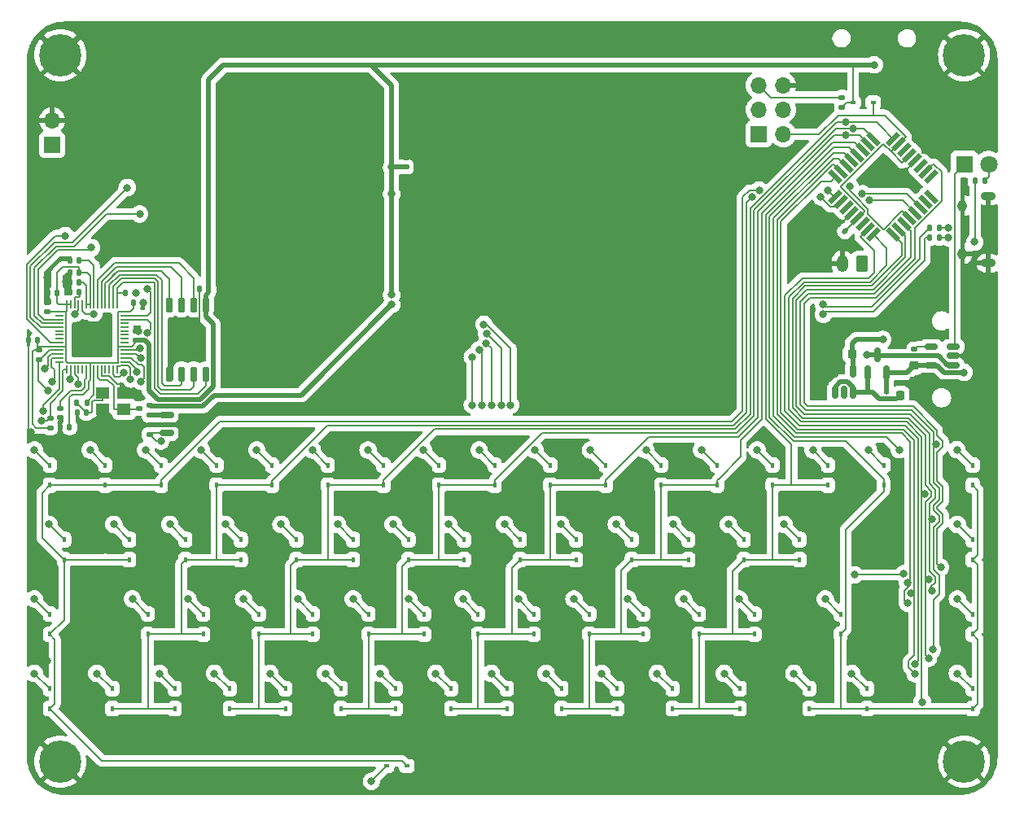
<source format=gbr>
%TF.GenerationSoftware,KiCad,Pcbnew,(6.0.0)*%
%TF.CreationDate,2022-05-08T19:44:55+10:00*%
%TF.ProjectId,paxbadge2022,70617862-6164-4676-9532-3032322e6b69,rev?*%
%TF.SameCoordinates,Original*%
%TF.FileFunction,Copper,L2,Bot*%
%TF.FilePolarity,Positive*%
%FSLAX46Y46*%
G04 Gerber Fmt 4.6, Leading zero omitted, Abs format (unit mm)*
G04 Created by KiCad (PCBNEW (6.0.0)) date 2022-05-08 19:44:55*
%MOMM*%
%LPD*%
G01*
G04 APERTURE LIST*
G04 Aperture macros list*
%AMRoundRect*
0 Rectangle with rounded corners*
0 $1 Rounding radius*
0 $2 $3 $4 $5 $6 $7 $8 $9 X,Y pos of 4 corners*
0 Add a 4 corners polygon primitive as box body*
4,1,4,$2,$3,$4,$5,$6,$7,$8,$9,$2,$3,0*
0 Add four circle primitives for the rounded corners*
1,1,$1+$1,$2,$3*
1,1,$1+$1,$4,$5*
1,1,$1+$1,$6,$7*
1,1,$1+$1,$8,$9*
0 Add four rect primitives between the rounded corners*
20,1,$1+$1,$2,$3,$4,$5,0*
20,1,$1+$1,$4,$5,$6,$7,0*
20,1,$1+$1,$6,$7,$8,$9,0*
20,1,$1+$1,$8,$9,$2,$3,0*%
%AMRotRect*
0 Rectangle, with rotation*
0 The origin of the aperture is its center*
0 $1 length*
0 $2 width*
0 $3 Rotation angle, in degrees counterclockwise*
0 Add horizontal line*
21,1,$1,$2,0,0,$3*%
G04 Aperture macros list end*
%TA.AperFunction,ComponentPad*%
%ADD10C,1.800000*%
%TD*%
%TA.AperFunction,ComponentPad*%
%ADD11R,1.800000X1.800000*%
%TD*%
%TA.AperFunction,ComponentPad*%
%ADD12C,4.400000*%
%TD*%
%TA.AperFunction,ComponentPad*%
%ADD13R,1.700000X1.700000*%
%TD*%
%TA.AperFunction,ComponentPad*%
%ADD14O,1.700000X1.700000*%
%TD*%
%TA.AperFunction,ComponentPad*%
%ADD15O,0.950000X1.250000*%
%TD*%
%TA.AperFunction,ComponentPad*%
%ADD16O,1.550000X0.890000*%
%TD*%
%TA.AperFunction,SMDPad,CuDef*%
%ADD17R,0.812800X0.177800*%
%TD*%
%TA.AperFunction,SMDPad,CuDef*%
%ADD18R,0.177800X0.812800*%
%TD*%
%TA.AperFunction,SMDPad,CuDef*%
%ADD19R,3.200400X3.200400*%
%TD*%
%TA.AperFunction,SMDPad,CuDef*%
%ADD20R,0.450000X0.600000*%
%TD*%
%TA.AperFunction,SMDPad,CuDef*%
%ADD21RoundRect,0.135000X-0.135000X-0.185000X0.135000X-0.185000X0.135000X0.185000X-0.135000X0.185000X0*%
%TD*%
%TA.AperFunction,SMDPad,CuDef*%
%ADD22RoundRect,0.135000X0.135000X0.185000X-0.135000X0.185000X-0.135000X-0.185000X0.135000X-0.185000X0*%
%TD*%
%TA.AperFunction,SMDPad,CuDef*%
%ADD23RoundRect,0.150000X0.512500X0.150000X-0.512500X0.150000X-0.512500X-0.150000X0.512500X-0.150000X0*%
%TD*%
%TA.AperFunction,SMDPad,CuDef*%
%ADD24R,1.400000X1.200000*%
%TD*%
%TA.AperFunction,ComponentPad*%
%ADD25RoundRect,0.250000X0.350000X0.625000X-0.350000X0.625000X-0.350000X-0.625000X0.350000X-0.625000X0*%
%TD*%
%TA.AperFunction,ComponentPad*%
%ADD26O,1.200000X1.750000*%
%TD*%
%TA.AperFunction,SMDPad,CuDef*%
%ADD27RoundRect,0.140000X-0.140000X-0.170000X0.140000X-0.170000X0.140000X0.170000X-0.140000X0.170000X0*%
%TD*%
%TA.AperFunction,SMDPad,CuDef*%
%ADD28RoundRect,0.140000X0.140000X0.170000X-0.140000X0.170000X-0.140000X-0.170000X0.140000X-0.170000X0*%
%TD*%
%TA.AperFunction,SMDPad,CuDef*%
%ADD29RoundRect,0.140000X0.170000X-0.140000X0.170000X0.140000X-0.170000X0.140000X-0.170000X-0.140000X0*%
%TD*%
%TA.AperFunction,SMDPad,CuDef*%
%ADD30R,0.600000X0.450000*%
%TD*%
%TA.AperFunction,SMDPad,CuDef*%
%ADD31RoundRect,0.150000X0.150000X-0.587500X0.150000X0.587500X-0.150000X0.587500X-0.150000X-0.587500X0*%
%TD*%
%TA.AperFunction,SMDPad,CuDef*%
%ADD32RoundRect,0.135000X-0.185000X0.135000X-0.185000X-0.135000X0.185000X-0.135000X0.185000X0.135000X0*%
%TD*%
%TA.AperFunction,SMDPad,CuDef*%
%ADD33RoundRect,0.150000X0.150000X-0.650000X0.150000X0.650000X-0.150000X0.650000X-0.150000X-0.650000X0*%
%TD*%
%TA.AperFunction,SMDPad,CuDef*%
%ADD34RoundRect,0.150000X0.150000X-0.512500X0.150000X0.512500X-0.150000X0.512500X-0.150000X-0.512500X0*%
%TD*%
%TA.AperFunction,SMDPad,CuDef*%
%ADD35RoundRect,0.135000X0.185000X-0.135000X0.185000X0.135000X-0.185000X0.135000X-0.185000X-0.135000X0*%
%TD*%
%TA.AperFunction,SMDPad,CuDef*%
%ADD36RoundRect,0.150000X-0.587500X-0.150000X0.587500X-0.150000X0.587500X0.150000X-0.587500X0.150000X0*%
%TD*%
%TA.AperFunction,SMDPad,CuDef*%
%ADD37RoundRect,0.225000X-0.250000X0.225000X-0.250000X-0.225000X0.250000X-0.225000X0.250000X0.225000X0*%
%TD*%
%TA.AperFunction,SMDPad,CuDef*%
%ADD38RotRect,1.600000X0.550000X45.000000*%
%TD*%
%TA.AperFunction,SMDPad,CuDef*%
%ADD39RotRect,1.600000X0.550000X315.000000*%
%TD*%
%TA.AperFunction,SMDPad,CuDef*%
%ADD40RoundRect,0.140000X0.219203X0.021213X0.021213X0.219203X-0.219203X-0.021213X-0.021213X-0.219203X0*%
%TD*%
%TA.AperFunction,SMDPad,CuDef*%
%ADD41RoundRect,0.225000X-0.225000X-0.250000X0.225000X-0.250000X0.225000X0.250000X-0.225000X0.250000X0*%
%TD*%
%TA.AperFunction,SMDPad,CuDef*%
%ADD42RoundRect,0.140000X-0.170000X0.140000X-0.170000X-0.140000X0.170000X-0.140000X0.170000X0.140000X0*%
%TD*%
%TA.AperFunction,SMDPad,CuDef*%
%ADD43RoundRect,0.225000X0.225000X0.250000X-0.225000X0.250000X-0.225000X-0.250000X0.225000X-0.250000X0*%
%TD*%
%TA.AperFunction,ViaPad*%
%ADD44C,0.800000*%
%TD*%
%TA.AperFunction,Conductor*%
%ADD45C,0.200000*%
%TD*%
%TA.AperFunction,Conductor*%
%ADD46C,0.127000*%
%TD*%
%TA.AperFunction,Conductor*%
%ADD47C,0.500000*%
%TD*%
G04 APERTURE END LIST*
D10*
%TO.P,D2,2,A*%
%TO.N,Net-(D2-Pad2)*%
X135900000Y-74800000D03*
D11*
%TO.P,D2,1,K*%
%TO.N,Net-(D2-Pad1)*%
X133360000Y-74800000D03*
%TD*%
D12*
%TO.P,H1,1,1*%
%TO.N,GND*%
X39350000Y-63450000D03*
%TD*%
D13*
%TO.P,J1,1,Pin_1*%
%TO.N,/~{USB_BOOT}*%
X38500000Y-72775000D03*
D14*
%TO.P,J1,2,Pin_2*%
%TO.N,GND*%
X38500000Y-70235000D03*
%TD*%
D12*
%TO.P,H3,1,1*%
%TO.N,GND*%
X39350000Y-136950000D03*
%TD*%
%TO.P,H4,1,1*%
%TO.N,GND*%
X133350000Y-136950000D03*
%TD*%
D15*
%TO.P,J2,6,Shield*%
%TO.N,GND*%
X133177280Y-84100000D03*
X133177280Y-79100000D03*
D16*
X135877280Y-78100000D03*
X135877280Y-85100000D03*
%TD*%
D12*
%TO.P,H2,1,1*%
%TO.N,GND*%
X133350000Y-63450000D03*
%TD*%
D17*
%TO.P,U5,1,IOVDD*%
%TO.N,+3V3*%
X46037319Y-90150000D03*
%TO.P,U5,2,GPIO0*%
%TO.N,/SPEAKER*%
X46037319Y-90549999D03*
%TO.P,U5,3,GPIO1*%
%TO.N,/JOY_FIRE*%
X46037319Y-90950001D03*
%TO.P,U5,4,GPIO2*%
%TO.N,unconnected-(U5-Pad4)*%
X46037319Y-91350000D03*
%TO.P,U5,5,GPIO3*%
%TO.N,unconnected-(U5-Pad5)*%
X46037319Y-91749999D03*
%TO.P,U5,6,GPIO4*%
%TO.N,unconnected-(U5-Pad6)*%
X46037319Y-92150001D03*
%TO.P,U5,7,GPIO5*%
%TO.N,unconnected-(U5-Pad7)*%
X46037319Y-92550000D03*
%TO.P,U5,8,GPIO6*%
%TO.N,unconnected-(U5-Pad8)*%
X46037319Y-92950000D03*
%TO.P,U5,9,GPIO7*%
%TO.N,unconnected-(U5-Pad9)*%
X46037319Y-93349999D03*
%TO.P,U5,10,IOVDD*%
%TO.N,+3V3*%
X46037319Y-93750001D03*
%TO.P,U5,11,GPIO8*%
%TO.N,/KSDA*%
X46037319Y-94150000D03*
%TO.P,U5,12,GPIO9*%
%TO.N,/KSCL*%
X46037319Y-94549999D03*
%TO.P,U5,13,GPIO10*%
%TO.N,/SD_CLK*%
X46037319Y-94950001D03*
%TO.P,U5,14,GPIO11*%
%TO.N,/SD_MOSI*%
X46037319Y-95350000D03*
D18*
%TO.P,U5,15,GPIO12*%
%TO.N,/SD_MISO*%
X45233719Y-96153600D03*
%TO.P,U5,16,GPIO13*%
%TO.N,/SD_CS*%
X44833720Y-96153600D03*
%TO.P,U5,17,GPIO14*%
%TO.N,unconnected-(U5-Pad17)*%
X44433718Y-96153600D03*
%TO.P,U5,18,GPIO15*%
%TO.N,unconnected-(U5-Pad18)*%
X44033719Y-96153600D03*
%TO.P,U5,19,TESTEN*%
%TO.N,GND*%
X43633720Y-96153600D03*
%TO.P,U5,20,XIN*%
%TO.N,Net-(C6-Pad2)*%
X43233718Y-96153600D03*
%TO.P,U5,21,XOUT*%
%TO.N,Net-(R6-Pad2)*%
X42833719Y-96153600D03*
%TO.P,U5,22,IOVDD*%
%TO.N,+3V3*%
X42433719Y-96153600D03*
%TO.P,U5,23,DVDD*%
%TO.N,+1V1*%
X42033720Y-96153600D03*
%TO.P,U5,24,SWCLK*%
%TO.N,unconnected-(U5-Pad24)*%
X41633718Y-96153600D03*
%TO.P,U5,25,SWDIO*%
%TO.N,unconnected-(U5-Pad25)*%
X41233719Y-96153600D03*
%TO.P,U5,26,RUN*%
%TO.N,/RESET*%
X40833720Y-96153600D03*
%TO.P,U5,27,GPIO16*%
%TO.N,/TFT_DC*%
X40433718Y-96153600D03*
%TO.P,U5,28,GPIO17*%
%TO.N,/TFT_CS*%
X40033719Y-96153600D03*
D17*
%TO.P,U5,29,GPIO18*%
%TO.N,/TFT_SCL*%
X39230119Y-95350000D03*
%TO.P,U5,30,GPIO19*%
%TO.N,/TFT_SDA*%
X39230119Y-94950001D03*
%TO.P,U5,31,GPIO20*%
%TO.N,/TFT_BKLT*%
X39230119Y-94549999D03*
%TO.P,U5,32,GPIO21*%
%TO.N,/TFT_RST*%
X39230119Y-94150000D03*
%TO.P,U5,33,IOVDD*%
%TO.N,+3V3*%
X39230119Y-93750001D03*
%TO.P,U5,34,GPIO22*%
%TO.N,/JOY_LEFT*%
X39230119Y-93349999D03*
%TO.P,U5,35,GPIO23*%
%TO.N,unconnected-(U5-Pad35)*%
X39230119Y-92950000D03*
%TO.P,U5,36,GPIO24*%
%TO.N,unconnected-(U5-Pad36)*%
X39230119Y-92550000D03*
%TO.P,U5,37,GPIO25*%
%TO.N,unconnected-(U5-Pad37)*%
X39230119Y-92150001D03*
%TO.P,U5,38,GPIO26_ADC0*%
%TO.N,/JOY_UP*%
X39230119Y-91749999D03*
%TO.P,U5,39,GPIO27_ADC1*%
%TO.N,/JOY_RIGHT*%
X39230119Y-91350000D03*
%TO.P,U5,40,GPIO28_ADC2*%
%TO.N,/JOY_DOWN*%
X39230119Y-90950001D03*
%TO.P,U5,41,GPIO29_ADC3*%
%TO.N,unconnected-(U5-Pad41)*%
X39230119Y-90549999D03*
%TO.P,U5,42,IOVDD*%
%TO.N,+3V3*%
X39230119Y-90150000D03*
D18*
%TO.P,U5,43,ADC_IOVDD*%
X40033719Y-89346400D03*
%TO.P,U5,44,VREG_IOVDD*%
X40433718Y-89346400D03*
%TO.P,U5,45,VREG_VOUT*%
%TO.N,+1V1*%
X40833720Y-89346400D03*
%TO.P,U5,46,USB_DM*%
%TO.N,/USB_DN*%
X41233719Y-89346400D03*
%TO.P,U5,47,USB_DP*%
%TO.N,/USB_DP*%
X41633718Y-89346400D03*
%TO.P,U5,48,USB_IOVDD*%
%TO.N,+3V3*%
X42033720Y-89346400D03*
%TO.P,U5,49,IOVDD*%
X42433719Y-89346400D03*
%TO.P,U5,50,DVDD*%
%TO.N,+1V1*%
X42833719Y-89346400D03*
%TO.P,U5,51,QSPI_SD3*%
%TO.N,/QSPI_SD3*%
X43233718Y-89346400D03*
%TO.P,U5,52,QSPI_SCLK*%
%TO.N,/QSPI_CLK*%
X43633720Y-89346400D03*
%TO.P,U5,53,QSPI_SD0*%
%TO.N,/QSPI_SD0*%
X44033719Y-89346400D03*
%TO.P,U5,54,QSPI_SD2*%
%TO.N,/QSPI_SD2*%
X44433718Y-89346400D03*
%TO.P,U5,55,QSPI_SD1*%
%TO.N,/QSPI_SD1*%
X44833720Y-89346400D03*
%TO.P,U5,56,QSPI_SS*%
%TO.N,/QSPI_SS*%
X45233719Y-89346400D03*
D19*
%TO.P,U5,57,GND*%
%TO.N,GND*%
X42633719Y-92750000D03*
%TD*%
D20*
%TO.P,D4,1,K*%
%TO.N,/KROW0*%
X44030000Y-108200000D03*
%TO.P,D4,2,A*%
%TO.N,Net-(D4-Pad2)*%
X44030000Y-106100000D03*
%TD*%
%TO.P,D33,1,K*%
%TO.N,/KROW5*%
X91469999Y-131450000D03*
%TO.P,D33,2,A*%
%TO.N,Net-(D33-Pad2)*%
X91469999Y-129350000D03*
%TD*%
%TO.P,D49,1,K*%
%TO.N,/KROW5*%
X99990000Y-123700000D03*
%TO.P,D49,2,A*%
%TO.N,Net-(D49-Pad2)*%
X99990000Y-121600000D03*
%TD*%
%TO.P,D12,1,K*%
%TO.N,/KROW0*%
X38250000Y-108200000D03*
%TO.P,D12,2,A*%
%TO.N,Net-(D12-Pad2)*%
X38250000Y-106100000D03*
%TD*%
D21*
%TO.P,R8,1*%
%TO.N,/USB_DN*%
X129789290Y-82450000D03*
%TO.P,R8,2*%
%TO.N,/USB_D-*%
X130809290Y-82450000D03*
%TD*%
D20*
%TO.P,D59,1,K*%
%TO.N,/KROW7*%
X134250000Y-123700000D03*
%TO.P,D59,2,A*%
%TO.N,Net-(D59-Pad2)*%
X134250000Y-121600000D03*
%TD*%
%TO.P,D58,1,K*%
%TO.N,/KROW6*%
X116220000Y-115950000D03*
%TO.P,D58,2,A*%
%TO.N,Net-(D58-Pad2)*%
X116220000Y-113850000D03*
%TD*%
D22*
%TO.P,R2,1*%
%TO.N,/~{USB_BOOT}*%
X47103719Y-88200000D03*
%TO.P,R2,2*%
%TO.N,/QSPI_SS*%
X46083719Y-88200000D03*
%TD*%
D23*
%TO.P,U2,1,STAT*%
%TO.N,Net-(D2-Pad1)*%
X132200000Y-93800000D03*
%TO.P,U2,2,VSS*%
%TO.N,GND*%
X132200000Y-94750000D03*
%TO.P,U2,3,VBAT*%
%TO.N,+BATT*%
X132200000Y-95700000D03*
%TO.P,U2,4,VDD*%
%TO.N,VBUS*%
X129925000Y-95700000D03*
%TO.P,U2,5,PROG*%
%TO.N,Net-(R3-Pad1)*%
X129925000Y-93800000D03*
%TD*%
D20*
%TO.P,D65,1,K*%
%TO.N,/KROW5*%
X107650001Y-108200000D03*
%TO.P,D65,2,A*%
%TO.N,Net-(D65-Pad2)*%
X107650001Y-106100000D03*
%TD*%
%TO.P,D44,1,K*%
%TO.N,/KROW0*%
X38250000Y-131450001D03*
%TO.P,D44,2,A*%
%TO.N,Net-(D44-Pad2)*%
X38250000Y-129350001D03*
%TD*%
%TO.P,D62,1,K*%
%TO.N,/KROW2*%
X72950000Y-108200000D03*
%TO.P,D62,2,A*%
%TO.N,Net-(D62-Pad2)*%
X72950000Y-106100000D03*
%TD*%
%TO.P,D46,1,K*%
%TO.N,/KROW2*%
X65620001Y-123700000D03*
%TO.P,D46,2,A*%
%TO.N,Net-(D46-Pad2)*%
X65620001Y-121600000D03*
%TD*%
D24*
%TO.P,Y1,1,1*%
%TO.N,Net-(C6-Pad2)*%
X45977280Y-100280000D03*
%TO.P,Y1,2,2*%
%TO.N,GND*%
X43777280Y-100280000D03*
%TO.P,Y1,3,3*%
%TO.N,Net-(C7-Pad2)*%
X43777280Y-98580000D03*
%TO.P,Y1,4,4*%
%TO.N,GND*%
X45977280Y-98580000D03*
%TD*%
D25*
%TO.P,BT1,1,+*%
%TO.N,+BATT*%
X122700000Y-85150000D03*
D26*
%TO.P,BT1,2,-*%
%TO.N,GND*%
X120700000Y-85150000D03*
%TD*%
D27*
%TO.P,C18,1*%
%TO.N,+3V3*%
X46973719Y-89250000D03*
%TO.P,C18,2*%
%TO.N,GND*%
X47933719Y-89250000D03*
%TD*%
D13*
%TO.P,J3,1,Pin_1*%
%TO.N,/KROW3*%
X111975000Y-71675000D03*
D14*
%TO.P,J3,2,Pin_2*%
%TO.N,Net-(C3-Pad1)*%
X114515000Y-71675000D03*
%TO.P,J3,3,Pin_3*%
%TO.N,/KROW2*%
X111975000Y-69135000D03*
%TO.P,J3,4,Pin_4*%
%TO.N,/KROW4*%
X114515000Y-69135000D03*
%TO.P,J3,5,Pin_5*%
%TO.N,/RESET*%
X111975000Y-66595000D03*
%TO.P,J3,6,Pin_6*%
%TO.N,GND*%
X114515000Y-66595000D03*
%TD*%
D28*
%TO.P,C10,1*%
%TO.N,+1V1*%
X41280000Y-88100000D03*
%TO.P,C10,2*%
%TO.N,GND*%
X40320000Y-88100000D03*
%TD*%
D27*
%TO.P,C7,1*%
%TO.N,GND*%
X41097280Y-100650000D03*
%TO.P,C7,2*%
%TO.N,Net-(C7-Pad2)*%
X42057280Y-100650000D03*
%TD*%
D29*
%TO.P,C17,1*%
%TO.N,+3V3*%
X47233719Y-93130000D03*
%TO.P,C17,2*%
%TO.N,GND*%
X47233719Y-92170000D03*
%TD*%
D20*
%TO.P,D56,1,K*%
%TO.N,/KROW4*%
X93000000Y-115950000D03*
%TO.P,D56,2,A*%
%TO.N,Net-(D56-Pad2)*%
X93000000Y-113850000D03*
%TD*%
%TO.P,D19,1,K*%
%TO.N,/KROW7*%
X120500000Y-123700000D03*
%TO.P,D19,2,A*%
%TO.N,Net-(D19-Pad2)*%
X120500000Y-121600000D03*
%TD*%
%TO.P,D9,1,K*%
%TO.N,/KROW5*%
X101860000Y-108200000D03*
%TO.P,D9,2,A*%
%TO.N,Net-(D9-Pad2)*%
X101860000Y-106100000D03*
%TD*%
D28*
%TO.P,C9,1*%
%TO.N,+1V1*%
X41280000Y-84800000D03*
%TO.P,C9,2*%
%TO.N,GND*%
X40320000Y-84800000D03*
%TD*%
D30*
%TO.P,D36,1,K*%
%TO.N,/KROW0*%
X75380000Y-137400000D03*
%TO.P,D36,2,A*%
%TO.N,Net-(D36-Pad2)*%
X73280000Y-137400000D03*
%TD*%
D20*
%TO.P,D25,1,K*%
%TO.N,/KROW5*%
X94370001Y-123700000D03*
%TO.P,D25,2,A*%
%TO.N,Net-(D25-Pad2)*%
X94370001Y-121600000D03*
%TD*%
D31*
%TO.P,Q1,1,G*%
%TO.N,VBUS*%
X125250002Y-96462500D03*
%TO.P,Q1,2,S*%
%TO.N,Net-(C2-Pad1)*%
X123350002Y-96462500D03*
%TO.P,Q1,3,D*%
%TO.N,+BATT*%
X124300002Y-94587500D03*
%TD*%
D20*
%TO.P,D10,1,K*%
%TO.N,/KROW6*%
X113430000Y-108200000D03*
%TO.P,D10,2,A*%
%TO.N,Net-(D10-Pad2)*%
X113430000Y-106100000D03*
%TD*%
D32*
%TO.P,R1,1*%
%TO.N,VBUS*%
X126550002Y-96515000D03*
%TO.P,R1,2*%
%TO.N,GND*%
X126550002Y-97535000D03*
%TD*%
D28*
%TO.P,C11,1*%
%TO.N,+3V3*%
X39000000Y-88200000D03*
%TO.P,C11,2*%
%TO.N,GND*%
X38040000Y-88200000D03*
%TD*%
D29*
%TO.P,C15,1*%
%TO.N,+3V3*%
X38000000Y-90180000D03*
%TO.P,C15,2*%
%TO.N,GND*%
X38000000Y-89220000D03*
%TD*%
D20*
%TO.P,D63,1,K*%
%TO.N,/KROW3*%
X84510000Y-108200000D03*
%TO.P,D63,2,A*%
%TO.N,Net-(D63-Pad2)*%
X84510000Y-106100000D03*
%TD*%
%TO.P,D14,1,K*%
%TO.N,/KROW2*%
X63899999Y-115950000D03*
%TO.P,D14,2,A*%
%TO.N,Net-(D14-Pad2)*%
X63899999Y-113850000D03*
%TD*%
%TO.P,D67,1,K*%
%TO.N,/KROW7*%
X134250000Y-131450001D03*
%TO.P,D67,2,A*%
%TO.N,Net-(D67-Pad2)*%
X134250000Y-129350001D03*
%TD*%
D28*
%TO.P,C14,1*%
%TO.N,+3V3*%
X36980000Y-93100000D03*
%TO.P,C14,2*%
%TO.N,GND*%
X36020000Y-93100000D03*
%TD*%
D21*
%TO.P,R6,1*%
%TO.N,Net-(C7-Pad2)*%
X41067280Y-99650000D03*
%TO.P,R6,2*%
%TO.N,Net-(R6-Pad2)*%
X42087280Y-99650000D03*
%TD*%
D20*
%TO.P,D50,1,K*%
%TO.N,/KROW6*%
X111550000Y-123700000D03*
%TO.P,D50,2,A*%
%TO.N,Net-(D50-Pad2)*%
X111550000Y-121600000D03*
%TD*%
%TO.P,D38,1,K*%
%TO.N,/KROW2*%
X62750001Y-131450000D03*
%TO.P,D38,2,A*%
%TO.N,Net-(D38-Pad2)*%
X62750001Y-129350000D03*
%TD*%
%TO.P,D60,1,K*%
%TO.N,/KROW0*%
X49820000Y-108199999D03*
%TO.P,D60,2,A*%
%TO.N,Net-(D60-Pad2)*%
X49820000Y-106099999D03*
%TD*%
%TO.P,D26,1,K*%
%TO.N,/KROW6*%
X105770000Y-123700000D03*
%TO.P,D26,2,A*%
%TO.N,Net-(D26-Pad2)*%
X105770000Y-121600000D03*
%TD*%
D30*
%TO.P,D3,1,K*%
%TO.N,Net-(C3-Pad1)*%
X123900000Y-68350000D03*
%TO.P,D3,2,A*%
%TO.N,+3V3*%
X121800000Y-68350000D03*
%TD*%
D20*
%TO.P,D51,1,K*%
%TO.N,/KROW7*%
X134250000Y-115949999D03*
%TO.P,D51,2,A*%
%TO.N,Net-(D51-Pad2)*%
X134250000Y-113849999D03*
%TD*%
%TO.P,D45,1,K*%
%TO.N,/KROW1*%
X54220000Y-123700000D03*
%TO.P,D45,2,A*%
%TO.N,Net-(D45-Pad2)*%
X54220000Y-121600000D03*
%TD*%
%TO.P,D40,1,K*%
%TO.N,/KROW4*%
X85780000Y-131450000D03*
%TO.P,D40,2,A*%
%TO.N,Net-(D40-Pad2)*%
X85780000Y-129350000D03*
%TD*%
%TO.P,D61,1,K*%
%TO.N,/KROW1*%
X61380000Y-108200000D03*
%TO.P,D61,2,A*%
%TO.N,Net-(D61-Pad2)*%
X61380000Y-106100000D03*
%TD*%
%TO.P,D43,1,K*%
%TO.N,/KROW7*%
X134250000Y-108200000D03*
%TO.P,D43,2,A*%
%TO.N,Net-(D43-Pad2)*%
X134250000Y-106100000D03*
%TD*%
%TO.P,D22,1,K*%
%TO.N,/KROW2*%
X59999999Y-123700000D03*
%TO.P,D22,2,A*%
%TO.N,Net-(D22-Pad2)*%
X59999999Y-121600000D03*
%TD*%
%TO.P,D34,1,K*%
%TO.N,/KROW6*%
X103030000Y-131450000D03*
%TO.P,D34,2,A*%
%TO.N,Net-(D34-Pad2)*%
X103030000Y-129350000D03*
%TD*%
%TO.P,D41,1,K*%
%TO.N,/KROW5*%
X97250001Y-131450000D03*
%TO.P,D41,2,A*%
%TO.N,Net-(D41-Pad2)*%
X97250001Y-129350000D03*
%TD*%
%TO.P,D53,1,K*%
%TO.N,/KROW1*%
X58120000Y-115950000D03*
%TO.P,D53,2,A*%
%TO.N,Net-(D53-Pad2)*%
X58120000Y-113850000D03*
%TD*%
D33*
%TO.P,U4,1,~{CS}*%
%TO.N,/QSPI_SS*%
X54488719Y-96625000D03*
%TO.P,U4,2,DO(IO1)*%
%TO.N,/QSPI_SD1*%
X53218719Y-96625000D03*
%TO.P,U4,3,IO2*%
%TO.N,/QSPI_SD2*%
X51948719Y-96625000D03*
%TO.P,U4,4,GND*%
%TO.N,GND*%
X50678719Y-96625000D03*
%TO.P,U4,5,DI(IO0)*%
%TO.N,/QSPI_SD0*%
X50678719Y-89425000D03*
%TO.P,U4,6,CLK*%
%TO.N,/QSPI_CLK*%
X51948719Y-89425000D03*
%TO.P,U4,7,IO3*%
%TO.N,/QSPI_SD3*%
X53218719Y-89425000D03*
%TO.P,U4,8,VCC*%
%TO.N,+3V3*%
X54488719Y-89425000D03*
%TD*%
D20*
%TO.P,D52,1,K*%
%TO.N,/KROW0*%
X46499999Y-115950000D03*
%TO.P,D52,2,A*%
%TO.N,Net-(D52-Pad2)*%
X46499999Y-113850000D03*
%TD*%
%TO.P,D15,1,K*%
%TO.N,/KROW3*%
X75560000Y-115949999D03*
%TO.P,D15,2,A*%
%TO.N,Net-(D15-Pad2)*%
X75560000Y-113849999D03*
%TD*%
%TO.P,D23,1,K*%
%TO.N,/KROW3*%
X71400000Y-123700000D03*
%TO.P,D23,2,A*%
%TO.N,Net-(D23-Pad2)*%
X71400000Y-121600000D03*
%TD*%
%TO.P,D7,1,K*%
%TO.N,/KROW3*%
X78730000Y-108199999D03*
%TO.P,D7,2,A*%
%TO.N,Net-(D7-Pad2)*%
X78730000Y-106099999D03*
%TD*%
D28*
%TO.P,C12,1*%
%TO.N,+3V3*%
X41280000Y-86100000D03*
%TO.P,C12,2*%
%TO.N,GND*%
X40320000Y-86100000D03*
%TD*%
D20*
%TO.P,D16,1,K*%
%TO.N,/KROW4*%
X87145001Y-115950000D03*
%TO.P,D16,2,A*%
%TO.N,Net-(D16-Pad2)*%
X87145001Y-113850000D03*
%TD*%
D34*
%TO.P,U3,1,VIN*%
%TO.N,Net-(C2-Pad1)*%
X121800002Y-98562500D03*
%TO.P,U3,2,NC*%
%TO.N,unconnected-(U3-Pad2)*%
X120850002Y-98562500D03*
%TO.P,U3,3,CE*%
%TO.N,Net-(C2-Pad1)*%
X119900002Y-98562500D03*
%TO.P,U3,4,GND*%
%TO.N,GND*%
X119900002Y-96287500D03*
%TO.P,U3,5,VOUT*%
%TO.N,Net-(C5-Pad1)*%
X121800002Y-96287500D03*
%TD*%
D20*
%TO.P,D32,1,K*%
%TO.N,/KROW4*%
X80000001Y-131450000D03*
%TO.P,D32,2,A*%
%TO.N,Net-(D32-Pad2)*%
X80000001Y-129350000D03*
%TD*%
%TO.P,D13,1,K*%
%TO.N,/KROW1*%
X52340000Y-115950000D03*
%TO.P,D13,2,A*%
%TO.N,Net-(D13-Pad2)*%
X52340000Y-113850000D03*
%TD*%
%TO.P,D11,1,K*%
%TO.N,/KROW7*%
X125000000Y-108200000D03*
%TO.P,D11,2,A*%
%TO.N,Net-(D11-Pad2)*%
X125000000Y-106100000D03*
%TD*%
%TO.P,D8,1,K*%
%TO.N,/KROW4*%
X90300000Y-108200000D03*
%TO.P,D8,2,A*%
%TO.N,Net-(D8-Pad2)*%
X90300000Y-106100000D03*
%TD*%
%TO.P,D17,1,K*%
%TO.N,/KROW5*%
X98780000Y-115950000D03*
%TO.P,D17,2,A*%
%TO.N,Net-(D17-Pad2)*%
X98780000Y-113850000D03*
%TD*%
%TO.P,D5,1,K*%
%TO.N,/KROW1*%
X55600000Y-108200000D03*
%TO.P,D5,2,A*%
%TO.N,Net-(D5-Pad2)*%
X55600000Y-106100000D03*
%TD*%
D21*
%TO.P,R7,1*%
%TO.N,/USB_DP*%
X129790000Y-81400000D03*
%TO.P,R7,2*%
%TO.N,/USB_D+*%
X130810000Y-81400000D03*
%TD*%
D20*
%TO.P,D20,1,K*%
%TO.N,/KROW0*%
X39750000Y-115950000D03*
%TO.P,D20,2,A*%
%TO.N,Net-(D20-Pad2)*%
X39750000Y-113850000D03*
%TD*%
%TO.P,D27,1,K*%
%TO.N,/KROW7*%
X123250000Y-131450000D03*
%TO.P,D27,2,A*%
%TO.N,Net-(D27-Pad2)*%
X123250000Y-129350000D03*
%TD*%
D35*
%TO.P,R11,1*%
%TO.N,+3V3*%
X38300000Y-102210000D03*
%TO.P,R11,2*%
%TO.N,/TFT_CS*%
X38300000Y-101190000D03*
%TD*%
D20*
%TO.P,D42,1,K*%
%TO.N,/KROW6*%
X110000000Y-131450000D03*
%TO.P,D42,2,A*%
%TO.N,Net-(D42-Pad2)*%
X110000000Y-129350000D03*
%TD*%
D32*
%TO.P,R5,1*%
%TO.N,/RESET*%
X120650000Y-67840000D03*
%TO.P,R5,2*%
%TO.N,+3V3*%
X120650000Y-68860000D03*
%TD*%
D28*
%TO.P,C13,1*%
%TO.N,+3V3*%
X41280000Y-87100000D03*
%TO.P,C13,2*%
%TO.N,GND*%
X40320000Y-87100000D03*
%TD*%
D20*
%TO.P,D64,1,K*%
%TO.N,/KROW4*%
X96080000Y-108200000D03*
%TO.P,D64,2,A*%
%TO.N,Net-(D64-Pad2)*%
X96080000Y-106100000D03*
%TD*%
%TO.P,D28,1,K*%
%TO.N,/KROW0*%
X38250000Y-123700000D03*
%TO.P,D28,2,A*%
%TO.N,Net-(D28-Pad2)*%
X38250000Y-121600000D03*
%TD*%
%TO.P,D39,1,K*%
%TO.N,/KROW3*%
X74219999Y-131450000D03*
%TO.P,D39,2,A*%
%TO.N,Net-(D39-Pad2)*%
X74219999Y-129350000D03*
%TD*%
D32*
%TO.P,R10,1*%
%TO.N,/BKLT_K*%
X48665009Y-99903201D03*
%TO.P,R10,2*%
%TO.N,Net-(Q2-Pad2)*%
X48665009Y-100923201D03*
%TD*%
D36*
%TO.P,Q2,1,G*%
%TO.N,/TFT_BKLT*%
X50400000Y-102790000D03*
%TO.P,Q2,2,S*%
%TO.N,Net-(Q2-Pad2)*%
X50400000Y-100890000D03*
%TO.P,Q2,3,D*%
%TO.N,GND*%
X52275000Y-101840000D03*
%TD*%
D20*
%TO.P,D24,1,K*%
%TO.N,/KROW4*%
X82810000Y-123700000D03*
%TO.P,D24,2,A*%
%TO.N,Net-(D24-Pad2)*%
X82810000Y-121600000D03*
%TD*%
%TO.P,D54,1,K*%
%TO.N,/KROW2*%
X69780000Y-115950000D03*
%TO.P,D54,2,A*%
%TO.N,Net-(D54-Pad2)*%
X69780000Y-113850000D03*
%TD*%
D30*
%TO.P,D1,1,K*%
%TO.N,Net-(C2-Pad1)*%
X123200000Y-98525000D03*
%TO.P,D1,2,A*%
%TO.N,VBUS*%
X125300000Y-98525000D03*
%TD*%
D37*
%TO.P,C1,1*%
%TO.N,VBUS*%
X128187500Y-95747719D03*
%TO.P,C1,2*%
%TO.N,GND*%
X128187500Y-97297719D03*
%TD*%
D20*
%TO.P,D29,1,K*%
%TO.N,/KROW1*%
X44750001Y-131450000D03*
%TO.P,D29,2,A*%
%TO.N,Net-(D29-Pad2)*%
X44750001Y-129350000D03*
%TD*%
D35*
%TO.P,R3,1*%
%TO.N,Net-(R3-Pad1)*%
X128187500Y-94032719D03*
%TO.P,R3,2*%
%TO.N,GND*%
X128187500Y-93012719D03*
%TD*%
D20*
%TO.P,D30,1,K*%
%TO.N,/KROW2*%
X56969999Y-131450000D03*
%TO.P,D30,2,A*%
%TO.N,Net-(D30-Pad2)*%
X56969999Y-129350000D03*
%TD*%
%TO.P,D55,1,K*%
%TO.N,/KROW3*%
X81340000Y-115950000D03*
%TO.P,D55,2,A*%
%TO.N,Net-(D55-Pad2)*%
X81340000Y-113850000D03*
%TD*%
%TO.P,D37,1,K*%
%TO.N,/KROW1*%
X51250000Y-131450000D03*
%TO.P,D37,2,A*%
%TO.N,Net-(D37-Pad2)*%
X51250000Y-129350000D03*
%TD*%
%TO.P,D18,1,K*%
%TO.N,/KROW6*%
X110440000Y-115950000D03*
%TO.P,D18,2,A*%
%TO.N,Net-(D18-Pad2)*%
X110440000Y-113850000D03*
%TD*%
D35*
%TO.P,R9,1*%
%TO.N,/TFT_BKLT*%
X48650000Y-102900000D03*
%TO.P,R9,2*%
%TO.N,GND*%
X48650000Y-101880000D03*
%TD*%
D38*
%TO.P,U1,1,PD3*%
%TO.N,/KCOL4*%
X123925116Y-82126966D03*
%TO.P,U1,2,PD4*%
%TO.N,/KCOL3*%
X123359431Y-81561280D03*
%TO.P,U1,3,PE0*%
%TO.N,unconnected-(U1-Pad3)*%
X122793745Y-80995595D03*
%TO.P,U1,4,VCC*%
%TO.N,Net-(C3-Pad1)*%
X122228060Y-80429910D03*
%TO.P,U1,5,GND*%
%TO.N,GND*%
X121662374Y-79864224D03*
%TO.P,U1,6,PE1*%
%TO.N,unconnected-(U1-Pad6)*%
X121096689Y-79298539D03*
%TO.P,U1,7,XTAL1/PB6*%
%TO.N,/KROW1*%
X120531004Y-78732853D03*
%TO.P,U1,8,XTAL2/PB7*%
%TO.N,/KROW0*%
X119965318Y-78167168D03*
D39*
%TO.P,U1,9,PD5*%
%TO.N,/KCOL2*%
X119965318Y-76116558D03*
%TO.P,U1,10,PD6*%
%TO.N,/KCOL1*%
X120531004Y-75550873D03*
%TO.P,U1,11,PD7*%
%TO.N,/KCOL0*%
X121096689Y-74985187D03*
%TO.P,U1,12,PB0*%
%TO.N,/KROW7*%
X121662374Y-74419502D03*
%TO.P,U1,13,PB1*%
%TO.N,/KROW6*%
X122228060Y-73853816D03*
%TO.P,U1,14,PB2*%
%TO.N,/KROW5*%
X122793745Y-73288131D03*
%TO.P,U1,15,PB3*%
%TO.N,/KROW4*%
X123359431Y-72722446D03*
%TO.P,U1,16,PB4*%
%TO.N,/KROW3*%
X123925116Y-72156760D03*
D38*
%TO.P,U1,17,PB5*%
%TO.N,/KROW2*%
X125975726Y-72156760D03*
%TO.P,U1,18,AVCC*%
%TO.N,Net-(C3-Pad1)*%
X126541411Y-72722446D03*
%TO.P,U1,19,PE2*%
%TO.N,unconnected-(U1-Pad19)*%
X127107097Y-73288131D03*
%TO.P,U1,20,AREF*%
%TO.N,Net-(C3-Pad1)*%
X127672782Y-73853816D03*
%TO.P,U1,21,GND*%
%TO.N,GND*%
X128238468Y-74419502D03*
%TO.P,U1,22,PE3*%
%TO.N,unconnected-(U1-Pad22)*%
X128804153Y-74985187D03*
%TO.P,U1,23,PC0*%
%TO.N,/RESTORE*%
X129369838Y-75550873D03*
%TO.P,U1,24,PC1*%
%TO.N,unconnected-(U1-Pad24)*%
X129935524Y-76116558D03*
D39*
%TO.P,U1,25,PC2*%
%TO.N,unconnected-(U1-Pad25)*%
X129935524Y-78167168D03*
%TO.P,U1,26,PC3*%
%TO.N,unconnected-(U1-Pad26)*%
X129369838Y-78732853D03*
%TO.P,U1,27,PC4*%
%TO.N,/KSDA*%
X128804153Y-79298539D03*
%TO.P,U1,28,PC5*%
%TO.N,/KSCL*%
X128238468Y-79864224D03*
%TO.P,U1,29,~{RESET}/PC6*%
%TO.N,/RESET*%
X127672782Y-80429910D03*
%TO.P,U1,30,PD0*%
%TO.N,/KCOL7*%
X127107097Y-80995595D03*
%TO.P,U1,31,PD1*%
%TO.N,/KCOL6*%
X126541411Y-81561280D03*
%TO.P,U1,32,PD2*%
%TO.N,/KCOL5*%
X125975726Y-82126966D03*
%TD*%
D40*
%TO.P,C3,1*%
%TO.N,Net-(C3-Pad1)*%
X120989411Y-81739411D03*
%TO.P,C3,2*%
%TO.N,GND*%
X120310589Y-81060589D03*
%TD*%
D41*
%TO.P,C2,1*%
%TO.N,Net-(C2-Pad1)*%
X126725002Y-98825000D03*
%TO.P,C2,2*%
%TO.N,GND*%
X128275002Y-98825000D03*
%TD*%
D20*
%TO.P,D21,1,K*%
%TO.N,/KROW1*%
X48440000Y-123700000D03*
%TO.P,D21,2,A*%
%TO.N,Net-(D21-Pad2)*%
X48440000Y-121600000D03*
%TD*%
%TO.P,D35,1,K*%
%TO.N,/KROW7*%
X117250000Y-131450000D03*
%TO.P,D35,2,A*%
%TO.N,Net-(D35-Pad2)*%
X117250000Y-129350000D03*
%TD*%
%TO.P,D66,1,K*%
%TO.N,/KROW6*%
X119210000Y-108200000D03*
%TO.P,D66,2,A*%
%TO.N,Net-(D66-Pad2)*%
X119210000Y-106100000D03*
%TD*%
D28*
%TO.P,C16,1*%
%TO.N,+3V3*%
X40307280Y-102150000D03*
%TO.P,C16,2*%
%TO.N,GND*%
X39347280Y-102150000D03*
%TD*%
D20*
%TO.P,D57,1,K*%
%TO.N,/KROW5*%
X104660000Y-115950000D03*
%TO.P,D57,2,A*%
%TO.N,Net-(D57-Pad2)*%
X104660000Y-113850000D03*
%TD*%
D42*
%TO.P,C6,1*%
%TO.N,GND*%
X47577280Y-99220000D03*
%TO.P,C6,2*%
%TO.N,Net-(C6-Pad2)*%
X47577280Y-100180000D03*
%TD*%
%TO.P,C8,1*%
%TO.N,+1V1*%
X39333719Y-100180000D03*
%TO.P,C8,2*%
%TO.N,GND*%
X39333719Y-101140000D03*
%TD*%
D22*
%TO.P,R4,2*%
%TO.N,VBUS*%
X134490000Y-76500000D03*
%TO.P,R4,1*%
%TO.N,Net-(D2-Pad2)*%
X135510000Y-76500000D03*
%TD*%
D20*
%TO.P,D31,1,K*%
%TO.N,/KROW3*%
X68530000Y-131450000D03*
%TO.P,D31,2,A*%
%TO.N,Net-(D31-Pad2)*%
X68530000Y-129350000D03*
%TD*%
D28*
%TO.P,C4,1*%
%TO.N,+3V3*%
X54780000Y-87800000D03*
%TO.P,C4,2*%
%TO.N,GND*%
X53820000Y-87800000D03*
%TD*%
D43*
%TO.P,C5,1*%
%TO.N,Net-(C5-Pad1)*%
X121675002Y-94525000D03*
%TO.P,C5,2*%
%TO.N,GND*%
X120125002Y-94525000D03*
%TD*%
D20*
%TO.P,D6,1,K*%
%TO.N,/KROW2*%
X67160000Y-108200000D03*
%TO.P,D6,2,A*%
%TO.N,Net-(D6-Pad2)*%
X67160000Y-106100000D03*
%TD*%
%TO.P,D47,1,K*%
%TO.N,/KROW3*%
X77180000Y-123700000D03*
%TO.P,D47,2,A*%
%TO.N,Net-(D47-Pad2)*%
X77180000Y-121600000D03*
%TD*%
D32*
%TO.P,R12,1*%
%TO.N,+3V3*%
X37100000Y-94090000D03*
%TO.P,R12,2*%
%TO.N,/TFT_RST*%
X37100000Y-95110000D03*
%TD*%
D20*
%TO.P,D48,1,K*%
%TO.N,/KROW4*%
X88589999Y-123700000D03*
%TO.P,D48,2,A*%
%TO.N,Net-(D48-Pad2)*%
X88589999Y-121600000D03*
%TD*%
D29*
%TO.P,C19,1*%
%TO.N,+3V3*%
X75300000Y-75080000D03*
%TO.P,C19,2*%
%TO.N,GND*%
X75300000Y-74120000D03*
%TD*%
D44*
%TO.N,GND*%
X127200000Y-76600000D03*
%TO.N,/RESET*%
X121484213Y-77141863D03*
%TO.N,GND*%
X135900000Y-82600000D03*
X135900000Y-80600000D03*
X131100000Y-73600000D03*
%TO.N,+BATT*%
X123200000Y-94600000D03*
%TO.N,GND*%
X120000000Y-115000000D03*
X130600000Y-86400000D03*
X123500000Y-114900000D03*
X53000000Y-84300000D03*
X43400000Y-122400000D03*
X131600000Y-123000000D03*
X39900000Y-87000000D03*
X126000000Y-123400000D03*
X38000000Y-126500000D03*
X116200000Y-122700000D03*
X117500000Y-70000000D03*
X45977280Y-98580000D03*
X123600000Y-91400000D03*
X118200000Y-95200000D03*
X41600000Y-130500000D03*
X41533719Y-91650000D03*
X43800000Y-100300000D03*
X52500000Y-102600000D03*
X113600000Y-130600000D03*
X44000000Y-114600000D03*
X118100000Y-92200000D03*
X65200000Y-73000000D03*
X41533719Y-93850000D03*
X43733719Y-93850000D03*
X47445899Y-92174500D03*
X133587500Y-94722719D03*
X36300000Y-102700000D03*
X118100000Y-83600000D03*
X38000000Y-86600000D03*
X52977280Y-92450000D03*
X44800000Y-81200000D03*
X43733719Y-91650000D03*
X130700000Y-129100000D03*
X98400000Y-85700000D03*
X127100000Y-129800000D03*
X74900000Y-90400000D03*
X48000000Y-89177410D03*
%TO.N,VBUS*%
X133350480Y-96449520D03*
X134450000Y-82900000D03*
%TO.N,+3V3*%
X73800000Y-77900000D03*
X73800000Y-75100000D03*
X124000000Y-64450000D03*
X73800000Y-88400000D03*
%TO.N,/~{USB_BOOT}*%
X47225271Y-88225272D03*
%TO.N,/USB_D-*%
X131706957Y-82450000D03*
%TO.N,/USB_D+*%
X131706957Y-81400000D03*
%TO.N,/RESET*%
X41196939Y-97655393D03*
%TO.N,/TFT_CS*%
X37363289Y-101469153D03*
X86198012Y-99849470D03*
X83404370Y-91468208D03*
%TO.N,/TFT_SCL*%
X37544179Y-100486155D03*
X85198509Y-99849470D03*
X83667566Y-92432434D03*
%TO.N,/TFT_DC*%
X83658149Y-93449264D03*
X40329127Y-97159502D03*
X84199006Y-99849470D03*
%TO.N,/TFT_SDA*%
X83199503Y-99849470D03*
X82899500Y-94100000D03*
X38530619Y-97461947D03*
%TO.N,/TFT_RST*%
X38099296Y-98363592D03*
X82200000Y-99849470D03*
X82200000Y-94854790D03*
%TO.N,/BKLT_K*%
X73800000Y-89400000D03*
%TO.N,/SD_MOSI*%
X47334699Y-96421182D03*
%TO.N,/SD_CS*%
X45935688Y-96449020D03*
%TO.N,/SD_CLK*%
X47734219Y-97400000D03*
%TO.N,/SD_MISO*%
X46649386Y-97148762D03*
%TO.N,/SPEAKER*%
X48433739Y-87787100D03*
%TO.N,/TFT_BKLT*%
X37758043Y-96065225D03*
X49800000Y-103597597D03*
%TO.N,/KCOL0*%
X126600000Y-104500000D03*
%TO.N,/KROW0*%
X119186787Y-77524612D03*
X112032051Y-77500500D03*
%TO.N,/KROW1*%
X118450000Y-78200000D03*
X111317863Y-78217863D03*
%TO.N,/KROW2*%
X121050000Y-70401500D03*
%TO.N,/KROW3*%
X121788528Y-71101000D03*
%TO.N,/KROW4*%
X121050000Y-71800500D03*
%TO.N,/KCOL1*%
X127450020Y-120454238D03*
X127450020Y-118327813D03*
%TO.N,/KCOL2*%
X128249060Y-127799503D03*
X127849539Y-119457618D03*
%TO.N,/JOY_UP*%
X46302064Y-77228591D03*
%TO.N,/JOY_DOWN*%
X42589754Y-83492332D03*
%TO.N,/JOY_LEFT*%
X39864558Y-82237526D03*
%TO.N,/JOY_RIGHT*%
X47599998Y-79975000D03*
%TO.N,/JOY_FIRE*%
X48433739Y-92326743D03*
%TO.N,/KSDA*%
X47615721Y-93979500D03*
X122771923Y-77864567D03*
%TO.N,/KSCL*%
X123478678Y-78571322D03*
X47734219Y-94971953D03*
%TO.N,Net-(D4-Pad2)*%
X42430000Y-104525000D03*
%TO.N,Net-(D5-Pad2)*%
X54000000Y-104525000D03*
%TO.N,Net-(D6-Pad2)*%
X65560000Y-104525000D03*
%TO.N,Net-(D7-Pad2)*%
X77130000Y-104524999D03*
%TO.N,Net-(D8-Pad2)*%
X88700000Y-104525000D03*
%TO.N,Net-(D9-Pad2)*%
X100260000Y-104525000D03*
%TO.N,Net-(D10-Pad2)*%
X111830000Y-104525000D03*
%TO.N,Net-(D11-Pad2)*%
X123400000Y-104525000D03*
%TO.N,Net-(D12-Pad2)*%
X36650000Y-104525000D03*
%TO.N,Net-(D13-Pad2)*%
X50740000Y-112275000D03*
%TO.N,Net-(D14-Pad2)*%
X62299999Y-112275000D03*
%TO.N,Net-(D15-Pad2)*%
X73960000Y-112274999D03*
%TO.N,Net-(D16-Pad2)*%
X85545001Y-112275000D03*
%TO.N,Net-(D17-Pad2)*%
X97180000Y-112275000D03*
%TO.N,Net-(D18-Pad2)*%
X108840000Y-112275000D03*
%TO.N,Net-(D19-Pad2)*%
X118900000Y-120025000D03*
%TO.N,Net-(D20-Pad2)*%
X38150000Y-112275000D03*
%TO.N,Net-(D21-Pad2)*%
X46840000Y-120025000D03*
%TO.N,Net-(D22-Pad2)*%
X58399999Y-120025000D03*
%TO.N,Net-(D23-Pad2)*%
X69800000Y-120025000D03*
%TO.N,Net-(D24-Pad2)*%
X81210000Y-120025000D03*
%TO.N,Net-(D25-Pad2)*%
X92770001Y-120025000D03*
%TO.N,Net-(D26-Pad2)*%
X104170000Y-120025000D03*
%TO.N,Net-(D27-Pad2)*%
X121650000Y-127775000D03*
%TO.N,Net-(D28-Pad2)*%
X36650000Y-120025000D03*
%TO.N,Net-(D29-Pad2)*%
X43150001Y-127775000D03*
%TO.N,Net-(D30-Pad2)*%
X55369999Y-127775000D03*
%TO.N,Net-(D31-Pad2)*%
X66930000Y-127775000D03*
%TO.N,Net-(D32-Pad2)*%
X78400001Y-127775000D03*
%TO.N,Net-(D33-Pad2)*%
X89869999Y-127775000D03*
%TO.N,Net-(D34-Pad2)*%
X101430000Y-127775000D03*
%TO.N,Net-(D35-Pad2)*%
X115650000Y-127775000D03*
%TO.N,Net-(D36-Pad2)*%
X71705000Y-139000000D03*
%TO.N,Net-(D37-Pad2)*%
X49650000Y-127775000D03*
%TO.N,Net-(D38-Pad2)*%
X61150001Y-127775000D03*
%TO.N,Net-(D39-Pad2)*%
X72619999Y-127775000D03*
%TO.N,Net-(D40-Pad2)*%
X84180000Y-127775000D03*
%TO.N,Net-(D41-Pad2)*%
X95650001Y-127775000D03*
%TO.N,Net-(D42-Pad2)*%
X108400000Y-127775000D03*
%TO.N,Net-(D43-Pad2)*%
X132600000Y-104500000D03*
%TO.N,Net-(D44-Pad2)*%
X36650000Y-127775001D03*
%TO.N,Net-(D45-Pad2)*%
X52620000Y-120025000D03*
%TO.N,Net-(D46-Pad2)*%
X64020001Y-120025000D03*
%TO.N,Net-(D47-Pad2)*%
X75580000Y-120025000D03*
%TO.N,Net-(D48-Pad2)*%
X86989999Y-120025000D03*
%TO.N,Net-(D49-Pad2)*%
X98390000Y-120025000D03*
%TO.N,Net-(D50-Pad2)*%
X109950000Y-120025000D03*
%TO.N,Net-(D51-Pad2)*%
X132650000Y-112274999D03*
%TO.N,Net-(D52-Pad2)*%
X44899999Y-112275000D03*
%TO.N,Net-(D53-Pad2)*%
X56520000Y-112275000D03*
%TO.N,Net-(D54-Pad2)*%
X68180000Y-112275000D03*
%TO.N,Net-(D55-Pad2)*%
X79740000Y-112275000D03*
%TO.N,Net-(D56-Pad2)*%
X91400000Y-112275000D03*
%TO.N,Net-(D57-Pad2)*%
X103060000Y-112275000D03*
%TO.N,Net-(D58-Pad2)*%
X114620000Y-112275000D03*
%TO.N,Net-(D59-Pad2)*%
X132650000Y-120025000D03*
%TO.N,Net-(D60-Pad2)*%
X48220000Y-104524999D03*
%TO.N,Net-(D61-Pad2)*%
X59780000Y-104525000D03*
%TO.N,Net-(D62-Pad2)*%
X71350000Y-104525000D03*
%TO.N,Net-(D63-Pad2)*%
X82910000Y-104525000D03*
%TO.N,Net-(D64-Pad2)*%
X94480000Y-104525000D03*
%TO.N,Net-(D65-Pad2)*%
X106050001Y-104525000D03*
%TO.N,Net-(D66-Pad2)*%
X117610000Y-104525000D03*
%TO.N,Net-(D67-Pad2)*%
X132650000Y-127775001D03*
%TO.N,/KCOL3*%
X128249060Y-126800000D03*
%TO.N,/KCOL4*%
X129248538Y-109100000D03*
X129000000Y-130750501D03*
%TO.N,/KCOL5*%
X129648060Y-126200000D03*
X129648060Y-118029903D03*
%TO.N,/KCOL6*%
X130047590Y-111700000D03*
X130047580Y-119212413D03*
%TO.N,/KCOL7*%
X130447095Y-103900000D03*
X130064683Y-125291468D03*
%TO.N,/RESTORE*%
X121950001Y-117525000D03*
X127050500Y-117399236D03*
X130904141Y-116742476D03*
%TO.N,/USB_DP*%
X118700000Y-89408813D03*
X42802462Y-90352302D03*
%TO.N,/USB_DN*%
X40839005Y-90352302D03*
X118700000Y-90408316D03*
%TO.N,Net-(C5-Pad1)*%
X124900002Y-93025000D03*
%TD*%
D45*
%TO.N,/KSDA*%
X127370181Y-77864567D02*
X128804153Y-79298539D01*
X122771923Y-77864567D02*
X127370181Y-77864567D01*
%TO.N,/RESET*%
X122109056Y-78190944D02*
X121484213Y-77566101D01*
X121484213Y-77566101D02*
X121484213Y-77141863D01*
X123360595Y-79442483D02*
X122109056Y-78190944D01*
D46*
%TO.N,VBUS*%
X134490000Y-82860000D02*
X134450000Y-82900000D01*
X134490000Y-76500000D02*
X134490000Y-82860000D01*
%TO.N,Net-(D2-Pad1)*%
X132369968Y-93630032D02*
X132200000Y-93800000D01*
X132369968Y-75790032D02*
X132369968Y-93630032D01*
X133360000Y-74800000D02*
X132369968Y-75790032D01*
%TO.N,Net-(D2-Pad2)*%
X135900000Y-76110000D02*
X135900000Y-74800000D01*
X135510000Y-76500000D02*
X135900000Y-76110000D01*
D47*
%TO.N,+BATT*%
X130691890Y-94752239D02*
X124464741Y-94752239D01*
X132200000Y-95700000D02*
X131639651Y-95700000D01*
X123212500Y-94587500D02*
X123200000Y-94600000D01*
X124300002Y-94587500D02*
X123212500Y-94587500D01*
X131639651Y-95700000D02*
X130691890Y-94752239D01*
X124464741Y-94752239D02*
X124300002Y-94587500D01*
D45*
%TO.N,GND*%
X53820000Y-91607280D02*
X52977280Y-92450000D01*
X50678719Y-94748561D02*
X52977280Y-92450000D01*
X128238468Y-74419502D02*
X127744493Y-74913477D01*
D47*
X48650000Y-101880000D02*
X52235000Y-101880000D01*
D45*
X45850000Y-97650000D02*
X45238713Y-97650000D01*
X44448224Y-96859511D02*
X43645308Y-96859511D01*
X120466009Y-81060589D02*
X121662374Y-79864224D01*
D46*
X40320000Y-86100000D02*
X40320000Y-86220000D01*
D45*
X43777280Y-100280000D02*
X43780000Y-100280000D01*
X43645308Y-96859511D02*
X43633720Y-96847923D01*
X128238468Y-74419502D02*
X127357970Y-75300000D01*
X40320000Y-87100000D02*
X40000000Y-87100000D01*
X50677280Y-96623561D02*
X50678719Y-96625000D01*
D47*
X52235000Y-101880000D02*
X52275000Y-101840000D01*
D45*
X47441399Y-92170000D02*
X47445899Y-92174500D01*
X50678719Y-96625000D02*
X50678719Y-94748561D01*
X45238713Y-97650000D02*
X44448224Y-96859511D01*
X47933719Y-89250000D02*
X48014206Y-89250000D01*
X45977280Y-97777280D02*
X45850000Y-97650000D01*
X48014206Y-89250000D02*
X48034219Y-89270013D01*
X120310589Y-81060589D02*
X120466009Y-81060589D01*
X43780000Y-100280000D02*
X43800000Y-100300000D01*
X40000000Y-87100000D02*
X39900000Y-87000000D01*
X47933719Y-89243691D02*
X48000000Y-89177410D01*
X36020000Y-102420000D02*
X36300000Y-102700000D01*
X36020000Y-93100000D02*
X36020000Y-102420000D01*
X45977280Y-98580000D02*
X45977280Y-97777280D01*
X43633720Y-96847923D02*
X43633720Y-96153600D01*
X53820000Y-87800000D02*
X53820000Y-91607280D01*
X47933719Y-89250000D02*
X47933719Y-89243691D01*
X47233719Y-92170000D02*
X47441399Y-92170000D01*
D47*
%TO.N,VBUS*%
X127420219Y-96515000D02*
X128187500Y-95747719D01*
X126550002Y-96515000D02*
X125302502Y-96515000D01*
X128235219Y-95700000D02*
X128187500Y-95747719D01*
X125302502Y-96515000D02*
X125250002Y-96462500D01*
X129925000Y-95700000D02*
X130497252Y-95700000D01*
X126550002Y-96515000D02*
X127420219Y-96515000D01*
X131246772Y-96449520D02*
X133350480Y-96449520D01*
X125250002Y-96462500D02*
X125250002Y-98475002D01*
X125250002Y-98475002D02*
X125300000Y-98525000D01*
X129925000Y-95700000D02*
X128235219Y-95700000D01*
X130497252Y-95700000D02*
X131246772Y-96449520D01*
%TO.N,Net-(C2-Pad1)*%
X123162500Y-98562500D02*
X123350002Y-98374998D01*
X120451673Y-97450480D02*
X121248331Y-97450480D01*
X124524519Y-99224519D02*
X123825000Y-98525000D01*
X123350002Y-98374998D02*
X123350002Y-96462500D01*
X121800002Y-98002151D02*
X121800002Y-98562500D01*
X119900002Y-98562500D02*
X119900002Y-98002151D01*
X126725002Y-98825000D02*
X126325483Y-99224519D01*
X119900002Y-98002151D02*
X120451673Y-97450480D01*
X123825000Y-98525000D02*
X123200000Y-98525000D01*
X121248331Y-97450480D02*
X121800002Y-98002151D01*
X126325483Y-99224519D02*
X124524519Y-99224519D01*
X121800002Y-98562500D02*
X123162500Y-98562500D01*
X123162500Y-98562500D02*
X123200000Y-98525000D01*
D45*
%TO.N,+3V3*%
X39924439Y-93750001D02*
X39230119Y-93750001D01*
D47*
X71650000Y-64450000D02*
X73800000Y-66600000D01*
D45*
X41700000Y-87100000D02*
X42033720Y-87433720D01*
X39924439Y-93750001D02*
X39924442Y-93750001D01*
D47*
X54488719Y-88411281D02*
X54750000Y-88150000D01*
D45*
X42033720Y-87433720D02*
X42033720Y-89346400D01*
X46037319Y-90150000D02*
X45342996Y-90150000D01*
X45327280Y-95447689D02*
X42624969Y-95447689D01*
D47*
X73800000Y-75100000D02*
X73800000Y-88400000D01*
D45*
X38300000Y-102210000D02*
X36799259Y-102210000D01*
X42295969Y-98201745D02*
X42295970Y-97604030D01*
X39924442Y-90150000D02*
X38030000Y-90150000D01*
D47*
X106900000Y-64450000D02*
X110500000Y-64450000D01*
D45*
X39936030Y-90161588D02*
X39936030Y-93738410D01*
X45331408Y-90161588D02*
X45331408Y-93738410D01*
D47*
X121800000Y-64450000D02*
X124000000Y-64450000D01*
D45*
X39000000Y-88600000D02*
X39000000Y-88200000D01*
D47*
X54488719Y-90688719D02*
X54488719Y-89425000D01*
D45*
X41734463Y-98763251D02*
X42295969Y-98201745D01*
X42433719Y-86433719D02*
X42433719Y-89346400D01*
X40033719Y-89346400D02*
X40433718Y-89346400D01*
D47*
X55238239Y-91438239D02*
X54488719Y-90688719D01*
D45*
X121800000Y-68350000D02*
X121800000Y-64450000D01*
X46650000Y-90150000D02*
X46973719Y-89826281D01*
X45342999Y-93750001D02*
X46037319Y-93750001D01*
X41280000Y-85580000D02*
X41280000Y-86100000D01*
X36799259Y-102210000D02*
X36425788Y-101836529D01*
X46777279Y-93750001D02*
X47233719Y-93293561D01*
X41190480Y-85490480D02*
X41280000Y-85580000D01*
X42422131Y-95447689D02*
X42433719Y-95459277D01*
X42295970Y-97369036D02*
X42433719Y-97231287D01*
D47*
X54780000Y-87800000D02*
X54780000Y-84620000D01*
X55238239Y-97913897D02*
X55238239Y-91438239D01*
D45*
X39146400Y-89346400D02*
X39000000Y-89200000D01*
X40300000Y-102142720D02*
X40307280Y-102150000D01*
D47*
X73800000Y-75100000D02*
X75280000Y-75100000D01*
X75280000Y-75100000D02*
X75300000Y-75080000D01*
D45*
X41109520Y-85490480D02*
X39609520Y-85490480D01*
X54583719Y-89985000D02*
X54488719Y-90080000D01*
X40033719Y-89346400D02*
X40033719Y-90063899D01*
X36425788Y-94274212D02*
X36610000Y-94090000D01*
X42033720Y-89346400D02*
X42433719Y-89346400D01*
D47*
X48583719Y-97133719D02*
X48583720Y-98350866D01*
X53893415Y-99258721D02*
X55238239Y-97913897D01*
D45*
X121160000Y-68350000D02*
X120650000Y-68860000D01*
D47*
X54750000Y-87830000D02*
X54780000Y-87800000D01*
D45*
X40081408Y-95447689D02*
X42624969Y-95447689D01*
D47*
X49491574Y-99258720D02*
X53893415Y-99258721D01*
X54780000Y-84620000D02*
X54780000Y-65970000D01*
X110500000Y-64450000D02*
X121800000Y-64450000D01*
D45*
X42433719Y-95459277D02*
X42433719Y-96153600D01*
D47*
X54488719Y-89425000D02*
X54488719Y-88411281D01*
D45*
X41734463Y-98763251D02*
X40601755Y-98763251D01*
X39000000Y-89200000D02*
X39000000Y-88600000D01*
X45331408Y-93738410D02*
X45327280Y-93742538D01*
X39936030Y-95302311D02*
X40081408Y-95447689D01*
X36610000Y-94090000D02*
X37100000Y-94090000D01*
D47*
X48583720Y-98350866D02*
X49491574Y-99258720D01*
D45*
X36425788Y-101836529D02*
X36425788Y-94274212D01*
X38030000Y-90150000D02*
X38000000Y-90180000D01*
X39924442Y-90150000D02*
X39936030Y-90161588D01*
D47*
X73800000Y-66600000D02*
X73800000Y-75100000D01*
D45*
X42295970Y-97604030D02*
X42295970Y-97369036D01*
X39924442Y-93750001D02*
X39936030Y-93761589D01*
X36980000Y-93100000D02*
X36980000Y-93520000D01*
X41109520Y-85490480D02*
X41190480Y-85490480D01*
X41280000Y-86100000D02*
X42100000Y-86100000D01*
D47*
X54780000Y-65970000D02*
X56300000Y-64450000D01*
D45*
X36980000Y-93730002D02*
X36999999Y-93750001D01*
D47*
X108350000Y-64450000D02*
X110500000Y-64450000D01*
X48157280Y-93130000D02*
X47233719Y-93130000D01*
D45*
X45342996Y-90150000D02*
X45331408Y-90161588D01*
X39609520Y-85490480D02*
X39000000Y-86100000D01*
D47*
X54750000Y-88150000D02*
X54750000Y-87830000D01*
X71650000Y-64450000D02*
X81150000Y-64450000D01*
D45*
X42624969Y-95447689D02*
X42422131Y-95447689D01*
X46037319Y-90150000D02*
X46650000Y-90150000D01*
X121800000Y-68350000D02*
X121160000Y-68350000D01*
X40601755Y-98763251D02*
X40300000Y-99065006D01*
X45327280Y-93742538D02*
X45327280Y-95447689D01*
X40033719Y-89346400D02*
X39146400Y-89346400D01*
X54488719Y-90080000D02*
X54488719Y-89519994D01*
X36980000Y-93520000D02*
X36980000Y-93970000D01*
X46577281Y-93750001D02*
X46777279Y-93750001D01*
X39000000Y-86100000D02*
X39000000Y-88600000D01*
X39936030Y-93761589D02*
X39936030Y-95302311D01*
D47*
X48583719Y-93556439D02*
X48583719Y-97133719D01*
D45*
X41280000Y-87100000D02*
X41700000Y-87100000D01*
D47*
X56300000Y-64450000D02*
X71650000Y-64450000D01*
D46*
X39200119Y-90180000D02*
X39230119Y-90150000D01*
D45*
X39230119Y-93750001D02*
X36999999Y-93750001D01*
X42433719Y-97231287D02*
X42433719Y-96153600D01*
D47*
X48583719Y-93556439D02*
X48157280Y-93130000D01*
D45*
X40300000Y-99065006D02*
X40300000Y-102142720D01*
X47233719Y-93293561D02*
X47233719Y-93130000D01*
X42100000Y-86100000D02*
X42433719Y-86433719D01*
X42295970Y-97839474D02*
X42295970Y-97604030D01*
X36980000Y-93520000D02*
X36980000Y-93730002D01*
X36980000Y-93970000D02*
X37100000Y-94090000D01*
X46577281Y-93750001D02*
X46037319Y-93750001D01*
X45331408Y-93738410D02*
X45342999Y-93750001D01*
X39936030Y-93738410D02*
X39924439Y-93750001D01*
X40033719Y-90063899D02*
X39936030Y-90161588D01*
D47*
X81150000Y-64450000D02*
X106900000Y-64450000D01*
D45*
X46973719Y-89250000D02*
X46973719Y-89826281D01*
%TO.N,Net-(C6-Pad2)*%
X44900000Y-100200000D02*
X44980000Y-100280000D01*
X43479822Y-97259031D02*
X44282738Y-97259031D01*
X47477280Y-100280000D02*
X47577280Y-100180000D01*
X44980000Y-100280000D02*
X45977280Y-100280000D01*
X43233718Y-96153600D02*
X43233718Y-96533718D01*
X43233718Y-96533718D02*
X43233718Y-97012927D01*
X43233718Y-97012927D02*
X43479822Y-97259031D01*
X44900000Y-97876293D02*
X44900000Y-100200000D01*
X44282738Y-97259031D02*
X44900000Y-97876293D01*
X45977280Y-100280000D02*
X47477280Y-100280000D01*
%TO.N,Net-(C7-Pad2)*%
X43777280Y-99380000D02*
X43777280Y-98580000D01*
X42057280Y-100640000D02*
X41067280Y-99650000D01*
X42777769Y-99380489D02*
X43776791Y-99380489D01*
X42550000Y-100650000D02*
X42656800Y-100543200D01*
X42057280Y-100650000D02*
X42057280Y-100640000D01*
X42656800Y-100543200D02*
X42656800Y-99501458D01*
X42057280Y-100650000D02*
X42550000Y-100650000D01*
X42656800Y-99501458D02*
X42777769Y-99380489D01*
X43776791Y-99380489D02*
X43777280Y-99380000D01*
%TO.N,+1V1*%
X42833719Y-85866281D02*
X42833719Y-89346400D01*
X42033720Y-96153600D02*
X42033720Y-97066280D01*
X41280000Y-88100000D02*
X41334220Y-88100000D01*
X40436269Y-98363731D02*
X39333719Y-99466281D01*
X42833719Y-85333719D02*
X42833719Y-85866281D01*
X42300000Y-84800000D02*
X42833719Y-85333719D01*
X40833720Y-88652077D02*
X40885797Y-88600000D01*
X41300000Y-88600000D02*
X41334220Y-88565780D01*
X41896450Y-97203550D02*
X41896450Y-98036258D01*
X41280000Y-84800000D02*
X42300000Y-84800000D01*
X39333719Y-99466281D02*
X39333719Y-100180000D01*
X41568977Y-98363731D02*
X40436269Y-98363731D01*
X40833720Y-89346400D02*
X40833720Y-88652077D01*
X41896450Y-98036258D02*
X41568977Y-98363731D01*
X41334220Y-88565780D02*
X41334220Y-88100000D01*
X42833719Y-85533719D02*
X42833719Y-85866281D01*
X40885797Y-88600000D02*
X41300000Y-88600000D01*
X42033720Y-97066280D02*
X41896450Y-97203550D01*
%TO.N,/~{USB_BOOT}*%
X47199999Y-88200000D02*
X47225271Y-88225272D01*
X47103719Y-88200000D02*
X47199999Y-88200000D01*
%TO.N,/USB_D-*%
X130809290Y-82450000D02*
X131706957Y-82450000D01*
%TO.N,/USB_D+*%
X130810000Y-81400000D02*
X131706957Y-81400000D01*
%TO.N,/RESET*%
X40833720Y-96674825D02*
X40833720Y-96153600D01*
X113220000Y-67840000D02*
X120650000Y-67840000D01*
X124997736Y-81550000D02*
X126611801Y-79935935D01*
X41196939Y-97038044D02*
X40833720Y-96674825D01*
X126611801Y-79935935D02*
X126614065Y-79935935D01*
X124903107Y-81550000D02*
X124997736Y-81550000D01*
X41196939Y-97655393D02*
X41196939Y-97038044D01*
X123750000Y-80396893D02*
X124903107Y-81550000D01*
X126614065Y-79935935D02*
X126896436Y-79653564D01*
X111975000Y-66595000D02*
X113220000Y-67840000D01*
X123750000Y-80396893D02*
X123360596Y-80007489D01*
X127672782Y-80429910D02*
X126896436Y-79653564D01*
X123360596Y-80007489D02*
X123360595Y-79442483D01*
%TO.N,/TFT_CS*%
X83692599Y-91468208D02*
X83404370Y-91468208D01*
X38020847Y-101469153D02*
X38300000Y-101190000D01*
X39629627Y-98387511D02*
X38300000Y-99717138D01*
X39744819Y-96153600D02*
X39629627Y-96268792D01*
X37363289Y-101469153D02*
X38020847Y-101469153D01*
X40033719Y-96153600D02*
X39744819Y-96153600D01*
X39629627Y-96268792D02*
X39629627Y-98387511D01*
X86198012Y-99849470D02*
X86198012Y-93973621D01*
X38300000Y-99717138D02*
X38300000Y-101190000D01*
X86198012Y-93973621D02*
X83692599Y-91468208D01*
%TO.N,/TFT_SCL*%
X37544179Y-99907953D02*
X39230119Y-98222013D01*
X39230119Y-98222013D02*
X39230119Y-95350000D01*
X85198509Y-93963377D02*
X83667566Y-92432434D01*
X37544179Y-100486155D02*
X37544179Y-99907953D01*
X85198509Y-99849470D02*
X85198509Y-93963377D01*
%TO.N,/TFT_DC*%
X40433718Y-97054911D02*
X40433718Y-96153600D01*
X84199006Y-99849470D02*
X84199006Y-93990121D01*
X40329127Y-97159502D02*
X40433718Y-97054911D01*
X84199006Y-93990121D02*
X83658149Y-93449264D01*
%TO.N,/TFT_SDA*%
X83199503Y-94400003D02*
X82899500Y-94100000D01*
X83199503Y-99849470D02*
X83199503Y-94400003D01*
X38731270Y-97261296D02*
X38731270Y-96175337D01*
X38535796Y-94950001D02*
X39230119Y-94950001D01*
X38530619Y-97461947D02*
X38731270Y-97261296D01*
X38431279Y-95054518D02*
X38535796Y-94950001D01*
X38731270Y-96175337D02*
X38431279Y-95875345D01*
X38431279Y-95875345D02*
X38431279Y-95054518D01*
%TO.N,/TFT_RST*%
X82200000Y-99849470D02*
X82200000Y-94854790D01*
X38205784Y-94150000D02*
X39230119Y-94150000D01*
X37058532Y-97322828D02*
X37058532Y-95297252D01*
X37058532Y-95297252D02*
X38205784Y-94150000D01*
X38099296Y-98363592D02*
X37058532Y-97322828D01*
D47*
%TO.N,/BKLT_K*%
X54183165Y-99958241D02*
X55320703Y-98820703D01*
X55320703Y-98820703D02*
X62820703Y-98820703D01*
X48720049Y-99958241D02*
X54183165Y-99958241D01*
X48665009Y-99903201D02*
X48720049Y-99958241D01*
X62820703Y-98820703D02*
X64379297Y-98820703D01*
X64379297Y-98820703D02*
X73800000Y-89400000D01*
D45*
%TO.N,/SD_MOSI*%
X46558001Y-95350000D02*
X47334699Y-96126698D01*
X47334699Y-96126698D02*
X47334699Y-96421182D01*
X46037319Y-95350000D02*
X46558001Y-95350000D01*
%TO.N,/SD_CS*%
X45033728Y-96880009D02*
X45380009Y-96880009D01*
X45504699Y-96880009D02*
X45935688Y-96449020D01*
X44833720Y-96680001D02*
X45033728Y-96880009D01*
X44833720Y-96153600D02*
X44833720Y-96680001D01*
X45033728Y-96880009D02*
X45119991Y-96880009D01*
X45380009Y-96880009D02*
X45504699Y-96880009D01*
%TO.N,/SD_CLK*%
X48034199Y-97100020D02*
X48034199Y-95934199D01*
X47444471Y-95671464D02*
X46723008Y-94950001D01*
X48034199Y-95934199D02*
X47771464Y-95671464D01*
X47734219Y-97400000D02*
X48034199Y-97100020D01*
X46723008Y-94950001D02*
X46037319Y-94950001D01*
X47771464Y-95671464D02*
X47444471Y-95671464D01*
%TO.N,/SD_MISO*%
X45233719Y-96153600D02*
X45233719Y-95966281D01*
X45352791Y-95847209D02*
X45492766Y-95847209D01*
X45590455Y-95749520D02*
X46392515Y-95749520D01*
X45233719Y-95966281D02*
X45352791Y-95847209D01*
X45492766Y-95847209D02*
X45590455Y-95749520D01*
X46635188Y-96135188D02*
X46635188Y-97134564D01*
X46635188Y-97134564D02*
X46649386Y-97148762D01*
X46635188Y-95992193D02*
X46635188Y-96135188D01*
X46392515Y-95749520D02*
X46635188Y-95992193D01*
%TO.N,/SPEAKER*%
X46037319Y-90549999D02*
X48400001Y-90549999D01*
X48733719Y-90216281D02*
X48733719Y-88087080D01*
X48733719Y-88087080D02*
X48433739Y-87787100D01*
X48400001Y-90549999D02*
X48733719Y-90216281D01*
%TO.N,/TFT_BKLT*%
X49800000Y-103597597D02*
X49347597Y-103597597D01*
X48760000Y-102790000D02*
X48650000Y-102900000D01*
X38031759Y-95791509D02*
X37758043Y-96065225D01*
X49347597Y-103597597D02*
X48650000Y-102900000D01*
X38031759Y-94889031D02*
X38031759Y-95791509D01*
X38370792Y-94549999D02*
X38031759Y-94889031D01*
X50400000Y-102790000D02*
X48760000Y-102790000D01*
X39230119Y-94549999D02*
X38370792Y-94549999D01*
D47*
%TO.N,Net-(Q2-Pad2)*%
X48665009Y-100923200D02*
X50366800Y-100923200D01*
X50366800Y-100923200D02*
X50400000Y-100890000D01*
D45*
%TO.N,/QSPI_SS*%
X46083719Y-88200000D02*
X45333719Y-88200000D01*
X45233719Y-87686606D02*
X45233719Y-88100000D01*
X54488719Y-96625000D02*
X54488719Y-97886279D01*
X45233719Y-88100000D02*
X45233719Y-89346400D01*
X53665797Y-98709201D02*
X49719193Y-98709201D01*
X45832725Y-87087600D02*
X45233719Y-87686606D01*
X49133240Y-98123248D02*
X49133239Y-87188253D01*
X45333719Y-88200000D02*
X45233719Y-88100000D01*
X49719193Y-98709201D02*
X49133240Y-98123248D01*
X54488719Y-97886279D02*
X53665797Y-98709201D01*
X49032586Y-87087600D02*
X45832725Y-87087600D01*
X49133239Y-87188253D02*
X49032586Y-87087600D01*
%TO.N,Net-(R3-Pad1)*%
X129925000Y-93800000D02*
X128420219Y-93800000D01*
X128420219Y-93800000D02*
X128187500Y-94032719D01*
%TO.N,Net-(R6-Pad2)*%
X42087280Y-99505972D02*
X42087280Y-99650000D01*
X42777769Y-98815483D02*
X42087280Y-99505972D01*
X42777769Y-97680489D02*
X42777769Y-98815483D01*
X42833719Y-96153600D02*
X42833719Y-97624539D01*
X42833719Y-97624539D02*
X42777769Y-97680489D01*
%TO.N,/KCOL0*%
X120311502Y-74200000D02*
X121096689Y-74985187D01*
X113500961Y-99299039D02*
X113500962Y-100949978D01*
X113500962Y-100949978D02*
X115747142Y-103196158D01*
X113500961Y-99349039D02*
X113500961Y-99299039D01*
X115800000Y-103200000D02*
X115803842Y-103196158D01*
X125296158Y-103196158D02*
X126600000Y-104500000D01*
X115803842Y-103196158D02*
X125296158Y-103196158D01*
X113500961Y-99299039D02*
X113500961Y-99050961D01*
X113500961Y-99700020D02*
X113500961Y-99349039D01*
X113500961Y-99050961D02*
X113500961Y-80434033D01*
X113500961Y-80434033D02*
X119734994Y-74200000D01*
X113500961Y-99349039D02*
X113500962Y-100130974D01*
X119734994Y-74200000D02*
X120311502Y-74200000D01*
%TO.N,/KROW0*%
X38774511Y-130925490D02*
X38774511Y-124224511D01*
X37450489Y-113650489D02*
X39750000Y-115950000D01*
X119829343Y-78167168D02*
X119186787Y-77524612D01*
X49820000Y-107699999D02*
X49820000Y-108199999D01*
X44030000Y-115920000D02*
X44000000Y-115950000D01*
X110303363Y-100471607D02*
X109200459Y-101574511D01*
X109200459Y-101574511D02*
X55945488Y-101574511D01*
X38774511Y-124224511D02*
X38250000Y-123700000D01*
X46499999Y-115950000D02*
X44000000Y-115950000D01*
X39750000Y-122200000D02*
X39750000Y-115950000D01*
X38250000Y-108200000D02*
X49820000Y-108199999D01*
X37450489Y-108999511D02*
X37450489Y-113650489D01*
X38250000Y-131450001D02*
X43675488Y-136875489D01*
X44000000Y-115950000D02*
X39750000Y-115950000D01*
X38250000Y-108200000D02*
X37450489Y-108999511D01*
X38250000Y-131450001D02*
X38774511Y-130925490D01*
X119965318Y-78167168D02*
X119829343Y-78167168D01*
X74855489Y-136875489D02*
X75380000Y-137400000D01*
X111045967Y-77500500D02*
X110303363Y-78243104D01*
X55945488Y-101574511D02*
X49820000Y-107699999D01*
X38250000Y-123700000D02*
X39750000Y-122200000D01*
X43675488Y-136875489D02*
X74855489Y-136875489D01*
X112032051Y-77500500D02*
X111045967Y-77500500D01*
X110303363Y-78243104D02*
X110303363Y-100471607D01*
%TO.N,/KROW1*%
X110702882Y-78832844D02*
X110702882Y-100637094D01*
X48440000Y-123700000D02*
X48440000Y-131410000D01*
X111317863Y-78217863D02*
X110702882Y-78832844D01*
X55600000Y-108200000D02*
X61380000Y-108200000D01*
X52340000Y-115950000D02*
X55600000Y-115950000D01*
X55600000Y-108200000D02*
X55600000Y-115950000D01*
X61380000Y-107715741D02*
X61380000Y-108200000D01*
X51900000Y-123700000D02*
X54220000Y-123700000D01*
X48440000Y-123700000D02*
X51900000Y-123700000D01*
X48400000Y-131450000D02*
X51250000Y-131450000D01*
X67121710Y-101974031D02*
X61380000Y-107715741D01*
X52340000Y-115950000D02*
X51920489Y-116369511D01*
X51920489Y-116369511D02*
X51920489Y-123679511D01*
X118450000Y-78206806D02*
X118450000Y-78200000D01*
X51920489Y-123679511D02*
X51900000Y-123700000D01*
X120037029Y-79226828D02*
X119470022Y-79226828D01*
X44750001Y-131450000D02*
X48400000Y-131450000D01*
X119470022Y-79226828D02*
X118450000Y-78206806D01*
X110702882Y-100637094D02*
X109365945Y-101974031D01*
X120531004Y-78732853D02*
X120037029Y-79226828D01*
X109365945Y-101974031D02*
X67121710Y-101974031D01*
X55600000Y-115950000D02*
X58120000Y-115950000D01*
X48440000Y-131410000D02*
X48400000Y-131450000D01*
%TO.N,/KROW2*%
X124734483Y-70915517D02*
X124220466Y-70401500D01*
X56969999Y-131450000D02*
X60050000Y-131450000D01*
X59999999Y-123700000D02*
X59999999Y-131399999D01*
X63320490Y-123679510D02*
X63300000Y-123700000D01*
X78276449Y-102373551D02*
X72950000Y-107700000D01*
X63320490Y-116529509D02*
X63320490Y-123679510D01*
X120123470Y-70401500D02*
X121050000Y-70401500D01*
X111102401Y-84052401D02*
X111102401Y-87500000D01*
X63899999Y-115950000D02*
X63320490Y-116529509D01*
X111102401Y-84052401D02*
X111102401Y-79422569D01*
X111102401Y-79422569D02*
X120123470Y-70401500D01*
X124220466Y-70401500D02*
X121050000Y-70401500D01*
X59999999Y-131399999D02*
X60050000Y-131450000D01*
X111102401Y-84052401D02*
X111102402Y-100802580D01*
X72950000Y-107700000D02*
X72950000Y-108200000D01*
X59999999Y-123700000D02*
X63300000Y-123700000D01*
X67160000Y-108200000D02*
X67160000Y-115940000D01*
X67150000Y-115950000D02*
X69780000Y-115950000D01*
X67160000Y-115940000D02*
X67150000Y-115950000D01*
X124734483Y-70915517D02*
X125975726Y-72156760D01*
X60050000Y-131450000D02*
X62750001Y-131450000D01*
X63899999Y-115950000D02*
X67150000Y-115950000D01*
X67160000Y-108200000D02*
X72950000Y-108200000D01*
X111102402Y-100802580D02*
X109531431Y-102373551D01*
X109531431Y-102373551D02*
X78276449Y-102373551D01*
X63300000Y-123700000D02*
X65620001Y-123700000D01*
%TO.N,/KROW3*%
X84510000Y-107700000D02*
X84510000Y-108200000D01*
X109696917Y-102773071D02*
X89436929Y-102773071D01*
X111501921Y-79588055D02*
X111501921Y-100968067D01*
X89436929Y-102773071D02*
X84510000Y-107700000D01*
X74880489Y-123680489D02*
X74900000Y-123700000D01*
X75560000Y-115949999D02*
X78750000Y-115950000D01*
X111501921Y-100968067D02*
X109696917Y-102773071D01*
X71400000Y-123700000D02*
X74900000Y-123700000D01*
X121788528Y-71101000D02*
X119988976Y-71101000D01*
X74880489Y-116629510D02*
X74880489Y-123680489D01*
X78730000Y-108199999D02*
X84510000Y-108200000D01*
X74900000Y-123700000D02*
X77180000Y-123700000D01*
X122869356Y-71101000D02*
X121788528Y-71101000D01*
X68530000Y-131450000D02*
X71400000Y-131450000D01*
X71400000Y-131450000D02*
X74219999Y-131450000D01*
X78730000Y-115930000D02*
X78750000Y-115950000D01*
X119988976Y-71101000D02*
X111501921Y-79588055D01*
X78750000Y-115950000D02*
X81340000Y-115950000D01*
X71400000Y-123700000D02*
X71400000Y-131450000D01*
X123925116Y-72156760D02*
X122869356Y-71101000D01*
X75560000Y-115949999D02*
X74880489Y-116629510D01*
X78730000Y-108199999D02*
X78730000Y-115930000D01*
%TO.N,/KROW4*%
X111901441Y-79753541D02*
X111901441Y-101133553D01*
X90350000Y-115950000D02*
X93000000Y-115950000D01*
X121649500Y-71800500D02*
X121050000Y-71800500D01*
X82810000Y-123700000D02*
X82810000Y-131410000D01*
X86290488Y-116804513D02*
X86290488Y-123690488D01*
X123359431Y-72722446D02*
X122437485Y-71800500D01*
X86290488Y-123690488D02*
X86300000Y-123700000D01*
X82810000Y-123700000D02*
X86300000Y-123700000D01*
X90300000Y-115900000D02*
X90350000Y-115950000D01*
X87145001Y-115950000D02*
X86290488Y-116804513D01*
X80000001Y-131450000D02*
X82850000Y-131450000D01*
X90300000Y-108200000D02*
X90300000Y-115900000D01*
X119854482Y-71800500D02*
X111901441Y-79753541D01*
X100577409Y-103172591D02*
X103627409Y-103172591D01*
X82850000Y-131450000D02*
X85780000Y-131450000D01*
X103627409Y-103172591D02*
X104227409Y-103172591D01*
X109862403Y-103172591D02*
X103627409Y-103172591D01*
X82810000Y-131410000D02*
X82850000Y-131450000D01*
X104227409Y-103172591D02*
X104387433Y-103172591D01*
X111901441Y-101133553D02*
X109862403Y-103172591D01*
X121649500Y-71800500D02*
X119854482Y-71800500D01*
X87145001Y-115950000D02*
X90350000Y-115950000D01*
X96080000Y-107670000D02*
X100577409Y-103172591D01*
X96080000Y-108200000D02*
X96080000Y-107670000D01*
X122437485Y-71800500D02*
X121649500Y-71800500D01*
X86300000Y-123700000D02*
X88589999Y-123700000D01*
X90300000Y-108200000D02*
X96080000Y-108200000D01*
%TO.N,/KCOL1*%
X115912628Y-102796638D02*
X126896638Y-102796638D01*
X113900481Y-89049041D02*
X113901440Y-89049041D01*
X113901440Y-89049041D02*
X113901440Y-89050000D01*
X113900481Y-88550481D02*
X113900481Y-100784491D01*
X113900481Y-80599519D02*
X113900481Y-88550481D01*
X127750000Y-103650000D02*
X127750000Y-118050000D01*
X113900481Y-88550481D02*
X113900481Y-89049041D01*
X127750000Y-118567898D02*
X127150028Y-119167870D01*
X120531004Y-75550873D02*
X119780131Y-74800000D01*
X119700000Y-74800000D02*
X113900481Y-80599519D01*
X127727833Y-118050000D02*
X127450020Y-118327813D01*
X127750000Y-118050000D02*
X127750000Y-118567898D01*
X127750000Y-118050000D02*
X127727833Y-118050000D01*
X119780131Y-74800000D02*
X119700000Y-74800000D01*
X113900481Y-100784491D02*
X115912628Y-102796638D01*
X127150028Y-119550028D02*
X127150028Y-120154246D01*
X127150028Y-119167870D02*
X127150028Y-119550028D01*
X126896638Y-102796638D02*
X127750000Y-103650000D01*
X127150028Y-120154246D02*
X127450020Y-120454238D01*
%TO.N,/KCOL2*%
X127549549Y-127099992D02*
X127549549Y-126510252D01*
X119965318Y-76116558D02*
X119515938Y-76565938D01*
X114300961Y-100619965D02*
X116078114Y-102397118D01*
X114300000Y-80765006D02*
X114300000Y-87550000D01*
X128149520Y-117450480D02*
X128149520Y-117749520D01*
X114300000Y-87550000D02*
X114300960Y-87550960D01*
X128149520Y-119157637D02*
X127849539Y-119457618D01*
X127679901Y-126379901D02*
X128149520Y-125910282D01*
X118499068Y-76565938D02*
X114300000Y-80765006D01*
X128149520Y-117749520D02*
X128149520Y-119157637D01*
X114300000Y-87550000D02*
X114300000Y-87650000D01*
X128149519Y-103484513D02*
X128149520Y-116250480D01*
X119515938Y-76565938D02*
X118499068Y-76565938D01*
X128149520Y-116250480D02*
X128149520Y-116000000D01*
X116078114Y-102397118D02*
X127062124Y-102397118D01*
X127549549Y-126510252D02*
X127679901Y-126379901D01*
X128149520Y-117450480D02*
X128149520Y-116250480D01*
X114300960Y-87550960D02*
X114300961Y-100619965D01*
X128149520Y-125910282D02*
X128149520Y-117749520D01*
X127062124Y-102397118D02*
X128149519Y-103484513D01*
X128249060Y-127799503D02*
X127549549Y-127099992D01*
%TO.N,/JOY_UP*%
X37273706Y-91749999D02*
X36233239Y-90709532D01*
X38725237Y-82937037D02*
X40593617Y-82937037D01*
X36233239Y-90709532D02*
X36233239Y-90280480D01*
X36233239Y-90280480D02*
X36226801Y-90274042D01*
X36226801Y-90274042D02*
X36226801Y-85435473D01*
X36226801Y-85435473D02*
X38725237Y-82937037D01*
X40593617Y-82937037D02*
X46302064Y-77228591D01*
X39230119Y-91749999D02*
X37273706Y-91749999D01*
%TO.N,/JOY_DOWN*%
X37032279Y-85760007D02*
X39056209Y-83736077D01*
X39230119Y-90950001D02*
X37603720Y-90950001D01*
X39056209Y-83736077D02*
X42346009Y-83736077D01*
X37032279Y-90378559D02*
X37032279Y-85760007D01*
X37603720Y-90950001D02*
X37032279Y-90378559D01*
X42346009Y-83736077D02*
X42589754Y-83492332D01*
%TO.N,/JOY_LEFT*%
X35827282Y-85269986D02*
X38859742Y-82237526D01*
X38308700Y-93349999D02*
X35827282Y-90868581D01*
X39230119Y-93349999D02*
X38308700Y-93349999D01*
X35827282Y-90868581D02*
X35827282Y-85269986D01*
X38859742Y-82237526D02*
X39864558Y-82237526D01*
%TO.N,/JOY_RIGHT*%
X39230119Y-91350000D02*
X37438713Y-91350000D01*
X36632759Y-86705479D02*
X36626321Y-86699041D01*
X38890723Y-83336557D02*
X40759103Y-83336557D01*
X37438713Y-91350000D02*
X36632759Y-90544046D01*
X36626321Y-86699041D02*
X36626321Y-85600959D01*
X36632759Y-90544046D02*
X36632759Y-86705479D01*
X44120661Y-79975000D02*
X47599998Y-79975000D01*
X40759103Y-83336557D02*
X44120661Y-79975000D01*
X36626321Y-85600959D02*
X38890723Y-83336557D01*
%TO.N,/JOY_FIRE*%
X48733719Y-92026763D02*
X48433739Y-92326743D01*
X48400001Y-90950001D02*
X48733719Y-91283719D01*
X46037319Y-90950001D02*
X48400001Y-90950001D01*
X48733719Y-91283719D02*
X48733719Y-92026763D01*
%TO.N,/KSDA*%
X47445221Y-94150000D02*
X47615721Y-93979500D01*
X46037319Y-94150000D02*
X47475828Y-94150000D01*
X46037319Y-94150000D02*
X47445221Y-94150000D01*
X47475828Y-94150000D02*
X47606876Y-94281048D01*
%TO.N,/KSCL*%
X126945566Y-78571322D02*
X123478678Y-78571322D01*
X46037319Y-94549999D02*
X47196961Y-94549999D01*
X128238468Y-79864224D02*
X126945566Y-78571322D01*
X47196961Y-94549999D02*
X47618915Y-94971953D01*
X47618915Y-94971953D02*
X47734219Y-94971953D01*
%TO.N,/QSPI_SD1*%
X53218719Y-96625000D02*
X53218719Y-97906279D01*
X44833719Y-87521600D02*
X44833720Y-87679999D01*
X45667240Y-86688080D02*
X44833719Y-87521600D01*
X52849998Y-98275000D02*
X49849998Y-98275000D01*
X44833720Y-87929999D02*
X44833720Y-87521599D01*
X49532759Y-87592239D02*
X49532759Y-87389064D01*
X44833720Y-87929999D02*
X44833720Y-89346400D01*
X49532759Y-87022767D02*
X49198072Y-86688080D01*
X53218719Y-97906279D02*
X52849998Y-98275000D01*
X44833720Y-87521598D02*
X44833720Y-87929999D01*
X48831776Y-86688080D02*
X45667240Y-86688080D01*
X49532759Y-97957761D02*
X49532759Y-87592239D01*
X49198072Y-86688080D02*
X45667240Y-86688080D01*
X49849998Y-98275000D02*
X49532759Y-97957761D01*
X49532759Y-87592239D02*
X49532759Y-87022767D01*
%TO.N,/QSPI_SD2*%
X51749518Y-97875480D02*
X50200478Y-97875480D01*
X49932278Y-86857280D02*
X49363558Y-86288560D01*
X45501752Y-86288560D02*
X44433718Y-87356594D01*
X49932278Y-97607280D02*
X49932278Y-86857280D01*
X44433718Y-87356594D02*
X44433718Y-89346400D01*
X51948719Y-96625000D02*
X51948719Y-97676279D01*
X51948719Y-97676279D02*
X51749518Y-97875480D01*
X50200478Y-97875480D02*
X49932278Y-97607280D01*
X49363558Y-86288560D02*
X45501752Y-86288560D01*
%TO.N,/QSPI_SD0*%
X49834026Y-85889040D02*
X45336266Y-85889040D01*
X45336266Y-85889040D02*
X44400152Y-86825154D01*
X44033719Y-87192545D02*
X44033719Y-89346400D01*
X50678719Y-89425000D02*
X50678719Y-86733733D01*
X50284992Y-86340006D02*
X50124986Y-86180000D01*
X50284992Y-86340006D02*
X49834026Y-85889040D01*
X44033240Y-87192066D02*
X44033719Y-87192545D01*
X44400152Y-86825154D02*
X44314512Y-86910793D01*
X45045305Y-86180000D02*
X44400152Y-86825154D01*
X50678719Y-86733733D02*
X50284992Y-86340006D01*
X44342278Y-86883028D02*
X44314512Y-86910793D01*
X50678719Y-87405013D02*
X50678719Y-89425000D01*
X44314512Y-86910793D02*
X44033240Y-87192066D01*
%TO.N,/QSPI_CLK*%
X45170780Y-85489520D02*
X43633720Y-87026580D01*
X51948719Y-86623721D02*
X50814518Y-85489520D01*
X43633720Y-87026580D02*
X43633720Y-89346400D01*
X50814518Y-85489520D02*
X45170780Y-85489520D01*
X51948719Y-89425000D02*
X51948719Y-86623721D01*
%TO.N,/QSPI_SD3*%
X53218719Y-86643721D02*
X51664998Y-85090000D01*
X45005292Y-85090000D02*
X43233718Y-86861575D01*
X51664998Y-85090000D02*
X45005292Y-85090000D01*
X53218719Y-89425000D02*
X53218719Y-86643721D01*
X43233718Y-86861575D02*
X43233718Y-89346400D01*
%TO.N,Net-(C3-Pad1)*%
X120500000Y-77146894D02*
X120500000Y-77136832D01*
X125075911Y-69701989D02*
X124601989Y-69701989D01*
X122228060Y-80429910D02*
X122961076Y-79696894D01*
X125782427Y-73481430D02*
X126541411Y-72722446D01*
X122961076Y-79696894D02*
X122961076Y-79607970D01*
X122228060Y-80500762D02*
X120989411Y-81739411D01*
X127300000Y-71963857D02*
X127300000Y-71926078D01*
X126894380Y-74630370D02*
X126896228Y-74630370D01*
X124601989Y-69701989D02*
X123948011Y-69701989D01*
X123900000Y-68350000D02*
X123900000Y-69653978D01*
X122961076Y-79607970D02*
X120500000Y-77146894D01*
X124964010Y-72700000D02*
X125745440Y-73481430D01*
X127672782Y-73853816D02*
X126896228Y-74630370D01*
X120257975Y-69701989D02*
X123948011Y-69701989D01*
X124936832Y-72700000D02*
X124964010Y-72700000D01*
X125745440Y-73481430D02*
X126894380Y-74630370D01*
X123900000Y-69653978D02*
X123948011Y-69701989D01*
X114515000Y-71675000D02*
X118284964Y-71675000D01*
X125745440Y-73481430D02*
X125782427Y-73481430D01*
X122228060Y-80429910D02*
X122228060Y-80500762D01*
X120500000Y-77136832D02*
X124936832Y-72700000D01*
X118284964Y-71675000D02*
X120257975Y-69701989D01*
X127300000Y-71926078D02*
X125075911Y-69701989D01*
X127672782Y-73853816D02*
X127178807Y-74347791D01*
X126541411Y-72722446D02*
X127300000Y-71963857D01*
%TO.N,Net-(D4-Pad2)*%
X44005000Y-106100000D02*
X42430000Y-104525000D01*
X44030000Y-106100000D02*
X44005000Y-106100000D01*
%TO.N,Net-(D5-Pad2)*%
X55575000Y-106100000D02*
X54000000Y-104525000D01*
X55600000Y-106100000D02*
X55575000Y-106100000D01*
%TO.N,Net-(D6-Pad2)*%
X67135000Y-106100000D02*
X65560000Y-104525000D01*
X67160000Y-106100000D02*
X67135000Y-106100000D01*
%TO.N,Net-(D7-Pad2)*%
X78705000Y-106099999D02*
X77130000Y-104524999D01*
X78730000Y-106099999D02*
X78705000Y-106099999D01*
%TO.N,Net-(D8-Pad2)*%
X90300000Y-106100000D02*
X90275000Y-106100000D01*
X90275000Y-106100000D02*
X88700000Y-104525000D01*
%TO.N,/KROW5*%
X94400000Y-131450000D02*
X91469999Y-131450000D01*
X112300961Y-88000961D02*
X112300961Y-88248559D01*
X97690489Y-123640489D02*
X97750000Y-123700000D01*
X122005614Y-72500000D02*
X119719988Y-72500000D01*
X97750000Y-123700000D02*
X99990000Y-123700000D01*
X112300961Y-88248559D02*
X112302402Y-88248559D01*
X112300961Y-79919027D02*
X112300961Y-88000961D01*
X107650001Y-107700000D02*
X107875001Y-107475001D01*
X104660000Y-115950000D02*
X101900000Y-115950000D01*
X107650001Y-108200000D02*
X107650001Y-107700000D01*
X97250001Y-131450000D02*
X94400000Y-131450000D01*
X101900000Y-115950000D02*
X98780000Y-115950000D01*
X110100000Y-105250002D02*
X110100000Y-103500000D01*
X94370001Y-123700000D02*
X97750000Y-123700000D01*
X94370001Y-131420001D02*
X94400000Y-131450000D01*
X119719988Y-72500000D02*
X112300961Y-79919027D01*
X107875001Y-107475001D02*
X110100000Y-105250002D01*
X112300961Y-101299039D02*
X112300961Y-88000961D01*
X110100000Y-103500000D02*
X112300961Y-101299039D01*
X101860000Y-108200000D02*
X107650001Y-108200000D01*
X101860000Y-115910000D02*
X101900000Y-115950000D01*
X97690489Y-117039511D02*
X97690489Y-123640489D01*
X94370001Y-123700000D02*
X94370001Y-131420001D01*
X122793745Y-73288131D02*
X122005614Y-72500000D01*
X101860000Y-108200000D02*
X101860000Y-115910000D01*
X98780000Y-115950000D02*
X97690489Y-117039511D01*
X112302402Y-88248559D02*
X112302402Y-88250000D01*
%TO.N,Net-(D9-Pad2)*%
X101835000Y-106100000D02*
X100260000Y-104525000D01*
X101860000Y-106100000D02*
X101835000Y-106100000D01*
%TO.N,/KROW6*%
X115400000Y-103979028D02*
X112701922Y-101280950D01*
X109250489Y-123650489D02*
X109300000Y-123700000D01*
X113450000Y-115950000D02*
X116220000Y-115950000D01*
X113430000Y-115930000D02*
X113450000Y-115950000D01*
X109250489Y-117139511D02*
X109250489Y-123650489D01*
X115700000Y-108200000D02*
X119210000Y-108200000D01*
X111550000Y-123700000D02*
X109300000Y-123700000D01*
X113430000Y-108200000D02*
X113430000Y-115930000D01*
X112700481Y-83148559D02*
X112700481Y-80084513D01*
X121374244Y-73000000D02*
X122228060Y-73853816D01*
X109300000Y-123700000D02*
X105770000Y-123700000D01*
X105770000Y-123700000D02*
X105770000Y-131420000D01*
X115400000Y-108200000D02*
X115400000Y-103979028D01*
X113430000Y-108200000D02*
X115700000Y-108200000D01*
X105800000Y-131450000D02*
X110000000Y-131450000D01*
X110440000Y-115950000D02*
X113450000Y-115950000D01*
X112701922Y-101280950D02*
X112701922Y-83150000D01*
X105770000Y-131420000D02*
X105800000Y-131450000D01*
X110440000Y-115950000D02*
X109250489Y-117139511D01*
X119784994Y-73000000D02*
X121374244Y-73000000D01*
X112701922Y-83150000D02*
X112700481Y-83148559D01*
X103030000Y-131450000D02*
X105800000Y-131450000D01*
X112700481Y-80084513D02*
X119784994Y-73000000D01*
%TO.N,Net-(D10-Pad2)*%
X113430000Y-106100000D02*
X113405000Y-106100000D01*
X113405000Y-106100000D02*
X111830000Y-104525000D01*
%TO.N,/KROW7*%
X120500000Y-123700000D02*
X120500000Y-131450000D01*
X115585497Y-103599519D02*
X120999519Y-103599519D01*
X120842872Y-73600000D02*
X119750000Y-73600000D01*
X125000000Y-108824511D02*
X121024511Y-112800000D01*
X134774511Y-124224511D02*
X134774511Y-130925490D01*
X121024511Y-123175489D02*
X120500000Y-123700000D01*
X134250000Y-108200000D02*
X134774511Y-108724511D01*
X134774511Y-123175489D02*
X134250000Y-123700000D01*
X113101442Y-80801442D02*
X113101442Y-101115464D01*
X134774511Y-115425488D02*
X134250000Y-115949999D01*
X115542989Y-103557011D02*
X115585497Y-103599519D01*
X117250000Y-131450000D02*
X120500000Y-131450000D01*
X134250000Y-115949999D02*
X134774511Y-116474510D01*
X134774511Y-116474510D02*
X134774511Y-123175489D01*
X134774511Y-108724511D02*
X134774511Y-115425488D01*
X113101442Y-80599520D02*
X113101442Y-80801442D01*
X113101442Y-87701442D02*
X113101442Y-88448558D01*
X113100000Y-80250000D02*
X113101441Y-80251441D01*
X134774511Y-130925490D02*
X134250000Y-131450001D01*
X119750000Y-73600000D02*
X113100000Y-80250000D01*
X121024511Y-112800000D02*
X121024511Y-123175489D01*
X125000000Y-107600000D02*
X125000000Y-108200000D01*
X120500000Y-131450000D02*
X134250000Y-131450001D01*
X113101442Y-101115464D02*
X115542989Y-103557011D01*
X113101441Y-80251441D02*
X113101442Y-80599520D01*
X113101442Y-80801442D02*
X113101442Y-87701442D01*
X121662374Y-74419502D02*
X120842872Y-73600000D01*
X125000000Y-108200000D02*
X125000000Y-108824511D01*
X120999519Y-103599519D02*
X125000000Y-107600000D01*
X134250000Y-123700000D02*
X134774511Y-124224511D01*
%TO.N,Net-(D11-Pad2)*%
X124975000Y-106100000D02*
X123400000Y-104525000D01*
X125000000Y-106100000D02*
X124975000Y-106100000D01*
%TO.N,Net-(D12-Pad2)*%
X38225000Y-106100000D02*
X36650000Y-104525000D01*
X38250000Y-106100000D02*
X38225000Y-106100000D01*
%TO.N,Net-(D13-Pad2)*%
X52340000Y-113850000D02*
X52315000Y-113850000D01*
X52315000Y-113850000D02*
X50740000Y-112275000D01*
%TO.N,Net-(D14-Pad2)*%
X63874999Y-113850000D02*
X62299999Y-112275000D01*
X63899999Y-113850000D02*
X63874999Y-113850000D01*
%TO.N,Net-(D15-Pad2)*%
X75535000Y-113849999D02*
X73960000Y-112274999D01*
X75560000Y-113849999D02*
X75535000Y-113849999D01*
%TO.N,Net-(D16-Pad2)*%
X87145001Y-113850000D02*
X87120001Y-113850000D01*
X87120001Y-113850000D02*
X85545001Y-112275000D01*
%TO.N,Net-(D17-Pad2)*%
X98755000Y-113850000D02*
X97180000Y-112275000D01*
X98780000Y-113850000D02*
X98755000Y-113850000D01*
%TO.N,Net-(D18-Pad2)*%
X110415000Y-113850000D02*
X108840000Y-112275000D01*
X110440000Y-113850000D02*
X110415000Y-113850000D01*
%TO.N,Net-(D19-Pad2)*%
X120475000Y-121600000D02*
X118900000Y-120025000D01*
X120500000Y-121600000D02*
X120475000Y-121600000D01*
%TO.N,Net-(D20-Pad2)*%
X38175000Y-112275000D02*
X38150000Y-112275000D01*
X39750000Y-113850000D02*
X38175000Y-112275000D01*
%TO.N,Net-(D21-Pad2)*%
X48440000Y-121600000D02*
X48415000Y-121600000D01*
X48415000Y-121600000D02*
X46840000Y-120025000D01*
%TO.N,Net-(D22-Pad2)*%
X59999999Y-121600000D02*
X59974999Y-121600000D01*
X59974999Y-121600000D02*
X58399999Y-120025000D01*
%TO.N,Net-(D23-Pad2)*%
X71375000Y-121600000D02*
X69800000Y-120025000D01*
X71400000Y-121600000D02*
X71375000Y-121600000D01*
%TO.N,Net-(D24-Pad2)*%
X82785000Y-121600000D02*
X81210000Y-120025000D01*
X82810000Y-121600000D02*
X82785000Y-121600000D01*
%TO.N,Net-(D25-Pad2)*%
X94345001Y-121600000D02*
X92770001Y-120025000D01*
X94370001Y-121600000D02*
X94345001Y-121600000D01*
%TO.N,Net-(D26-Pad2)*%
X105745000Y-121600000D02*
X104170000Y-120025000D01*
X105770000Y-121600000D02*
X105745000Y-121600000D01*
%TO.N,Net-(D27-Pad2)*%
X123225000Y-129350000D02*
X121650000Y-127775000D01*
X123250000Y-129350000D02*
X123225000Y-129350000D01*
%TO.N,Net-(D28-Pad2)*%
X38250000Y-121600000D02*
X38225000Y-121600000D01*
X38225000Y-121600000D02*
X36650000Y-120025000D01*
%TO.N,Net-(D29-Pad2)*%
X44725001Y-129350000D02*
X43150001Y-127775000D01*
X44750001Y-129350000D02*
X44725001Y-129350000D01*
%TO.N,Net-(D30-Pad2)*%
X56969999Y-129350000D02*
X56944999Y-129350000D01*
X56944999Y-129350000D02*
X55369999Y-127775000D01*
%TO.N,Net-(D31-Pad2)*%
X68530000Y-129350000D02*
X68505000Y-129350000D01*
X68505000Y-129350000D02*
X66930000Y-127775000D01*
%TO.N,Net-(D32-Pad2)*%
X80000001Y-129350000D02*
X79975001Y-129350000D01*
X79975001Y-129350000D02*
X78400001Y-127775000D01*
%TO.N,Net-(D33-Pad2)*%
X91444999Y-129350000D02*
X89869999Y-127775000D01*
X91469999Y-129350000D02*
X91444999Y-129350000D01*
%TO.N,Net-(D34-Pad2)*%
X103030000Y-129350000D02*
X103005000Y-129350000D01*
X103005000Y-129350000D02*
X101430000Y-127775000D01*
%TO.N,Net-(D35-Pad2)*%
X115675000Y-127775000D02*
X115650000Y-127775000D01*
X117250000Y-129350000D02*
X115675000Y-127775000D01*
%TO.N,Net-(D36-Pad2)*%
X73280000Y-137400000D02*
X73280000Y-137425000D01*
X73280000Y-137425000D02*
X71705000Y-139000000D01*
%TO.N,Net-(D37-Pad2)*%
X51250000Y-129350000D02*
X51225000Y-129350000D01*
X51225000Y-129350000D02*
X49650000Y-127775000D01*
%TO.N,Net-(D38-Pad2)*%
X62725001Y-129350000D02*
X61150001Y-127775000D01*
X62750001Y-129350000D02*
X62725001Y-129350000D01*
%TO.N,Net-(D39-Pad2)*%
X74219999Y-129350000D02*
X74194999Y-129350000D01*
X74194999Y-129350000D02*
X72619999Y-127775000D01*
%TO.N,Net-(D40-Pad2)*%
X85755000Y-129350000D02*
X84180000Y-127775000D01*
X85780000Y-129350000D02*
X85755000Y-129350000D01*
%TO.N,Net-(D41-Pad2)*%
X97250001Y-129350000D02*
X97225001Y-129350000D01*
X97225001Y-129350000D02*
X95650001Y-127775000D01*
%TO.N,Net-(D42-Pad2)*%
X110000000Y-129350000D02*
X109975000Y-129350000D01*
X109975000Y-129350000D02*
X108400000Y-127775000D01*
%TO.N,Net-(D43-Pad2)*%
X132650000Y-104500000D02*
X132600000Y-104500000D01*
X134250000Y-106100000D02*
X132650000Y-104500000D01*
%TO.N,Net-(D44-Pad2)*%
X38225000Y-129350001D02*
X36650000Y-127775001D01*
X38250000Y-129350001D02*
X38225000Y-129350001D01*
%TO.N,Net-(D45-Pad2)*%
X54220000Y-121600000D02*
X54195000Y-121600000D01*
X54195000Y-121600000D02*
X52620000Y-120025000D01*
%TO.N,Net-(D46-Pad2)*%
X65620001Y-121600000D02*
X65595001Y-121600000D01*
X65595001Y-121600000D02*
X64020001Y-120025000D01*
%TO.N,Net-(D47-Pad2)*%
X77180000Y-121600000D02*
X77155000Y-121600000D01*
X77155000Y-121600000D02*
X75580000Y-120025000D01*
%TO.N,Net-(D48-Pad2)*%
X88589999Y-121600000D02*
X88564999Y-121600000D01*
X88564999Y-121600000D02*
X86989999Y-120025000D01*
%TO.N,Net-(D49-Pad2)*%
X99990000Y-121600000D02*
X99965000Y-121600000D01*
X99965000Y-121600000D02*
X98390000Y-120025000D01*
%TO.N,Net-(D50-Pad2)*%
X109975000Y-120025000D02*
X109950000Y-120025000D01*
X111550000Y-121600000D02*
X109975000Y-120025000D01*
%TO.N,Net-(D51-Pad2)*%
X134225000Y-113849999D02*
X132650000Y-112274999D01*
X134250000Y-113849999D02*
X134225000Y-113849999D01*
%TO.N,Net-(D52-Pad2)*%
X46474999Y-113850000D02*
X44899999Y-112275000D01*
X46499999Y-113850000D02*
X46474999Y-113850000D01*
%TO.N,Net-(D53-Pad2)*%
X58095000Y-113850000D02*
X56520000Y-112275000D01*
X58120000Y-113850000D02*
X58095000Y-113850000D01*
%TO.N,Net-(D54-Pad2)*%
X69755000Y-113850000D02*
X68180000Y-112275000D01*
X69780000Y-113850000D02*
X69755000Y-113850000D01*
%TO.N,Net-(D55-Pad2)*%
X81340000Y-113850000D02*
X81315000Y-113850000D01*
X81315000Y-113850000D02*
X79740000Y-112275000D01*
%TO.N,Net-(D56-Pad2)*%
X92975000Y-113850000D02*
X91400000Y-112275000D01*
X93000000Y-113850000D02*
X92975000Y-113850000D01*
%TO.N,Net-(D57-Pad2)*%
X104635000Y-113850000D02*
X103060000Y-112275000D01*
X104660000Y-113850000D02*
X104635000Y-113850000D01*
%TO.N,Net-(D58-Pad2)*%
X116220000Y-113850000D02*
X116195000Y-113850000D01*
X116195000Y-113850000D02*
X114620000Y-112275000D01*
%TO.N,Net-(D59-Pad2)*%
X134225000Y-121600000D02*
X132650000Y-120025000D01*
X134250000Y-121600000D02*
X134225000Y-121600000D01*
%TO.N,Net-(D60-Pad2)*%
X49795000Y-106099999D02*
X48220000Y-104524999D01*
X49820000Y-106099999D02*
X49795000Y-106099999D01*
%TO.N,Net-(D61-Pad2)*%
X61355000Y-106100000D02*
X59780000Y-104525000D01*
X61380000Y-106100000D02*
X61355000Y-106100000D01*
%TO.N,Net-(D62-Pad2)*%
X72925000Y-106100000D02*
X71350000Y-104525000D01*
X72950000Y-106100000D02*
X72925000Y-106100000D01*
%TO.N,Net-(D63-Pad2)*%
X84485000Y-106100000D02*
X82910000Y-104525000D01*
X84510000Y-106100000D02*
X84485000Y-106100000D01*
%TO.N,Net-(D64-Pad2)*%
X96080000Y-106100000D02*
X96055000Y-106100000D01*
X96055000Y-106100000D02*
X94480000Y-104525000D01*
%TO.N,Net-(D65-Pad2)*%
X107625001Y-106100000D02*
X106050001Y-104525000D01*
X107650001Y-106100000D02*
X107625001Y-106100000D01*
%TO.N,Net-(D66-Pad2)*%
X119210000Y-106100000D02*
X119185000Y-106100000D01*
X119185000Y-106100000D02*
X117610000Y-104525000D01*
%TO.N,Net-(D67-Pad2)*%
X134250000Y-129350001D02*
X134225000Y-129350001D01*
X134225000Y-129350001D02*
X132650000Y-127775001D01*
%TO.N,/KCOL3*%
X122560355Y-82360355D02*
X124000000Y-83800000D01*
X124000000Y-83800000D02*
X124000000Y-86041764D01*
X114700480Y-89900480D02*
X114700480Y-100454478D01*
X116243600Y-101997598D02*
X127227610Y-101997598D01*
X124000000Y-86041764D02*
X123380563Y-86661201D01*
X128549038Y-103319026D02*
X128549038Y-103549038D01*
X114700482Y-88474488D02*
X116513766Y-86661204D01*
X123359431Y-81561280D02*
X122560355Y-82360355D01*
X123380563Y-86661201D02*
X117961204Y-86661204D01*
X128549038Y-103549038D02*
X128549040Y-126500020D01*
X127227610Y-101997598D02*
X128549038Y-103319026D01*
X114700480Y-89574490D02*
X114700480Y-89900480D01*
X114700480Y-100454478D02*
X116243600Y-101997598D01*
X114700480Y-89900480D02*
X114700482Y-88474488D01*
X128549040Y-126500020D02*
X128249060Y-126800000D01*
X116513766Y-86661204D02*
X117961204Y-86661204D01*
%TO.N,/KCOL4*%
X128948560Y-130699061D02*
X129000000Y-130750501D01*
X128948560Y-118248560D02*
X128948560Y-130699061D01*
X128948558Y-108251442D02*
X128948558Y-108800020D01*
X128948558Y-108251442D02*
X128948560Y-118248560D01*
X128948558Y-108800020D02*
X129248538Y-109100000D01*
X127393096Y-101598078D02*
X128948557Y-103153539D01*
X123925116Y-82126966D02*
X125303385Y-83505235D01*
X123546049Y-87060721D02*
X116679253Y-87060723D01*
X116409086Y-101598078D02*
X127393096Y-101598078D01*
X125303385Y-85303385D02*
X123546049Y-87060721D01*
X116679253Y-87060723D02*
X115100001Y-88639975D01*
X128948557Y-103153539D02*
X128948558Y-108251442D01*
X125303385Y-83505235D02*
X125303385Y-85303385D01*
X115100001Y-88639975D02*
X115100001Y-100288993D01*
X115100001Y-100288993D02*
X116409086Y-101598078D01*
%TO.N,/KCOL5*%
X129348080Y-125900020D02*
X129648060Y-126200000D01*
X125975726Y-82126966D02*
X126850480Y-83001720D01*
X126850480Y-83001720D02*
X126850480Y-84321296D01*
X115499520Y-88805462D02*
X115499520Y-100123506D01*
X129348078Y-117951918D02*
X129348080Y-117951920D01*
X116574572Y-101198558D02*
X127558582Y-101198558D01*
X129348076Y-102988052D02*
X129348076Y-108210279D01*
X116844740Y-87460242D02*
X115499520Y-88805462D01*
X129348080Y-117951920D02*
X129348080Y-125900020D01*
X129348078Y-117048078D02*
X129348078Y-117729921D01*
X126850480Y-84321296D02*
X123711535Y-87460241D01*
X127558582Y-101198558D02*
X129348076Y-102988052D01*
X129348078Y-117729921D02*
X129648060Y-118029903D01*
X129348078Y-117048078D02*
X129348078Y-117951918D01*
X129948049Y-108810252D02*
X129948049Y-109389748D01*
X129348078Y-109989719D02*
X129348078Y-117048078D01*
X129948049Y-109389748D02*
X129348078Y-109989719D01*
X129348076Y-108210279D02*
X129948049Y-108810252D01*
X123711535Y-87460241D02*
X116844740Y-87460242D01*
X129348080Y-117848080D02*
X129348080Y-117951920D01*
X115499520Y-100123506D02*
X116574572Y-101198558D01*
%TO.N,/KCOL6*%
X130347568Y-109555235D02*
X130347569Y-108644766D01*
X127250000Y-82269869D02*
X126541411Y-81561280D01*
X130347571Y-117740155D02*
X130347571Y-118319651D01*
X115899040Y-90070948D02*
X115899040Y-90300960D01*
X117010227Y-87859761D02*
X123877021Y-87859761D01*
X129747597Y-111047597D02*
X129747597Y-111400007D01*
X129747597Y-110847597D02*
X129747597Y-116347597D01*
X129747597Y-107147597D02*
X129747595Y-102822565D01*
X130347571Y-118319651D02*
X129883611Y-118783611D01*
X129883611Y-119048444D02*
X130047580Y-119212413D01*
X129747597Y-117140181D02*
X130347571Y-117740155D01*
X129747597Y-110155206D02*
X130347568Y-109555235D01*
X115899040Y-99958020D02*
X115899040Y-90300960D01*
X115899040Y-90300960D02*
X115899042Y-88970946D01*
X127250000Y-84486782D02*
X127250000Y-82269869D01*
X129747597Y-116347597D02*
X129747597Y-117140181D01*
X116740058Y-100799038D02*
X115899040Y-99958020D01*
X129747597Y-110847597D02*
X129747597Y-110155206D01*
X129747597Y-111400007D02*
X130047590Y-111700000D01*
X129747597Y-108044794D02*
X129747597Y-107147597D01*
X123877021Y-87859761D02*
X127250000Y-84486782D01*
X127724070Y-100799040D02*
X116740058Y-100799038D01*
X115899042Y-88970946D02*
X117010227Y-87859761D01*
X129883611Y-118783611D02*
X129883611Y-119048444D01*
X129747595Y-102822565D02*
X127724070Y-100799040D01*
X129747597Y-111047597D02*
X129747597Y-110847597D01*
X130347569Y-108644766D02*
X129747597Y-108044794D01*
%TO.N,/KCOL7*%
X130747087Y-109720722D02*
X130747088Y-108479279D01*
X117175713Y-88259281D02*
X124042507Y-88259281D01*
X130147120Y-123400000D02*
X130147120Y-124952880D01*
X130147120Y-120152880D02*
X130147120Y-123400000D01*
X130747088Y-108479279D02*
X130147116Y-107879307D01*
X116298561Y-89136433D02*
X117175713Y-88259281D01*
X130147117Y-110810268D02*
X130147117Y-110320692D01*
X130747090Y-119452910D02*
X130747090Y-119552910D01*
X130747090Y-118847090D02*
X130747090Y-119452910D01*
X116905545Y-100399519D02*
X116298561Y-99792535D01*
X130147116Y-107879307D02*
X130147116Y-102752884D01*
X130747101Y-111410252D02*
X130147117Y-110810268D01*
X130147117Y-112589732D02*
X130747101Y-111989748D01*
X130147116Y-103047116D02*
X130147116Y-102752884D01*
X130147120Y-124952880D02*
X130147120Y-125209031D01*
X130147116Y-102752884D02*
X130147116Y-102657080D01*
X130147120Y-125209031D02*
X130064683Y-125291468D01*
X127850000Y-84451788D02*
X127850000Y-81738498D01*
X130147116Y-103600021D02*
X130447095Y-103900000D01*
X130747090Y-117574668D02*
X130747090Y-118847090D01*
X130147117Y-116974695D02*
X130747090Y-117574668D01*
X130747090Y-118847090D02*
X130747090Y-119552910D01*
X127850000Y-81738498D02*
X127107097Y-80995595D01*
X130747101Y-111989748D02*
X130747101Y-111410252D01*
X130147117Y-112589732D02*
X130147117Y-116974695D01*
X127889556Y-100399520D02*
X116905545Y-100399519D01*
X116298561Y-99792535D02*
X116298561Y-89136433D01*
X130147117Y-110320692D02*
X130747087Y-109720722D01*
X124042507Y-88259281D02*
X127850000Y-84451788D01*
X130147116Y-102657080D02*
X127889556Y-100399520D01*
X130747090Y-119552910D02*
X130147120Y-120152880D01*
%TO.N,/RESTORE*%
X129369838Y-75550873D02*
X130120711Y-74800000D01*
X116698080Y-91198080D02*
X116698080Y-91798080D01*
X128249520Y-81408128D02*
X128249520Y-84617274D01*
X130995184Y-75595184D02*
X130995184Y-78662464D01*
D46*
X121950001Y-117525000D02*
X125725000Y-117525000D01*
D45*
X130546636Y-103010282D02*
X130546636Y-102491594D01*
X130904141Y-116742476D02*
X130889113Y-116742476D01*
D46*
X125725000Y-117525000D02*
X126775000Y-117525000D01*
D45*
X130995184Y-78662464D02*
X128249520Y-81408128D01*
D46*
X126924736Y-117525000D02*
X127050500Y-117399236D01*
D45*
X128055042Y-100000000D02*
X117071032Y-100000000D01*
X117071032Y-100000000D02*
X117035516Y-99964484D01*
X116698080Y-91798080D02*
X116698080Y-99627048D01*
X130120711Y-74800000D02*
X130200000Y-74800000D01*
X116698080Y-99627048D02*
X117035516Y-99964484D01*
X131150000Y-111248145D02*
X130546637Y-110644782D01*
X131150000Y-109882815D02*
X131150000Y-108317185D01*
X131150000Y-112151855D02*
X131150000Y-111248145D01*
X130546636Y-102491594D02*
X128055042Y-100000000D01*
X128249520Y-84617274D02*
X124207993Y-88658801D01*
X131150000Y-103613646D02*
X130546636Y-103010282D01*
X130546637Y-110644782D02*
X130546637Y-110486178D01*
X131150000Y-104186354D02*
X131150000Y-103613646D01*
X130546637Y-110486178D02*
X131150000Y-109882815D01*
X117341199Y-88658801D02*
X116698080Y-89301920D01*
X116698080Y-90701920D02*
X116698080Y-89401920D01*
X130546637Y-112755218D02*
X131150000Y-112151855D01*
X130889113Y-116742476D02*
X130546637Y-116400000D01*
X130546637Y-116400000D02*
X130546637Y-112755218D01*
X131150000Y-108317185D02*
X130546636Y-107713821D01*
X130546636Y-104789718D02*
X131150000Y-104186354D01*
X116698080Y-91798080D02*
X116698080Y-90701920D01*
X130546636Y-107713821D02*
X130546636Y-104789718D01*
X124207993Y-88658801D02*
X117341199Y-88658801D01*
D46*
X126275000Y-117525000D02*
X126924736Y-117525000D01*
D45*
X116698080Y-89301920D02*
X116698080Y-90701920D01*
D46*
X125725000Y-117525000D02*
X126275000Y-117525000D01*
D45*
X130200000Y-74800000D02*
X130995184Y-75595184D01*
%TO.N,/USB_DP*%
X41945300Y-90352302D02*
X42802462Y-90352302D01*
X129790000Y-81400000D02*
X128775000Y-82415000D01*
X123773489Y-89658311D02*
X118949498Y-89658311D01*
X128775000Y-84656800D02*
X123773489Y-89658311D01*
X41633718Y-89346400D02*
X41633718Y-90040720D01*
X118949498Y-89658311D02*
X118700000Y-89408813D01*
X41633718Y-90040720D02*
X41945300Y-90352302D01*
X128775000Y-82415000D02*
X128775000Y-84656800D01*
%TO.N,/USB_DN*%
X123959887Y-90108313D02*
X119000003Y-90108313D01*
X129225000Y-82601397D02*
X129225000Y-84843200D01*
X129225000Y-84843200D02*
X123959887Y-90108313D01*
X41233719Y-89346400D02*
X41233719Y-89957588D01*
X41233719Y-89957588D02*
X40839005Y-90352302D01*
X119000003Y-90108313D02*
X118700000Y-90408316D01*
X129789290Y-82450000D02*
X129376397Y-82450000D01*
X129376397Y-82450000D02*
X129225000Y-82601397D01*
D47*
%TO.N,Net-(C5-Pad1)*%
X121700002Y-94500000D02*
X121675002Y-94525000D01*
X121675002Y-93450000D02*
X121675002Y-94525000D01*
X121800002Y-96287500D02*
X121800002Y-94650000D01*
X124900002Y-93025000D02*
X122100002Y-93025000D01*
X122100002Y-93025000D02*
X121675002Y-93450000D01*
X121800002Y-94650000D02*
X121675002Y-94525000D01*
%TD*%
%TA.AperFunction,Conductor*%
%TO.N,GND*%
G36*
X133653621Y-76228502D02*
G01*
X133700114Y-76282158D01*
X133711500Y-76334500D01*
X133711501Y-76545842D01*
X133711501Y-76749988D01*
X133714371Y-76786466D01*
X133727808Y-76832716D01*
X133755085Y-76926603D01*
X133759731Y-76942596D01*
X133763766Y-76949418D01*
X133763766Y-76949419D01*
X133818535Y-77042029D01*
X133842494Y-77082541D01*
X133881095Y-77121142D01*
X133915121Y-77183454D01*
X133918000Y-77210237D01*
X133918000Y-78023290D01*
X133897998Y-78091411D01*
X133844342Y-78137904D01*
X133774068Y-78148008D01*
X133714772Y-78122848D01*
X133705918Y-78115980D01*
X133695156Y-78109255D01*
X133527420Y-78026719D01*
X133515513Y-78022291D01*
X133448811Y-78004917D01*
X133434716Y-78005351D01*
X133431280Y-78013532D01*
X133431280Y-80185867D01*
X133435253Y-80199398D01*
X133441355Y-80200275D01*
X133604425Y-80140277D01*
X133615849Y-80134705D01*
X133725603Y-80066654D01*
X133794039Y-80047756D01*
X133861827Y-80068858D01*
X133907446Y-80123259D01*
X133918000Y-80173740D01*
X133918000Y-82099353D01*
X133897998Y-82167474D01*
X133866061Y-82201289D01*
X133838747Y-82221134D01*
X133834326Y-82226044D01*
X133834325Y-82226045D01*
X133805636Y-82257908D01*
X133710960Y-82363056D01*
X133666594Y-82439900D01*
X133620807Y-82519206D01*
X133615473Y-82528444D01*
X133556458Y-82710072D01*
X133537214Y-82893166D01*
X133510202Y-82958821D01*
X133451981Y-82999451D01*
X133437943Y-83001965D01*
X133435406Y-83003708D01*
X133431280Y-83013532D01*
X133431280Y-83827885D01*
X133435755Y-83843124D01*
X133437145Y-83844329D01*
X133444828Y-83846000D01*
X134136670Y-83846000D01*
X134151909Y-83841525D01*
X134158894Y-83833464D01*
X134218620Y-83795080D01*
X134280316Y-83792729D01*
X134348056Y-83807128D01*
X134348061Y-83807128D01*
X134354513Y-83808500D01*
X134545487Y-83808500D01*
X134551939Y-83807128D01*
X134551944Y-83807128D01*
X134638887Y-83788647D01*
X134732288Y-83768794D01*
X134751766Y-83760122D01*
X134900722Y-83693803D01*
X134900724Y-83693802D01*
X134906752Y-83691118D01*
X135061253Y-83578866D01*
X135134924Y-83497046D01*
X135184621Y-83441852D01*
X135184622Y-83441851D01*
X135189040Y-83436944D01*
X135266717Y-83302404D01*
X135281223Y-83277279D01*
X135281224Y-83277278D01*
X135284527Y-83271556D01*
X135343542Y-83089928D01*
X135345506Y-83071248D01*
X135362814Y-82906565D01*
X135363504Y-82900000D01*
X135343542Y-82710072D01*
X135284527Y-82528444D01*
X135279194Y-82519206D01*
X135192343Y-82368777D01*
X135192341Y-82368774D01*
X135189040Y-82363056D01*
X135094364Y-82257908D01*
X135063647Y-82193900D01*
X135062000Y-82173597D01*
X135062000Y-79120234D01*
X135082002Y-79052113D01*
X135135658Y-79005620D01*
X135205932Y-78995516D01*
X135238040Y-79004597D01*
X135251771Y-79010539D01*
X135263887Y-79014382D01*
X135442414Y-79051677D01*
X135451946Y-79052915D01*
X135455169Y-79053000D01*
X135605165Y-79053000D01*
X135620404Y-79048525D01*
X135621609Y-79047135D01*
X135623280Y-79039452D01*
X135623280Y-77972000D01*
X135643282Y-77903879D01*
X135696938Y-77857386D01*
X135749280Y-77846000D01*
X136005280Y-77846000D01*
X136073401Y-77866002D01*
X136119894Y-77919658D01*
X136131280Y-77972000D01*
X136131280Y-79034885D01*
X136135755Y-79050124D01*
X136137145Y-79051329D01*
X136144828Y-79053000D01*
X136252472Y-79053000D01*
X136258847Y-79052677D01*
X136393547Y-79038995D01*
X136405987Y-79036441D01*
X136578544Y-78982365D01*
X136590227Y-78977358D01*
X136654914Y-78941501D01*
X136724191Y-78925969D01*
X136790868Y-78950357D01*
X136833775Y-79006921D01*
X136842001Y-79051703D01*
X136842001Y-84144436D01*
X136821999Y-84212557D01*
X136768343Y-84259050D01*
X136698069Y-84269154D01*
X136665960Y-84260073D01*
X136502785Y-84189460D01*
X136490673Y-84185618D01*
X136312146Y-84148323D01*
X136302614Y-84147085D01*
X136299391Y-84147000D01*
X136149395Y-84147000D01*
X136134156Y-84151475D01*
X136132951Y-84152865D01*
X136131280Y-84160548D01*
X136131280Y-86034885D01*
X136135755Y-86050124D01*
X136137145Y-86051329D01*
X136144828Y-86053000D01*
X136252472Y-86053000D01*
X136258847Y-86052677D01*
X136393547Y-86038995D01*
X136405987Y-86036441D01*
X136578544Y-85982365D01*
X136590227Y-85977358D01*
X136654914Y-85941501D01*
X136724191Y-85925969D01*
X136790868Y-85950357D01*
X136833775Y-86006921D01*
X136842001Y-86051702D01*
X136842000Y-111239956D01*
X136842000Y-136400672D01*
X136840500Y-136420056D01*
X136836814Y-136443730D01*
X136839274Y-136462539D01*
X136839416Y-136463626D01*
X136840346Y-136485784D01*
X136825240Y-136812517D01*
X136824166Y-136824106D01*
X136774832Y-137177764D01*
X136772693Y-137189203D01*
X136690942Y-137536791D01*
X136687760Y-137547977D01*
X136574277Y-137886562D01*
X136570081Y-137897394D01*
X136490563Y-138077485D01*
X136425842Y-138224062D01*
X136420662Y-138234467D01*
X136246894Y-138546440D01*
X136240778Y-138556317D01*
X136038976Y-138850911D01*
X136031962Y-138860199D01*
X135803839Y-139134917D01*
X135795998Y-139143517D01*
X135543517Y-139395998D01*
X135534917Y-139403839D01*
X135260199Y-139631962D01*
X135250911Y-139638976D01*
X135043077Y-139781346D01*
X135028812Y-139791118D01*
X134956317Y-139840778D01*
X134946440Y-139846894D01*
X134634467Y-140020662D01*
X134624062Y-140025842D01*
X134528768Y-140067919D01*
X134297394Y-140170081D01*
X134286562Y-140174277D01*
X133947977Y-140287760D01*
X133936795Y-140290941D01*
X133785313Y-140326569D01*
X133589203Y-140372693D01*
X133577764Y-140374832D01*
X133224106Y-140424166D01*
X133212517Y-140425240D01*
X132893184Y-140440003D01*
X132867985Y-140438638D01*
X132865142Y-140438195D01*
X132865140Y-140438195D01*
X132856270Y-140436814D01*
X132847368Y-140437978D01*
X132847365Y-140437978D01*
X132829268Y-140440345D01*
X132825338Y-140440859D01*
X132824749Y-140440936D01*
X132808411Y-140442000D01*
X90369994Y-140442000D01*
X39899328Y-140441999D01*
X39879943Y-140440499D01*
X39865142Y-140438194D01*
X39865139Y-140438194D01*
X39856270Y-140436813D01*
X39837105Y-140439319D01*
X39836374Y-140439415D01*
X39814216Y-140440345D01*
X39487483Y-140425239D01*
X39475894Y-140424165D01*
X39122236Y-140374832D01*
X39110796Y-140372693D01*
X39100538Y-140370280D01*
X38763198Y-140290939D01*
X38752017Y-140287757D01*
X38582730Y-140231017D01*
X38413447Y-140174279D01*
X38402595Y-140170075D01*
X38075937Y-140025842D01*
X38065519Y-140020654D01*
X37753578Y-139846904D01*
X37743683Y-139840778D01*
X37449088Y-139638976D01*
X37439800Y-139631962D01*
X37165088Y-139403843D01*
X37156488Y-139396003D01*
X36903996Y-139143512D01*
X36896155Y-139134911D01*
X36814372Y-139036423D01*
X37628703Y-139036423D01*
X37636227Y-139046854D01*
X37775483Y-139159020D01*
X37781657Y-139163408D01*
X38052271Y-139332178D01*
X38058931Y-139335794D01*
X38347852Y-139470827D01*
X38354905Y-139473620D01*
X38657970Y-139572970D01*
X38665282Y-139574888D01*
X38978092Y-139637109D01*
X38985590Y-139638137D01*
X39303610Y-139662328D01*
X39311173Y-139662446D01*
X39629785Y-139648257D01*
X39637326Y-139647465D01*
X39951924Y-139595101D01*
X39959302Y-139593411D01*
X40265355Y-139503625D01*
X40272450Y-139501071D01*
X40565496Y-139375169D01*
X40572263Y-139371765D01*
X40848042Y-139211580D01*
X40854349Y-139207390D01*
X41064305Y-139048889D01*
X41072761Y-139037496D01*
X41066045Y-139025256D01*
X39362810Y-137322020D01*
X39348869Y-137314408D01*
X39347034Y-137314539D01*
X39340420Y-137318790D01*
X37635818Y-139023393D01*
X37628703Y-139036423D01*
X36814372Y-139036423D01*
X36668037Y-138860198D01*
X36661023Y-138850910D01*
X36459221Y-138556316D01*
X36453105Y-138546439D01*
X36279337Y-138234466D01*
X36274157Y-138224061D01*
X36129924Y-137897403D01*
X36125720Y-137886551D01*
X36033025Y-137609989D01*
X36012240Y-137547976D01*
X36009058Y-137536791D01*
X35992956Y-137468327D01*
X35927306Y-137189202D01*
X35925167Y-137177762D01*
X35889962Y-136925383D01*
X36637388Y-136925383D01*
X36653245Y-137243914D01*
X36654076Y-137251443D01*
X36708085Y-137565759D01*
X36709818Y-137573146D01*
X36801196Y-137878695D01*
X36803799Y-137885808D01*
X36931227Y-138178173D01*
X36934669Y-138184929D01*
X37096296Y-138459865D01*
X37100519Y-138466150D01*
X37251463Y-138663934D01*
X37262989Y-138672396D01*
X37275054Y-138665735D01*
X38977980Y-136962810D01*
X38985592Y-136948869D01*
X38985461Y-136947034D01*
X38981210Y-136940420D01*
X37276445Y-135235656D01*
X37263510Y-135228592D01*
X37252949Y-135236252D01*
X37132766Y-135387072D01*
X37128410Y-135393270D01*
X36961059Y-135664764D01*
X36957479Y-135671440D01*
X36823956Y-135961074D01*
X36821206Y-135968125D01*
X36723444Y-136271708D01*
X36721561Y-136279041D01*
X36660979Y-136592170D01*
X36659992Y-136599670D01*
X36637467Y-136917802D01*
X36637388Y-136925383D01*
X35889962Y-136925383D01*
X35875834Y-136824104D01*
X35874760Y-136812515D01*
X35859997Y-136493182D01*
X35861362Y-136467983D01*
X35861805Y-136465140D01*
X35861805Y-136465138D01*
X35863186Y-136456268D01*
X35861547Y-136443730D01*
X35859064Y-136424747D01*
X35858000Y-136408409D01*
X35858000Y-128569835D01*
X35878002Y-128501714D01*
X35931658Y-128455221D01*
X36001932Y-128445117D01*
X36058059Y-128467898D01*
X36108499Y-128504545D01*
X36187904Y-128562236D01*
X36193248Y-128566119D01*
X36199276Y-128568803D01*
X36199278Y-128568804D01*
X36361677Y-128641108D01*
X36367712Y-128643795D01*
X36461113Y-128663648D01*
X36548056Y-128682129D01*
X36548061Y-128682129D01*
X36554513Y-128683501D01*
X36645761Y-128683501D01*
X36713882Y-128703503D01*
X36734856Y-128720406D01*
X37479595Y-129465145D01*
X37513621Y-129527457D01*
X37516500Y-129554239D01*
X37516500Y-129698135D01*
X37523255Y-129760317D01*
X37574385Y-129896706D01*
X37661739Y-130013262D01*
X37778295Y-130100616D01*
X37914684Y-130151746D01*
X37976866Y-130158501D01*
X38040011Y-130158501D01*
X38108132Y-130178503D01*
X38154625Y-130232159D01*
X38166011Y-130284501D01*
X38166011Y-130515501D01*
X38146009Y-130583622D01*
X38092353Y-130630115D01*
X38040011Y-130641501D01*
X37976866Y-130641501D01*
X37914684Y-130648256D01*
X37778295Y-130699386D01*
X37661739Y-130786740D01*
X37574385Y-130903296D01*
X37523255Y-131039685D01*
X37516500Y-131101867D01*
X37516500Y-131798135D01*
X37523255Y-131860317D01*
X37574385Y-131996706D01*
X37661739Y-132113262D01*
X37778295Y-132200616D01*
X37914684Y-132251746D01*
X37976866Y-132258501D01*
X38145761Y-132258501D01*
X38213882Y-132278503D01*
X38234856Y-132295406D01*
X40027249Y-134087799D01*
X40061275Y-134150111D01*
X40056210Y-134220926D01*
X40013663Y-134277762D01*
X39947143Y-134302573D01*
X39914868Y-134300724D01*
X39693746Y-134259142D01*
X39686237Y-134258194D01*
X39367989Y-134237335D01*
X39360424Y-134237295D01*
X39041964Y-134254821D01*
X39034450Y-134255690D01*
X38720405Y-134311348D01*
X38713044Y-134313115D01*
X38407980Y-134406092D01*
X38400860Y-134408740D01*
X38109182Y-134537690D01*
X38102445Y-134541167D01*
X37828355Y-134704233D01*
X37822091Y-134708490D01*
X37636385Y-134851762D01*
X37627917Y-134863423D01*
X37634520Y-134875309D01*
X39350000Y-136590790D01*
X41423287Y-138664076D01*
X41436407Y-138671240D01*
X41446710Y-138663850D01*
X41550751Y-138536055D01*
X41555164Y-138529914D01*
X41725349Y-138260187D01*
X41729005Y-138253536D01*
X41865544Y-137965335D01*
X41868375Y-137958295D01*
X41969306Y-137655767D01*
X41971270Y-137648433D01*
X42035122Y-137335989D01*
X42036194Y-137328465D01*
X42062173Y-137009051D01*
X42062378Y-137004576D01*
X42062927Y-136952221D01*
X42062817Y-136947789D01*
X42043529Y-136627853D01*
X42042621Y-136620351D01*
X41999631Y-136384958D01*
X42007069Y-136314352D01*
X42051499Y-136258976D01*
X42118814Y-136236411D01*
X42187643Y-136253822D01*
X42212676Y-136273226D01*
X43211173Y-137271723D01*
X43222040Y-137284114D01*
X43241501Y-137309476D01*
X43248051Y-137314502D01*
X43273409Y-137333960D01*
X43273425Y-137333974D01*
X43322793Y-137371855D01*
X43368612Y-137407013D01*
X43516637Y-137468327D01*
X43675488Y-137489240D01*
X43707187Y-137485067D01*
X43723632Y-137483989D01*
X72056272Y-137483989D01*
X72124393Y-137503991D01*
X72170886Y-137557647D01*
X72180990Y-137627921D01*
X72151496Y-137692501D01*
X72145367Y-137699084D01*
X71789856Y-138054595D01*
X71727544Y-138088621D01*
X71700761Y-138091500D01*
X71609513Y-138091500D01*
X71603061Y-138092872D01*
X71603056Y-138092872D01*
X71516113Y-138111353D01*
X71422712Y-138131206D01*
X71416682Y-138133891D01*
X71416681Y-138133891D01*
X71254278Y-138206197D01*
X71254276Y-138206198D01*
X71248248Y-138208882D01*
X71242907Y-138212762D01*
X71242906Y-138212763D01*
X71192843Y-138249136D01*
X71093747Y-138321134D01*
X70965960Y-138463056D01*
X70870473Y-138628444D01*
X70811458Y-138810072D01*
X70810768Y-138816633D01*
X70810768Y-138816635D01*
X70800868Y-138910830D01*
X70791496Y-139000000D01*
X70792186Y-139006565D01*
X70808671Y-139163408D01*
X70811458Y-139189928D01*
X70870473Y-139371556D01*
X70873776Y-139377278D01*
X70873777Y-139377279D01*
X70886966Y-139400122D01*
X70965960Y-139536944D01*
X70970378Y-139541851D01*
X70970379Y-139541852D01*
X71078856Y-139662328D01*
X71093747Y-139678866D01*
X71248248Y-139791118D01*
X71254276Y-139793802D01*
X71254278Y-139793803D01*
X71368654Y-139844726D01*
X71422712Y-139868794D01*
X71516112Y-139888647D01*
X71603056Y-139907128D01*
X71603061Y-139907128D01*
X71609513Y-139908500D01*
X71800487Y-139908500D01*
X71806939Y-139907128D01*
X71806944Y-139907128D01*
X71893888Y-139888647D01*
X71987288Y-139868794D01*
X72041346Y-139844726D01*
X72155722Y-139793803D01*
X72155724Y-139793802D01*
X72161752Y-139791118D01*
X72316253Y-139678866D01*
X72331144Y-139662328D01*
X72439621Y-139541852D01*
X72439622Y-139541851D01*
X72444040Y-139536944D01*
X72523034Y-139400122D01*
X72536223Y-139377279D01*
X72536224Y-139377278D01*
X72539527Y-139371556D01*
X72598542Y-139189928D01*
X72601330Y-139163408D01*
X72614676Y-139036423D01*
X131628703Y-139036423D01*
X131636227Y-139046854D01*
X131775483Y-139159020D01*
X131781657Y-139163408D01*
X132052271Y-139332178D01*
X132058931Y-139335794D01*
X132347852Y-139470827D01*
X132354905Y-139473620D01*
X132657970Y-139572970D01*
X132665282Y-139574888D01*
X132978092Y-139637109D01*
X132985590Y-139638137D01*
X133303610Y-139662328D01*
X133311173Y-139662446D01*
X133629785Y-139648257D01*
X133637326Y-139647465D01*
X133951924Y-139595101D01*
X133959302Y-139593411D01*
X134265355Y-139503625D01*
X134272450Y-139501071D01*
X134565496Y-139375169D01*
X134572263Y-139371765D01*
X134848042Y-139211580D01*
X134854349Y-139207390D01*
X135064305Y-139048889D01*
X135072761Y-139037496D01*
X135066045Y-139025256D01*
X133362810Y-137322020D01*
X133348869Y-137314408D01*
X133347034Y-137314539D01*
X133340420Y-137318790D01*
X131635818Y-139023393D01*
X131628703Y-139036423D01*
X72614676Y-139036423D01*
X72617814Y-139006565D01*
X72618504Y-139000000D01*
X72618316Y-138998214D01*
X72637816Y-138931804D01*
X72654719Y-138910830D01*
X73395144Y-138170405D01*
X73457456Y-138136379D01*
X73484239Y-138133500D01*
X73628134Y-138133500D01*
X73690316Y-138126745D01*
X73826705Y-138075615D01*
X73943261Y-137988261D01*
X74030615Y-137871705D01*
X74081745Y-137735316D01*
X74088500Y-137673134D01*
X74088500Y-137609989D01*
X74108502Y-137541868D01*
X74162158Y-137495375D01*
X74214500Y-137483989D01*
X74445500Y-137483989D01*
X74513621Y-137503991D01*
X74560114Y-137557647D01*
X74571500Y-137609989D01*
X74571500Y-137673134D01*
X74578255Y-137735316D01*
X74629385Y-137871705D01*
X74716739Y-137988261D01*
X74833295Y-138075615D01*
X74969684Y-138126745D01*
X75031866Y-138133500D01*
X75728134Y-138133500D01*
X75790316Y-138126745D01*
X75926705Y-138075615D01*
X76043261Y-137988261D01*
X76130615Y-137871705D01*
X76181745Y-137735316D01*
X76188500Y-137673134D01*
X76188500Y-137126866D01*
X76181745Y-137064684D01*
X76130615Y-136928295D01*
X76128433Y-136925383D01*
X130637388Y-136925383D01*
X130653245Y-137243914D01*
X130654076Y-137251443D01*
X130708085Y-137565759D01*
X130709818Y-137573146D01*
X130801196Y-137878695D01*
X130803799Y-137885808D01*
X130931227Y-138178173D01*
X130934669Y-138184929D01*
X131096296Y-138459865D01*
X131100519Y-138466150D01*
X131251463Y-138663934D01*
X131262989Y-138672396D01*
X131275054Y-138665735D01*
X132977980Y-136962810D01*
X132984357Y-136951131D01*
X133714408Y-136951131D01*
X133714539Y-136952966D01*
X133718790Y-136959580D01*
X135423285Y-138664074D01*
X135436408Y-138671240D01*
X135446709Y-138663851D01*
X135550751Y-138536055D01*
X135555164Y-138529914D01*
X135725349Y-138260187D01*
X135729005Y-138253536D01*
X135865544Y-137965335D01*
X135868375Y-137958295D01*
X135969306Y-137655767D01*
X135971270Y-137648433D01*
X136035122Y-137335989D01*
X136036194Y-137328465D01*
X136062173Y-137009051D01*
X136062378Y-137004576D01*
X136062927Y-136952221D01*
X136062817Y-136947789D01*
X136043529Y-136627853D01*
X136042621Y-136620351D01*
X135985319Y-136306593D01*
X135983518Y-136299260D01*
X135888935Y-135994655D01*
X135886263Y-135987583D01*
X135755781Y-135696570D01*
X135752264Y-135689843D01*
X135587771Y-135416621D01*
X135583481Y-135410377D01*
X135447991Y-135236647D01*
X135436199Y-135228178D01*
X135424486Y-135234725D01*
X133722020Y-136937190D01*
X133714408Y-136951131D01*
X132984357Y-136951131D01*
X132985592Y-136948869D01*
X132985461Y-136947034D01*
X132981210Y-136940420D01*
X131276445Y-135235656D01*
X131263510Y-135228592D01*
X131252949Y-135236252D01*
X131132766Y-135387072D01*
X131128410Y-135393270D01*
X130961059Y-135664764D01*
X130957479Y-135671440D01*
X130823956Y-135961074D01*
X130821206Y-135968125D01*
X130723444Y-136271708D01*
X130721561Y-136279041D01*
X130660979Y-136592170D01*
X130659992Y-136599670D01*
X130637467Y-136917802D01*
X130637388Y-136925383D01*
X76128433Y-136925383D01*
X76043261Y-136811739D01*
X75926705Y-136724385D01*
X75790316Y-136673255D01*
X75728134Y-136666500D01*
X75559239Y-136666500D01*
X75491118Y-136646498D01*
X75470144Y-136629595D01*
X75319804Y-136479255D01*
X75308937Y-136466864D01*
X75294502Y-136448052D01*
X75289476Y-136441502D01*
X75257564Y-136417015D01*
X75257561Y-136417012D01*
X75244926Y-136407317D01*
X75168918Y-136348993D01*
X75168916Y-136348992D01*
X75162365Y-136343965D01*
X75014340Y-136282651D01*
X75006153Y-136281573D01*
X75006152Y-136281573D01*
X74994947Y-136280098D01*
X74942748Y-136273226D01*
X74895374Y-136266989D01*
X74895371Y-136266989D01*
X74895363Y-136266988D01*
X74863678Y-136262817D01*
X74855489Y-136261739D01*
X74823796Y-136265911D01*
X74807353Y-136266989D01*
X43979727Y-136266989D01*
X43911606Y-136246987D01*
X43890632Y-136230084D01*
X42523971Y-134863423D01*
X131627917Y-134863423D01*
X131634520Y-134875309D01*
X133337190Y-136577980D01*
X133351131Y-136585592D01*
X133352966Y-136585461D01*
X133359580Y-136581210D01*
X135064559Y-134876230D01*
X135071571Y-134863389D01*
X135063777Y-134852701D01*
X134901298Y-134724613D01*
X134895075Y-134720288D01*
X134622702Y-134554357D01*
X134616025Y-134550822D01*
X134325686Y-134418813D01*
X134318616Y-134416099D01*
X134014537Y-134319932D01*
X134007186Y-134318085D01*
X133693746Y-134259142D01*
X133686237Y-134258194D01*
X133367989Y-134237335D01*
X133360424Y-134237295D01*
X133041964Y-134254821D01*
X133034450Y-134255690D01*
X132720405Y-134311348D01*
X132713044Y-134313115D01*
X132407980Y-134406092D01*
X132400860Y-134408740D01*
X132109182Y-134537690D01*
X132102445Y-134541167D01*
X131828355Y-134704233D01*
X131822091Y-134708490D01*
X131636385Y-134851762D01*
X131627917Y-134863423D01*
X42523971Y-134863423D01*
X39202595Y-131542047D01*
X39168569Y-131479735D01*
X39173634Y-131408920D01*
X39202402Y-131364155D01*
X39208498Y-131359477D01*
X39232985Y-131327565D01*
X39232989Y-131327561D01*
X39306035Y-131232366D01*
X39367349Y-131084341D01*
X39388262Y-130925490D01*
X39384089Y-130893791D01*
X39383011Y-130877346D01*
X39383011Y-127775000D01*
X42236497Y-127775000D01*
X42237187Y-127781565D01*
X42241534Y-127822920D01*
X42256459Y-127964928D01*
X42315474Y-128146556D01*
X42410961Y-128311944D01*
X42415379Y-128316851D01*
X42415380Y-128316852D01*
X42437443Y-128341355D01*
X42538748Y-128453866D01*
X42693249Y-128566118D01*
X42699277Y-128568802D01*
X42699279Y-128568803D01*
X42831282Y-128627574D01*
X42867713Y-128643794D01*
X42961113Y-128663647D01*
X43048057Y-128682128D01*
X43048062Y-128682128D01*
X43054514Y-128683500D01*
X43145762Y-128683500D01*
X43213883Y-128703502D01*
X43234857Y-128720405D01*
X43979596Y-129465144D01*
X44013622Y-129527456D01*
X44016501Y-129554239D01*
X44016501Y-129698134D01*
X44023256Y-129760316D01*
X44074386Y-129896705D01*
X44161740Y-130013261D01*
X44278296Y-130100615D01*
X44414685Y-130151745D01*
X44476867Y-130158500D01*
X45023135Y-130158500D01*
X45085317Y-130151745D01*
X45221706Y-130100615D01*
X45338262Y-130013261D01*
X45425616Y-129896705D01*
X45476746Y-129760316D01*
X45483501Y-129698134D01*
X45483501Y-129001866D01*
X45476746Y-128939684D01*
X45425616Y-128803295D01*
X45338262Y-128686739D01*
X45221706Y-128599385D01*
X45085317Y-128548255D01*
X45023135Y-128541500D01*
X44829240Y-128541500D01*
X44761119Y-128521498D01*
X44740145Y-128504595D01*
X44099720Y-127864170D01*
X44065694Y-127801858D01*
X44063160Y-127778284D01*
X44063505Y-127775000D01*
X44043543Y-127585072D01*
X43984528Y-127403444D01*
X43889041Y-127238056D01*
X43800640Y-127139876D01*
X43765676Y-127101045D01*
X43765675Y-127101044D01*
X43761254Y-127096134D01*
X43620408Y-126993803D01*
X43612095Y-126987763D01*
X43612094Y-126987762D01*
X43606753Y-126983882D01*
X43600725Y-126981198D01*
X43600723Y-126981197D01*
X43438320Y-126908891D01*
X43438319Y-126908891D01*
X43432289Y-126906206D01*
X43338888Y-126886353D01*
X43251945Y-126867872D01*
X43251940Y-126867872D01*
X43245488Y-126866500D01*
X43054514Y-126866500D01*
X43048062Y-126867872D01*
X43048057Y-126867872D01*
X42961114Y-126886353D01*
X42867713Y-126906206D01*
X42861683Y-126908891D01*
X42861682Y-126908891D01*
X42699279Y-126981197D01*
X42699277Y-126981198D01*
X42693249Y-126983882D01*
X42687908Y-126987762D01*
X42687907Y-126987763D01*
X42679594Y-126993803D01*
X42538748Y-127096134D01*
X42534327Y-127101044D01*
X42534326Y-127101045D01*
X42499363Y-127139876D01*
X42410961Y-127238056D01*
X42315474Y-127403444D01*
X42256459Y-127585072D01*
X42236497Y-127775000D01*
X39383011Y-127775000D01*
X39383011Y-124272655D01*
X39384089Y-124256209D01*
X39387184Y-124232699D01*
X39388262Y-124224511D01*
X39367349Y-124065660D01*
X39306035Y-123917635D01*
X39232989Y-123822440D01*
X39232985Y-123822436D01*
X39208498Y-123790524D01*
X39202451Y-123785884D01*
X39168569Y-123723829D01*
X39173636Y-123653013D01*
X39202595Y-123607954D01*
X40146234Y-122664315D01*
X40158625Y-122653448D01*
X40177437Y-122639013D01*
X40183987Y-122633987D01*
X40208474Y-122602075D01*
X40208477Y-122602072D01*
X40281523Y-122506876D01*
X40281524Y-122506875D01*
X40342838Y-122358850D01*
X40355423Y-122263261D01*
X40358500Y-122239885D01*
X40358500Y-122239878D01*
X40362672Y-122208188D01*
X40363750Y-122200000D01*
X40359578Y-122168307D01*
X40358500Y-122151864D01*
X40358500Y-120025000D01*
X45926496Y-120025000D01*
X45927186Y-120031565D01*
X45944272Y-120194126D01*
X45946458Y-120214928D01*
X46005473Y-120396556D01*
X46100960Y-120561944D01*
X46105378Y-120566851D01*
X46105379Y-120566852D01*
X46174993Y-120644166D01*
X46228747Y-120703866D01*
X46383248Y-120816118D01*
X46389276Y-120818802D01*
X46389278Y-120818803D01*
X46457967Y-120849385D01*
X46557712Y-120893794D01*
X46651112Y-120913647D01*
X46738056Y-120932128D01*
X46738061Y-120932128D01*
X46744513Y-120933500D01*
X46835761Y-120933500D01*
X46903882Y-120953502D01*
X46924856Y-120970405D01*
X47669595Y-121715144D01*
X47703621Y-121777456D01*
X47706500Y-121804239D01*
X47706500Y-121948134D01*
X47713255Y-122010316D01*
X47764385Y-122146705D01*
X47851739Y-122263261D01*
X47968295Y-122350615D01*
X48104684Y-122401745D01*
X48166866Y-122408500D01*
X48713134Y-122408500D01*
X48775316Y-122401745D01*
X48911705Y-122350615D01*
X49028261Y-122263261D01*
X49115615Y-122146705D01*
X49166745Y-122010316D01*
X49173500Y-121948134D01*
X49173500Y-121251866D01*
X49173085Y-121248041D01*
X49167598Y-121197540D01*
X49166745Y-121189684D01*
X49115615Y-121053295D01*
X49028261Y-120936739D01*
X48911705Y-120849385D01*
X48775316Y-120798255D01*
X48713134Y-120791500D01*
X48519239Y-120791500D01*
X48451118Y-120771498D01*
X48430144Y-120754595D01*
X47789719Y-120114170D01*
X47755693Y-120051858D01*
X47753159Y-120028284D01*
X47753504Y-120025000D01*
X47733542Y-119835072D01*
X47674527Y-119653444D01*
X47579040Y-119488056D01*
X47451253Y-119346134D01*
X47296752Y-119233882D01*
X47290724Y-119231198D01*
X47290722Y-119231197D01*
X47128319Y-119158891D01*
X47128318Y-119158891D01*
X47122288Y-119156206D01*
X47028887Y-119136353D01*
X46941944Y-119117872D01*
X46941939Y-119117872D01*
X46935487Y-119116500D01*
X46744513Y-119116500D01*
X46738061Y-119117872D01*
X46738056Y-119117872D01*
X46651113Y-119136353D01*
X46557712Y-119156206D01*
X46551682Y-119158891D01*
X46551681Y-119158891D01*
X46389278Y-119231197D01*
X46389276Y-119231198D01*
X46383248Y-119233882D01*
X46228747Y-119346134D01*
X46100960Y-119488056D01*
X46005473Y-119653444D01*
X45946458Y-119835072D01*
X45926496Y-120025000D01*
X40358500Y-120025000D01*
X40358500Y-116684500D01*
X40378502Y-116616379D01*
X40432158Y-116569886D01*
X40484500Y-116558500D01*
X43951864Y-116558500D01*
X43968307Y-116559578D01*
X44000000Y-116563750D01*
X44031693Y-116559578D01*
X44048136Y-116558500D01*
X45807670Y-116558500D01*
X45875791Y-116578502D01*
X45899331Y-116600407D01*
X45900007Y-116599731D01*
X45906356Y-116606080D01*
X45911738Y-116613261D01*
X46028294Y-116700615D01*
X46164683Y-116751745D01*
X46226865Y-116758500D01*
X46773133Y-116758500D01*
X46835315Y-116751745D01*
X46971704Y-116700615D01*
X47088260Y-116613261D01*
X47175614Y-116496705D01*
X47226744Y-116360316D01*
X47233499Y-116298134D01*
X47233499Y-115601866D01*
X47226744Y-115539684D01*
X47175614Y-115403295D01*
X47088260Y-115286739D01*
X46971704Y-115199385D01*
X46835315Y-115148255D01*
X46773133Y-115141500D01*
X46226865Y-115141500D01*
X46164683Y-115148255D01*
X46028294Y-115199385D01*
X45911738Y-115286739D01*
X45906358Y-115293918D01*
X45900007Y-115300269D01*
X45898372Y-115298634D01*
X45851640Y-115333579D01*
X45807670Y-115341500D01*
X44248527Y-115341500D01*
X44200309Y-115331909D01*
X44196481Y-115330323D01*
X44196478Y-115330322D01*
X44188851Y-115327163D01*
X44030000Y-115306250D01*
X43871149Y-115327163D01*
X43863522Y-115330322D01*
X43863519Y-115330323D01*
X43859691Y-115331909D01*
X43811473Y-115341500D01*
X40442329Y-115341500D01*
X40374208Y-115321498D01*
X40350668Y-115299593D01*
X40349992Y-115300269D01*
X40343641Y-115293918D01*
X40338261Y-115286739D01*
X40221705Y-115199385D01*
X40085316Y-115148255D01*
X40023134Y-115141500D01*
X39854239Y-115141500D01*
X39786118Y-115121498D01*
X39765144Y-115104595D01*
X39534144Y-114873595D01*
X39500118Y-114811283D01*
X39505183Y-114740468D01*
X39547730Y-114683632D01*
X39614250Y-114658821D01*
X39623239Y-114658500D01*
X40023134Y-114658500D01*
X40085316Y-114651745D01*
X40221705Y-114600615D01*
X40338261Y-114513261D01*
X40425615Y-114396705D01*
X40476745Y-114260316D01*
X40483500Y-114198134D01*
X40483500Y-113501866D01*
X40476745Y-113439684D01*
X40425615Y-113303295D01*
X40338261Y-113186739D01*
X40221705Y-113099385D01*
X40085316Y-113048255D01*
X40023134Y-113041500D01*
X39854239Y-113041500D01*
X39786118Y-113021498D01*
X39765144Y-113004595D01*
X39098338Y-112337789D01*
X39064312Y-112275477D01*
X39064235Y-112275000D01*
X43986495Y-112275000D01*
X44006457Y-112464928D01*
X44065472Y-112646556D01*
X44160959Y-112811944D01*
X44165377Y-112816851D01*
X44165378Y-112816852D01*
X44193546Y-112848136D01*
X44288746Y-112953866D01*
X44443247Y-113066118D01*
X44449275Y-113068802D01*
X44449277Y-113068803D01*
X44601281Y-113136479D01*
X44617711Y-113143794D01*
X44681313Y-113157313D01*
X44798055Y-113182128D01*
X44798060Y-113182128D01*
X44804512Y-113183500D01*
X44895760Y-113183500D01*
X44963881Y-113203502D01*
X44984855Y-113220405D01*
X45729594Y-113965144D01*
X45763620Y-114027456D01*
X45766499Y-114054238D01*
X45766499Y-114198134D01*
X45773254Y-114260316D01*
X45824384Y-114396705D01*
X45911738Y-114513261D01*
X46028294Y-114600615D01*
X46164683Y-114651745D01*
X46226865Y-114658500D01*
X46773133Y-114658500D01*
X46835315Y-114651745D01*
X46971704Y-114600615D01*
X47088260Y-114513261D01*
X47175614Y-114396705D01*
X47226744Y-114260316D01*
X47233499Y-114198134D01*
X47233499Y-113501866D01*
X47226744Y-113439684D01*
X47175614Y-113303295D01*
X47088260Y-113186739D01*
X46971704Y-113099385D01*
X46835315Y-113048255D01*
X46773133Y-113041500D01*
X46579238Y-113041500D01*
X46511117Y-113021498D01*
X46490143Y-113004595D01*
X45849718Y-112364170D01*
X45815692Y-112301858D01*
X45813158Y-112278284D01*
X45813503Y-112275000D01*
X49826496Y-112275000D01*
X49846458Y-112464928D01*
X49905473Y-112646556D01*
X50000960Y-112811944D01*
X50005378Y-112816851D01*
X50005379Y-112816852D01*
X50033547Y-112848136D01*
X50128747Y-112953866D01*
X50283248Y-113066118D01*
X50289276Y-113068802D01*
X50289278Y-113068803D01*
X50441282Y-113136479D01*
X50457712Y-113143794D01*
X50521314Y-113157313D01*
X50638056Y-113182128D01*
X50638061Y-113182128D01*
X50644513Y-113183500D01*
X50735761Y-113183500D01*
X50803882Y-113203502D01*
X50824856Y-113220405D01*
X51569595Y-113965144D01*
X51603621Y-114027456D01*
X51606500Y-114054238D01*
X51606500Y-114198134D01*
X51613255Y-114260316D01*
X51664385Y-114396705D01*
X51751739Y-114513261D01*
X51868295Y-114600615D01*
X52004684Y-114651745D01*
X52066866Y-114658500D01*
X52613134Y-114658500D01*
X52675316Y-114651745D01*
X52811705Y-114600615D01*
X52928261Y-114513261D01*
X53015615Y-114396705D01*
X53066745Y-114260316D01*
X53073500Y-114198134D01*
X53073500Y-113501866D01*
X53066745Y-113439684D01*
X53015615Y-113303295D01*
X52928261Y-113186739D01*
X52811705Y-113099385D01*
X52675316Y-113048255D01*
X52613134Y-113041500D01*
X52419239Y-113041500D01*
X52351118Y-113021498D01*
X52330144Y-113004595D01*
X51689719Y-112364170D01*
X51655693Y-112301858D01*
X51653159Y-112278284D01*
X51653504Y-112275000D01*
X51633542Y-112085072D01*
X51574527Y-111903444D01*
X51479040Y-111738056D01*
X51444177Y-111699336D01*
X51355675Y-111601045D01*
X51355674Y-111601044D01*
X51351253Y-111596134D01*
X51196752Y-111483882D01*
X51190724Y-111481198D01*
X51190722Y-111481197D01*
X51028319Y-111408891D01*
X51028316Y-111408890D01*
X51022288Y-111406206D01*
X50928887Y-111386353D01*
X50841944Y-111367872D01*
X50841939Y-111367872D01*
X50835487Y-111366500D01*
X50644513Y-111366500D01*
X50638061Y-111367872D01*
X50638056Y-111367872D01*
X50551113Y-111386353D01*
X50457712Y-111406206D01*
X50451684Y-111408890D01*
X50451681Y-111408891D01*
X50289278Y-111481197D01*
X50289276Y-111481198D01*
X50283248Y-111483882D01*
X50128747Y-111596134D01*
X50124326Y-111601044D01*
X50124325Y-111601045D01*
X50035824Y-111699336D01*
X50000960Y-111738056D01*
X49905473Y-111903444D01*
X49846458Y-112085072D01*
X49826496Y-112275000D01*
X45813503Y-112275000D01*
X45793541Y-112085072D01*
X45734526Y-111903444D01*
X45639039Y-111738056D01*
X45604176Y-111699336D01*
X45515674Y-111601045D01*
X45515673Y-111601044D01*
X45511252Y-111596134D01*
X45356751Y-111483882D01*
X45350723Y-111481198D01*
X45350721Y-111481197D01*
X45188318Y-111408891D01*
X45188315Y-111408890D01*
X45182287Y-111406206D01*
X45088886Y-111386353D01*
X45001943Y-111367872D01*
X45001938Y-111367872D01*
X44995486Y-111366500D01*
X44804512Y-111366500D01*
X44798060Y-111367872D01*
X44798055Y-111367872D01*
X44711112Y-111386353D01*
X44617711Y-111406206D01*
X44611683Y-111408890D01*
X44611680Y-111408891D01*
X44449277Y-111481197D01*
X44449275Y-111481198D01*
X44443247Y-111483882D01*
X44288746Y-111596134D01*
X44284325Y-111601044D01*
X44284324Y-111601045D01*
X44195823Y-111699336D01*
X44160959Y-111738056D01*
X44065472Y-111903444D01*
X44006457Y-112085072D01*
X43986495Y-112275000D01*
X39064235Y-112275000D01*
X39062123Y-112261864D01*
X39044232Y-112091635D01*
X39044232Y-112091633D01*
X39043542Y-112085072D01*
X38984527Y-111903444D01*
X38889040Y-111738056D01*
X38854177Y-111699336D01*
X38765675Y-111601045D01*
X38765674Y-111601044D01*
X38761253Y-111596134D01*
X38606752Y-111483882D01*
X38600724Y-111481198D01*
X38600722Y-111481197D01*
X38438319Y-111408891D01*
X38438316Y-111408890D01*
X38432288Y-111406206D01*
X38338887Y-111386353D01*
X38251944Y-111367872D01*
X38251939Y-111367872D01*
X38245487Y-111366500D01*
X38184989Y-111366500D01*
X38116868Y-111346498D01*
X38070375Y-111292842D01*
X38058989Y-111240500D01*
X38058989Y-109303750D01*
X38078991Y-109235629D01*
X38095894Y-109214655D01*
X38265144Y-109045405D01*
X38327456Y-109011379D01*
X38354239Y-109008500D01*
X38523134Y-109008500D01*
X38585316Y-109001745D01*
X38721705Y-108950615D01*
X38838261Y-108863261D01*
X38843643Y-108856080D01*
X38849992Y-108849731D01*
X38851627Y-108851366D01*
X38898359Y-108816421D01*
X38942329Y-108808500D01*
X43337671Y-108808500D01*
X43405792Y-108828502D01*
X43429332Y-108850407D01*
X43430008Y-108849731D01*
X43436357Y-108856080D01*
X43441739Y-108863261D01*
X43558295Y-108950615D01*
X43694684Y-109001745D01*
X43756866Y-109008500D01*
X44303134Y-109008500D01*
X44365316Y-109001745D01*
X44501705Y-108950615D01*
X44618261Y-108863261D01*
X44623643Y-108856080D01*
X44629992Y-108849731D01*
X44631626Y-108851365D01*
X44678365Y-108816418D01*
X44722330Y-108808499D01*
X49127671Y-108808499D01*
X49195792Y-108828501D01*
X49219332Y-108850406D01*
X49220008Y-108849730D01*
X49226358Y-108856080D01*
X49231739Y-108863260D01*
X49348295Y-108950614D01*
X49484684Y-109001744D01*
X49546866Y-109008499D01*
X50093134Y-109008499D01*
X50155316Y-109001744D01*
X50291705Y-108950614D01*
X50408261Y-108863260D01*
X50495615Y-108746704D01*
X50546745Y-108610315D01*
X50553500Y-108548133D01*
X50553500Y-107879238D01*
X50573502Y-107811117D01*
X50590405Y-107790143D01*
X53194384Y-105186164D01*
X53256696Y-105152138D01*
X53327511Y-105157203D01*
X53377113Y-105190946D01*
X53384330Y-105198961D01*
X53388747Y-105203866D01*
X53397358Y-105210122D01*
X53508839Y-105291118D01*
X53543248Y-105316118D01*
X53549276Y-105318802D01*
X53549278Y-105318803D01*
X53664642Y-105370166D01*
X53717712Y-105393794D01*
X53788559Y-105408853D01*
X53898056Y-105432128D01*
X53898061Y-105432128D01*
X53904513Y-105433500D01*
X53995761Y-105433500D01*
X54063882Y-105453502D01*
X54084856Y-105470405D01*
X54829595Y-106215144D01*
X54863621Y-106277456D01*
X54866500Y-106304238D01*
X54866500Y-106448134D01*
X54873255Y-106510316D01*
X54924385Y-106646705D01*
X55011739Y-106763261D01*
X55128295Y-106850615D01*
X55264684Y-106901745D01*
X55326866Y-106908500D01*
X55873134Y-106908500D01*
X55935316Y-106901745D01*
X56071705Y-106850615D01*
X56188261Y-106763261D01*
X56275615Y-106646705D01*
X56326745Y-106510316D01*
X56333500Y-106448134D01*
X56333500Y-105751866D01*
X56326745Y-105689684D01*
X56275615Y-105553295D01*
X56188261Y-105436739D01*
X56071705Y-105349385D01*
X55935316Y-105298255D01*
X55873134Y-105291500D01*
X55679239Y-105291500D01*
X55611118Y-105271498D01*
X55590144Y-105254595D01*
X54949719Y-104614170D01*
X54915693Y-104551858D01*
X54913159Y-104528284D01*
X54913504Y-104525000D01*
X54902896Y-104424072D01*
X54894232Y-104341635D01*
X54894232Y-104341633D01*
X54893542Y-104335072D01*
X54834527Y-104153444D01*
X54828679Y-104143314D01*
X54742341Y-103993774D01*
X54739040Y-103988056D01*
X54732826Y-103981154D01*
X54654854Y-103894558D01*
X54624137Y-103830551D01*
X54632901Y-103760097D01*
X54659395Y-103721153D01*
X56160632Y-102219916D01*
X56222944Y-102185890D01*
X56249727Y-102183011D01*
X65747991Y-102183011D01*
X65816112Y-102203013D01*
X65862605Y-102256669D01*
X65872709Y-102326943D01*
X65843215Y-102391523D01*
X65837086Y-102398106D01*
X62328595Y-105906597D01*
X62266283Y-105940623D01*
X62195468Y-105935558D01*
X62138632Y-105893011D01*
X62113821Y-105826491D01*
X62113500Y-105817502D01*
X62113500Y-105751866D01*
X62106745Y-105689684D01*
X62055615Y-105553295D01*
X61968261Y-105436739D01*
X61851705Y-105349385D01*
X61715316Y-105298255D01*
X61653134Y-105291500D01*
X61459239Y-105291500D01*
X61391118Y-105271498D01*
X61370144Y-105254595D01*
X60729719Y-104614170D01*
X60695693Y-104551858D01*
X60693159Y-104528284D01*
X60693504Y-104525000D01*
X60682896Y-104424072D01*
X60674232Y-104341635D01*
X60674232Y-104341633D01*
X60673542Y-104335072D01*
X60614527Y-104153444D01*
X60608679Y-104143314D01*
X60522341Y-103993774D01*
X60519040Y-103988056D01*
X60512826Y-103981154D01*
X60395675Y-103851045D01*
X60395674Y-103851044D01*
X60391253Y-103846134D01*
X60284234Y-103768380D01*
X60242094Y-103737763D01*
X60242093Y-103737762D01*
X60236752Y-103733882D01*
X60230724Y-103731198D01*
X60230722Y-103731197D01*
X60068319Y-103658891D01*
X60068318Y-103658891D01*
X60062288Y-103656206D01*
X59957305Y-103633891D01*
X59881944Y-103617872D01*
X59881939Y-103617872D01*
X59875487Y-103616500D01*
X59684513Y-103616500D01*
X59678061Y-103617872D01*
X59678056Y-103617872D01*
X59602695Y-103633891D01*
X59497712Y-103656206D01*
X59491682Y-103658891D01*
X59491681Y-103658891D01*
X59329278Y-103731197D01*
X59329276Y-103731198D01*
X59323248Y-103733882D01*
X59317907Y-103737762D01*
X59317906Y-103737763D01*
X59275766Y-103768380D01*
X59168747Y-103846134D01*
X59164326Y-103851044D01*
X59164325Y-103851045D01*
X59047175Y-103981154D01*
X59040960Y-103988056D01*
X59037659Y-103993774D01*
X58951322Y-104143314D01*
X58945473Y-104153444D01*
X58886458Y-104335072D01*
X58885768Y-104341633D01*
X58885768Y-104341635D01*
X58877104Y-104424072D01*
X58866496Y-104525000D01*
X58867186Y-104531564D01*
X58867186Y-104531565D01*
X58883141Y-104683365D01*
X58886458Y-104714928D01*
X58945473Y-104896556D01*
X59040960Y-105061944D01*
X59045378Y-105066851D01*
X59045379Y-105066852D01*
X59164324Y-105198954D01*
X59168747Y-105203866D01*
X59238568Y-105254594D01*
X59288839Y-105291118D01*
X59323248Y-105316118D01*
X59329276Y-105318802D01*
X59329278Y-105318803D01*
X59444642Y-105370166D01*
X59497712Y-105393794D01*
X59568559Y-105408853D01*
X59678056Y-105432128D01*
X59678061Y-105432128D01*
X59684513Y-105433500D01*
X59775761Y-105433500D01*
X59843882Y-105453502D01*
X59864856Y-105470405D01*
X60609595Y-106215144D01*
X60643621Y-106277456D01*
X60646500Y-106304238D01*
X60646500Y-106448134D01*
X60653255Y-106510316D01*
X60704385Y-106646705D01*
X60791739Y-106763261D01*
X60908295Y-106850615D01*
X61044684Y-106901745D01*
X61052541Y-106902599D01*
X61059348Y-106904217D01*
X61120994Y-106939434D01*
X61153815Y-107002389D01*
X61147389Y-107073094D01*
X61119297Y-107115895D01*
X60983766Y-107251426D01*
X60971375Y-107262293D01*
X60946013Y-107281754D01*
X60921526Y-107313666D01*
X60921523Y-107313669D01*
X60921517Y-107313677D01*
X60854489Y-107401029D01*
X60848476Y-107408865D01*
X60825017Y-107465500D01*
X60806237Y-107510840D01*
X60790653Y-107538188D01*
X60788496Y-107541066D01*
X60731636Y-107583581D01*
X60687671Y-107591500D01*
X56292329Y-107591500D01*
X56224208Y-107571498D01*
X56200668Y-107549593D01*
X56199992Y-107550269D01*
X56193641Y-107543918D01*
X56188261Y-107536739D01*
X56071705Y-107449385D01*
X55935316Y-107398255D01*
X55873134Y-107391500D01*
X55326866Y-107391500D01*
X55264684Y-107398255D01*
X55128295Y-107449385D01*
X55011739Y-107536739D01*
X54924385Y-107653295D01*
X54873255Y-107789684D01*
X54866500Y-107851866D01*
X54866500Y-108548134D01*
X54873255Y-108610316D01*
X54924385Y-108746705D01*
X54929770Y-108753890D01*
X54929771Y-108753892D01*
X54966326Y-108802667D01*
X54991174Y-108869174D01*
X54991500Y-108878232D01*
X54991500Y-115215500D01*
X54971498Y-115283621D01*
X54917842Y-115330114D01*
X54865500Y-115341500D01*
X53032329Y-115341500D01*
X52964208Y-115321498D01*
X52940668Y-115299593D01*
X52939992Y-115300269D01*
X52933641Y-115293918D01*
X52928261Y-115286739D01*
X52811705Y-115199385D01*
X52675316Y-115148255D01*
X52613134Y-115141500D01*
X52066866Y-115141500D01*
X52004684Y-115148255D01*
X51868295Y-115199385D01*
X51751739Y-115286739D01*
X51664385Y-115403295D01*
X51613255Y-115539684D01*
X51606500Y-115601866D01*
X51606500Y-115770761D01*
X51586498Y-115838882D01*
X51569595Y-115859856D01*
X51524255Y-115905196D01*
X51511864Y-115916063D01*
X51486502Y-115935524D01*
X51462015Y-115967436D01*
X51462012Y-115967439D01*
X51388965Y-116062635D01*
X51372471Y-116102456D01*
X51331209Y-116202071D01*
X51327651Y-116210660D01*
X51326833Y-116216875D01*
X51326574Y-116218844D01*
X51326573Y-116218847D01*
X51312750Y-116323847D01*
X51311989Y-116329626D01*
X51311989Y-116329631D01*
X51306739Y-116369511D01*
X51307817Y-116377699D01*
X51310911Y-116401201D01*
X51311989Y-116417647D01*
X51311989Y-122965500D01*
X51291987Y-123033621D01*
X51238331Y-123080114D01*
X51185989Y-123091500D01*
X49132329Y-123091500D01*
X49064208Y-123071498D01*
X49040668Y-123049593D01*
X49039992Y-123050269D01*
X49033642Y-123043919D01*
X49028261Y-123036739D01*
X48911705Y-122949385D01*
X48775316Y-122898255D01*
X48713134Y-122891500D01*
X48166866Y-122891500D01*
X48104684Y-122898255D01*
X47968295Y-122949385D01*
X47851739Y-123036739D01*
X47764385Y-123153295D01*
X47713255Y-123289684D01*
X47706500Y-123351866D01*
X47706500Y-124048134D01*
X47713255Y-124110316D01*
X47764385Y-124246705D01*
X47769770Y-124253890D01*
X47769771Y-124253892D01*
X47806326Y-124302667D01*
X47831174Y-124369174D01*
X47831500Y-124378232D01*
X47831500Y-130715500D01*
X47811498Y-130783621D01*
X47757842Y-130830114D01*
X47705500Y-130841500D01*
X45442330Y-130841500D01*
X45374209Y-130821498D01*
X45350669Y-130799593D01*
X45349993Y-130800269D01*
X45343643Y-130793919D01*
X45338262Y-130786739D01*
X45221706Y-130699385D01*
X45085317Y-130648255D01*
X45023135Y-130641500D01*
X44476867Y-130641500D01*
X44414685Y-130648255D01*
X44278296Y-130699385D01*
X44161740Y-130786739D01*
X44074386Y-130903295D01*
X44023256Y-131039684D01*
X44016501Y-131101866D01*
X44016501Y-131798134D01*
X44023256Y-131860316D01*
X44074386Y-131996705D01*
X44161740Y-132113261D01*
X44278296Y-132200615D01*
X44414685Y-132251745D01*
X44476867Y-132258500D01*
X45023135Y-132258500D01*
X45085317Y-132251745D01*
X45221706Y-132200615D01*
X45338262Y-132113261D01*
X45343643Y-132106081D01*
X45349993Y-132099731D01*
X45351628Y-132101366D01*
X45398360Y-132066421D01*
X45442330Y-132058500D01*
X48351864Y-132058500D01*
X48368307Y-132059578D01*
X48400000Y-132063750D01*
X48431693Y-132059578D01*
X48448136Y-132058500D01*
X50557671Y-132058500D01*
X50625792Y-132078502D01*
X50649332Y-132100407D01*
X50650008Y-132099731D01*
X50656358Y-132106081D01*
X50661739Y-132113261D01*
X50778295Y-132200615D01*
X50914684Y-132251745D01*
X50976866Y-132258500D01*
X51523134Y-132258500D01*
X51585316Y-132251745D01*
X51721705Y-132200615D01*
X51838261Y-132113261D01*
X51925615Y-131996705D01*
X51976745Y-131860316D01*
X51983500Y-131798134D01*
X51983500Y-131101866D01*
X51976745Y-131039684D01*
X51925615Y-130903295D01*
X51838261Y-130786739D01*
X51721705Y-130699385D01*
X51585316Y-130648255D01*
X51523134Y-130641500D01*
X50976866Y-130641500D01*
X50914684Y-130648255D01*
X50778295Y-130699385D01*
X50661739Y-130786739D01*
X50656358Y-130793919D01*
X50650008Y-130800269D01*
X50648373Y-130798634D01*
X50601641Y-130833579D01*
X50557671Y-130841500D01*
X49174500Y-130841500D01*
X49106379Y-130821498D01*
X49059886Y-130767842D01*
X49048500Y-130715500D01*
X49048500Y-128695695D01*
X49068502Y-128627574D01*
X49122158Y-128581081D01*
X49192432Y-128570977D01*
X49225747Y-128580587D01*
X49367712Y-128643794D01*
X49461112Y-128663647D01*
X49548056Y-128682128D01*
X49548061Y-128682128D01*
X49554513Y-128683500D01*
X49645761Y-128683500D01*
X49713882Y-128703502D01*
X49734856Y-128720405D01*
X50479595Y-129465144D01*
X50513621Y-129527456D01*
X50516500Y-129554239D01*
X50516500Y-129698134D01*
X50523255Y-129760316D01*
X50574385Y-129896705D01*
X50661739Y-130013261D01*
X50778295Y-130100615D01*
X50914684Y-130151745D01*
X50976866Y-130158500D01*
X51523134Y-130158500D01*
X51585316Y-130151745D01*
X51721705Y-130100615D01*
X51838261Y-130013261D01*
X51925615Y-129896705D01*
X51976745Y-129760316D01*
X51983500Y-129698134D01*
X51983500Y-129001866D01*
X51976745Y-128939684D01*
X51925615Y-128803295D01*
X51838261Y-128686739D01*
X51721705Y-128599385D01*
X51585316Y-128548255D01*
X51523134Y-128541500D01*
X51329239Y-128541500D01*
X51261118Y-128521498D01*
X51240144Y-128504595D01*
X50599719Y-127864170D01*
X50565693Y-127801858D01*
X50563159Y-127778284D01*
X50563504Y-127775000D01*
X54456495Y-127775000D01*
X54457185Y-127781565D01*
X54461532Y-127822920D01*
X54476457Y-127964928D01*
X54535472Y-128146556D01*
X54630959Y-128311944D01*
X54635377Y-128316851D01*
X54635378Y-128316852D01*
X54657441Y-128341355D01*
X54758746Y-128453866D01*
X54913247Y-128566118D01*
X54919275Y-128568802D01*
X54919277Y-128568803D01*
X55051280Y-128627574D01*
X55087711Y-128643794D01*
X55181111Y-128663647D01*
X55268055Y-128682128D01*
X55268060Y-128682128D01*
X55274512Y-128683500D01*
X55365760Y-128683500D01*
X55433881Y-128703502D01*
X55454855Y-128720405D01*
X56199594Y-129465144D01*
X56233620Y-129527456D01*
X56236499Y-129554239D01*
X56236499Y-129698134D01*
X56243254Y-129760316D01*
X56294384Y-129896705D01*
X56381738Y-130013261D01*
X56498294Y-130100615D01*
X56634683Y-130151745D01*
X56696865Y-130158500D01*
X57243133Y-130158500D01*
X57305315Y-130151745D01*
X57441704Y-130100615D01*
X57558260Y-130013261D01*
X57645614Y-129896705D01*
X57696744Y-129760316D01*
X57703499Y-129698134D01*
X57703499Y-129001866D01*
X57696744Y-128939684D01*
X57645614Y-128803295D01*
X57558260Y-128686739D01*
X57441704Y-128599385D01*
X57305315Y-128548255D01*
X57243133Y-128541500D01*
X57049238Y-128541500D01*
X56981117Y-128521498D01*
X56960143Y-128504595D01*
X56319718Y-127864170D01*
X56285692Y-127801858D01*
X56283158Y-127778284D01*
X56283503Y-127775000D01*
X56263541Y-127585072D01*
X56204526Y-127403444D01*
X56109039Y-127238056D01*
X56020638Y-127139876D01*
X55985674Y-127101045D01*
X55985673Y-127101044D01*
X55981252Y-127096134D01*
X55840406Y-126993803D01*
X55832093Y-126987763D01*
X55832092Y-126987762D01*
X55826751Y-126983882D01*
X55820723Y-126981198D01*
X55820721Y-126981197D01*
X55658318Y-126908891D01*
X55658317Y-126908891D01*
X55652287Y-126906206D01*
X55558886Y-126886353D01*
X55471943Y-126867872D01*
X55471938Y-126867872D01*
X55465486Y-126866500D01*
X55274512Y-126866500D01*
X55268060Y-126867872D01*
X55268055Y-126867872D01*
X55181112Y-126886353D01*
X55087711Y-126906206D01*
X55081681Y-126908891D01*
X55081680Y-126908891D01*
X54919277Y-126981197D01*
X54919275Y-126981198D01*
X54913247Y-126983882D01*
X54907906Y-126987762D01*
X54907905Y-126987763D01*
X54899592Y-126993803D01*
X54758746Y-127096134D01*
X54754325Y-127101044D01*
X54754324Y-127101045D01*
X54719361Y-127139876D01*
X54630959Y-127238056D01*
X54535472Y-127403444D01*
X54476457Y-127585072D01*
X54456495Y-127775000D01*
X50563504Y-127775000D01*
X50543542Y-127585072D01*
X50484527Y-127403444D01*
X50389040Y-127238056D01*
X50300639Y-127139876D01*
X50265675Y-127101045D01*
X50265674Y-127101044D01*
X50261253Y-127096134D01*
X50120407Y-126993803D01*
X50112094Y-126987763D01*
X50112093Y-126987762D01*
X50106752Y-126983882D01*
X50100724Y-126981198D01*
X50100722Y-126981197D01*
X49938319Y-126908891D01*
X49938318Y-126908891D01*
X49932288Y-126906206D01*
X49838887Y-126886353D01*
X49751944Y-126867872D01*
X49751939Y-126867872D01*
X49745487Y-126866500D01*
X49554513Y-126866500D01*
X49548061Y-126867872D01*
X49548056Y-126867872D01*
X49461113Y-126886353D01*
X49367712Y-126906206D01*
X49361682Y-126908891D01*
X49361681Y-126908891D01*
X49314909Y-126929715D01*
X49225748Y-126969412D01*
X49155382Y-126978846D01*
X49091085Y-126948740D01*
X49053271Y-126888651D01*
X49048500Y-126854305D01*
X49048500Y-124434500D01*
X49068502Y-124366379D01*
X49122158Y-124319886D01*
X49174500Y-124308500D01*
X51851864Y-124308500D01*
X51868307Y-124309578D01*
X51900000Y-124313750D01*
X51931693Y-124309578D01*
X51948136Y-124308500D01*
X53527671Y-124308500D01*
X53595792Y-124328502D01*
X53619332Y-124350407D01*
X53620008Y-124349731D01*
X53626358Y-124356081D01*
X53631739Y-124363261D01*
X53748295Y-124450615D01*
X53884684Y-124501745D01*
X53946866Y-124508500D01*
X54493134Y-124508500D01*
X54555316Y-124501745D01*
X54691705Y-124450615D01*
X54808261Y-124363261D01*
X54895615Y-124246705D01*
X54946745Y-124110316D01*
X54953500Y-124048134D01*
X54953500Y-123351866D01*
X54946745Y-123289684D01*
X54895615Y-123153295D01*
X54808261Y-123036739D01*
X54691705Y-122949385D01*
X54555316Y-122898255D01*
X54493134Y-122891500D01*
X53946866Y-122891500D01*
X53884684Y-122898255D01*
X53748295Y-122949385D01*
X53631739Y-123036739D01*
X53626358Y-123043919D01*
X53620008Y-123050269D01*
X53618373Y-123048634D01*
X53571641Y-123083579D01*
X53527671Y-123091500D01*
X52654989Y-123091500D01*
X52586868Y-123071498D01*
X52540375Y-123017842D01*
X52528989Y-122965500D01*
X52528989Y-121098728D01*
X52548991Y-121030607D01*
X52602647Y-120984114D01*
X52672921Y-120974010D01*
X52737501Y-121003504D01*
X52744084Y-121009633D01*
X53449595Y-121715144D01*
X53483621Y-121777456D01*
X53486500Y-121804239D01*
X53486500Y-121948134D01*
X53493255Y-122010316D01*
X53544385Y-122146705D01*
X53631739Y-122263261D01*
X53748295Y-122350615D01*
X53884684Y-122401745D01*
X53946866Y-122408500D01*
X54493134Y-122408500D01*
X54555316Y-122401745D01*
X54691705Y-122350615D01*
X54808261Y-122263261D01*
X54895615Y-122146705D01*
X54946745Y-122010316D01*
X54953500Y-121948134D01*
X54953500Y-121251866D01*
X54953085Y-121248041D01*
X54947598Y-121197540D01*
X54946745Y-121189684D01*
X54895615Y-121053295D01*
X54808261Y-120936739D01*
X54691705Y-120849385D01*
X54555316Y-120798255D01*
X54493134Y-120791500D01*
X54299239Y-120791500D01*
X54231118Y-120771498D01*
X54210144Y-120754595D01*
X53569719Y-120114170D01*
X53535693Y-120051858D01*
X53533159Y-120028284D01*
X53533504Y-120025000D01*
X57486495Y-120025000D01*
X57487185Y-120031565D01*
X57504271Y-120194126D01*
X57506457Y-120214928D01*
X57565472Y-120396556D01*
X57660959Y-120561944D01*
X57665377Y-120566851D01*
X57665378Y-120566852D01*
X57734992Y-120644166D01*
X57788746Y-120703866D01*
X57943247Y-120816118D01*
X57949275Y-120818802D01*
X57949277Y-120818803D01*
X58017966Y-120849385D01*
X58117711Y-120893794D01*
X58211111Y-120913647D01*
X58298055Y-120932128D01*
X58298060Y-120932128D01*
X58304512Y-120933500D01*
X58395760Y-120933500D01*
X58463881Y-120953502D01*
X58484855Y-120970405D01*
X59229594Y-121715144D01*
X59263620Y-121777456D01*
X59266499Y-121804239D01*
X59266499Y-121948134D01*
X59273254Y-122010316D01*
X59324384Y-122146705D01*
X59411738Y-122263261D01*
X59528294Y-122350615D01*
X59664683Y-122401745D01*
X59726865Y-122408500D01*
X60273133Y-122408500D01*
X60335315Y-122401745D01*
X60471704Y-122350615D01*
X60588260Y-122263261D01*
X60675614Y-122146705D01*
X60726744Y-122010316D01*
X60733499Y-121948134D01*
X60733499Y-121251866D01*
X60733084Y-121248041D01*
X60727597Y-121197540D01*
X60726744Y-121189684D01*
X60675614Y-121053295D01*
X60588260Y-120936739D01*
X60471704Y-120849385D01*
X60335315Y-120798255D01*
X60273133Y-120791500D01*
X60079238Y-120791500D01*
X60011117Y-120771498D01*
X59990143Y-120754595D01*
X59349718Y-120114170D01*
X59315692Y-120051858D01*
X59313158Y-120028284D01*
X59313503Y-120025000D01*
X59293541Y-119835072D01*
X59234526Y-119653444D01*
X59139039Y-119488056D01*
X59011252Y-119346134D01*
X58856751Y-119233882D01*
X58850723Y-119231198D01*
X58850721Y-119231197D01*
X58688318Y-119158891D01*
X58688317Y-119158891D01*
X58682287Y-119156206D01*
X58588886Y-119136353D01*
X58501943Y-119117872D01*
X58501938Y-119117872D01*
X58495486Y-119116500D01*
X58304512Y-119116500D01*
X58298060Y-119117872D01*
X58298055Y-119117872D01*
X58211112Y-119136353D01*
X58117711Y-119156206D01*
X58111681Y-119158891D01*
X58111680Y-119158891D01*
X57949277Y-119231197D01*
X57949275Y-119231198D01*
X57943247Y-119233882D01*
X57788746Y-119346134D01*
X57660959Y-119488056D01*
X57565472Y-119653444D01*
X57506457Y-119835072D01*
X57486495Y-120025000D01*
X53533504Y-120025000D01*
X53513542Y-119835072D01*
X53454527Y-119653444D01*
X53359040Y-119488056D01*
X53231253Y-119346134D01*
X53076752Y-119233882D01*
X53070724Y-119231198D01*
X53070722Y-119231197D01*
X52908319Y-119158891D01*
X52908318Y-119158891D01*
X52902288Y-119156206D01*
X52808887Y-119136353D01*
X52721944Y-119117872D01*
X52721939Y-119117872D01*
X52715487Y-119116500D01*
X52654989Y-119116500D01*
X52586868Y-119096498D01*
X52540375Y-119042842D01*
X52528989Y-118990500D01*
X52528989Y-116880694D01*
X52548991Y-116812573D01*
X52602647Y-116766080D01*
X52641382Y-116755431D01*
X52650022Y-116754493D01*
X52667459Y-116752599D01*
X52667463Y-116752598D01*
X52675316Y-116751745D01*
X52811705Y-116700615D01*
X52928261Y-116613261D01*
X52933643Y-116606080D01*
X52939992Y-116599731D01*
X52941627Y-116601366D01*
X52988359Y-116566421D01*
X53032329Y-116558500D01*
X55551857Y-116558500D01*
X55568303Y-116559578D01*
X55600000Y-116563751D01*
X55608188Y-116562673D01*
X55631697Y-116559578D01*
X55648143Y-116558500D01*
X57427671Y-116558500D01*
X57495792Y-116578502D01*
X57519332Y-116600407D01*
X57520008Y-116599731D01*
X57526357Y-116606080D01*
X57531739Y-116613261D01*
X57648295Y-116700615D01*
X57784684Y-116751745D01*
X57846866Y-116758500D01*
X58393134Y-116758500D01*
X58455316Y-116751745D01*
X58591705Y-116700615D01*
X58708261Y-116613261D01*
X58795615Y-116496705D01*
X58846745Y-116360316D01*
X58853500Y-116298134D01*
X58853500Y-115601866D01*
X58846745Y-115539684D01*
X58795615Y-115403295D01*
X58708261Y-115286739D01*
X58591705Y-115199385D01*
X58455316Y-115148255D01*
X58393134Y-115141500D01*
X57846866Y-115141500D01*
X57784684Y-115148255D01*
X57648295Y-115199385D01*
X57531739Y-115286739D01*
X57526359Y-115293918D01*
X57520008Y-115300269D01*
X57518373Y-115298634D01*
X57471641Y-115333579D01*
X57427671Y-115341500D01*
X56334500Y-115341500D01*
X56266379Y-115321498D01*
X56219886Y-115267842D01*
X56208500Y-115215500D01*
X56208500Y-113293182D01*
X56228502Y-113225061D01*
X56282158Y-113178568D01*
X56352432Y-113168464D01*
X56360698Y-113169936D01*
X56418049Y-113182127D01*
X56418058Y-113182128D01*
X56424513Y-113183500D01*
X56515761Y-113183500D01*
X56583882Y-113203502D01*
X56604856Y-113220405D01*
X57349595Y-113965144D01*
X57383621Y-114027456D01*
X57386500Y-114054238D01*
X57386500Y-114198134D01*
X57393255Y-114260316D01*
X57444385Y-114396705D01*
X57531739Y-114513261D01*
X57648295Y-114600615D01*
X57784684Y-114651745D01*
X57846866Y-114658500D01*
X58393134Y-114658500D01*
X58455316Y-114651745D01*
X58591705Y-114600615D01*
X58708261Y-114513261D01*
X58795615Y-114396705D01*
X58846745Y-114260316D01*
X58853500Y-114198134D01*
X58853500Y-113501866D01*
X58846745Y-113439684D01*
X58795615Y-113303295D01*
X58708261Y-113186739D01*
X58591705Y-113099385D01*
X58455316Y-113048255D01*
X58393134Y-113041500D01*
X58199239Y-113041500D01*
X58131118Y-113021498D01*
X58110144Y-113004595D01*
X57469719Y-112364170D01*
X57435693Y-112301858D01*
X57433159Y-112278284D01*
X57433504Y-112275000D01*
X61386495Y-112275000D01*
X61406457Y-112464928D01*
X61465472Y-112646556D01*
X61560959Y-112811944D01*
X61565377Y-112816851D01*
X61565378Y-112816852D01*
X61593546Y-112848136D01*
X61688746Y-112953866D01*
X61843247Y-113066118D01*
X61849275Y-113068802D01*
X61849277Y-113068803D01*
X62001281Y-113136479D01*
X62017711Y-113143794D01*
X62081313Y-113157313D01*
X62198055Y-113182128D01*
X62198060Y-113182128D01*
X62204512Y-113183500D01*
X62295760Y-113183500D01*
X62363881Y-113203502D01*
X62384855Y-113220405D01*
X63129594Y-113965144D01*
X63163620Y-114027456D01*
X63166499Y-114054238D01*
X63166499Y-114198134D01*
X63173254Y-114260316D01*
X63224384Y-114396705D01*
X63311738Y-114513261D01*
X63428294Y-114600615D01*
X63564683Y-114651745D01*
X63626865Y-114658500D01*
X64173133Y-114658500D01*
X64235315Y-114651745D01*
X64371704Y-114600615D01*
X64488260Y-114513261D01*
X64575614Y-114396705D01*
X64626744Y-114260316D01*
X64633499Y-114198134D01*
X64633499Y-113501866D01*
X64626744Y-113439684D01*
X64575614Y-113303295D01*
X64488260Y-113186739D01*
X64371704Y-113099385D01*
X64235315Y-113048255D01*
X64173133Y-113041500D01*
X63979238Y-113041500D01*
X63911117Y-113021498D01*
X63890143Y-113004595D01*
X63249718Y-112364170D01*
X63215692Y-112301858D01*
X63213158Y-112278284D01*
X63213503Y-112275000D01*
X63193541Y-112085072D01*
X63134526Y-111903444D01*
X63039039Y-111738056D01*
X63004176Y-111699336D01*
X62915674Y-111601045D01*
X62915673Y-111601044D01*
X62911252Y-111596134D01*
X62756751Y-111483882D01*
X62750723Y-111481198D01*
X62750721Y-111481197D01*
X62588318Y-111408891D01*
X62588315Y-111408890D01*
X62582287Y-111406206D01*
X62488886Y-111386353D01*
X62401943Y-111367872D01*
X62401938Y-111367872D01*
X62395486Y-111366500D01*
X62204512Y-111366500D01*
X62198060Y-111367872D01*
X62198055Y-111367872D01*
X62111112Y-111386353D01*
X62017711Y-111406206D01*
X62011683Y-111408890D01*
X62011680Y-111408891D01*
X61849277Y-111481197D01*
X61849275Y-111481198D01*
X61843247Y-111483882D01*
X61688746Y-111596134D01*
X61684325Y-111601044D01*
X61684324Y-111601045D01*
X61595823Y-111699336D01*
X61560959Y-111738056D01*
X61465472Y-111903444D01*
X61406457Y-112085072D01*
X61386495Y-112275000D01*
X57433504Y-112275000D01*
X57413542Y-112085072D01*
X57354527Y-111903444D01*
X57259040Y-111738056D01*
X57224177Y-111699336D01*
X57135675Y-111601045D01*
X57135674Y-111601044D01*
X57131253Y-111596134D01*
X56976752Y-111483882D01*
X56970724Y-111481198D01*
X56970722Y-111481197D01*
X56808319Y-111408891D01*
X56808316Y-111408890D01*
X56802288Y-111406206D01*
X56708887Y-111386353D01*
X56621944Y-111367872D01*
X56621939Y-111367872D01*
X56615487Y-111366500D01*
X56424513Y-111366500D01*
X56418058Y-111367872D01*
X56418049Y-111367873D01*
X56360698Y-111380064D01*
X56289907Y-111374663D01*
X56233274Y-111331847D01*
X56208780Y-111265209D01*
X56208500Y-111256818D01*
X56208500Y-108934500D01*
X56228502Y-108866379D01*
X56282158Y-108819886D01*
X56334500Y-108808500D01*
X60687671Y-108808500D01*
X60755792Y-108828502D01*
X60779332Y-108850407D01*
X60780008Y-108849731D01*
X60786357Y-108856080D01*
X60791739Y-108863261D01*
X60908295Y-108950615D01*
X61044684Y-109001745D01*
X61106866Y-109008500D01*
X61653134Y-109008500D01*
X61715316Y-109001745D01*
X61851705Y-108950615D01*
X61968261Y-108863261D01*
X62055615Y-108746705D01*
X62106745Y-108610316D01*
X62113500Y-108548134D01*
X62113500Y-107894980D01*
X62133502Y-107826859D01*
X62150405Y-107805885D01*
X64761843Y-105194447D01*
X64824155Y-105160421D01*
X64894970Y-105165486D01*
X64938762Y-105195276D01*
X64939423Y-105194541D01*
X64944325Y-105198954D01*
X64948747Y-105203866D01*
X65018568Y-105254594D01*
X65068839Y-105291118D01*
X65103248Y-105316118D01*
X65109276Y-105318802D01*
X65109278Y-105318803D01*
X65224642Y-105370166D01*
X65277712Y-105393794D01*
X65348559Y-105408853D01*
X65458056Y-105432128D01*
X65458061Y-105432128D01*
X65464513Y-105433500D01*
X65555761Y-105433500D01*
X65623882Y-105453502D01*
X65644856Y-105470405D01*
X66389595Y-106215144D01*
X66423621Y-106277456D01*
X66426500Y-106304238D01*
X66426500Y-106448134D01*
X66433255Y-106510316D01*
X66484385Y-106646705D01*
X66571739Y-106763261D01*
X66688295Y-106850615D01*
X66824684Y-106901745D01*
X66886866Y-106908500D01*
X67433134Y-106908500D01*
X67495316Y-106901745D01*
X67631705Y-106850615D01*
X67748261Y-106763261D01*
X67835615Y-106646705D01*
X67886745Y-106510316D01*
X67893500Y-106448134D01*
X67893500Y-105751866D01*
X67886745Y-105689684D01*
X67835615Y-105553295D01*
X67748261Y-105436739D01*
X67631705Y-105349385D01*
X67495316Y-105298255D01*
X67433134Y-105291500D01*
X67239239Y-105291500D01*
X67171118Y-105271498D01*
X67150144Y-105254595D01*
X66509719Y-104614170D01*
X66475693Y-104551858D01*
X66473159Y-104528284D01*
X66473504Y-104525000D01*
X66462896Y-104424072D01*
X66454232Y-104341635D01*
X66454232Y-104341633D01*
X66453542Y-104335072D01*
X66394527Y-104153444D01*
X66388679Y-104143314D01*
X66302341Y-103993774D01*
X66299040Y-103988056D01*
X66222312Y-103902841D01*
X66191595Y-103838833D01*
X66200360Y-103768380D01*
X66226854Y-103729436D01*
X67336854Y-102619436D01*
X67399166Y-102585410D01*
X67425949Y-102582531D01*
X76902730Y-102582531D01*
X76970851Y-102602533D01*
X77017344Y-102656189D01*
X77027448Y-102726463D01*
X76997954Y-102791043D01*
X76991825Y-102797626D01*
X73898595Y-105890856D01*
X73836283Y-105924882D01*
X73765468Y-105919817D01*
X73708632Y-105877270D01*
X73683821Y-105810750D01*
X73683500Y-105801761D01*
X73683500Y-105751866D01*
X73676745Y-105689684D01*
X73625615Y-105553295D01*
X73538261Y-105436739D01*
X73421705Y-105349385D01*
X73285316Y-105298255D01*
X73223134Y-105291500D01*
X73029239Y-105291500D01*
X72961118Y-105271498D01*
X72940144Y-105254595D01*
X72299719Y-104614170D01*
X72265693Y-104551858D01*
X72263159Y-104528284D01*
X72263504Y-104525000D01*
X72252896Y-104424072D01*
X72244232Y-104341635D01*
X72244232Y-104341633D01*
X72243542Y-104335072D01*
X72184527Y-104153444D01*
X72178679Y-104143314D01*
X72092341Y-103993774D01*
X72089040Y-103988056D01*
X72082826Y-103981154D01*
X71965675Y-103851045D01*
X71965674Y-103851044D01*
X71961253Y-103846134D01*
X71854234Y-103768380D01*
X71812094Y-103737763D01*
X71812093Y-103737762D01*
X71806752Y-103733882D01*
X71800724Y-103731198D01*
X71800722Y-103731197D01*
X71638319Y-103658891D01*
X71638318Y-103658891D01*
X71632288Y-103656206D01*
X71527305Y-103633891D01*
X71451944Y-103617872D01*
X71451939Y-103617872D01*
X71445487Y-103616500D01*
X71254513Y-103616500D01*
X71248061Y-103617872D01*
X71248056Y-103617872D01*
X71172695Y-103633891D01*
X71067712Y-103656206D01*
X71061682Y-103658891D01*
X71061681Y-103658891D01*
X70899278Y-103731197D01*
X70899276Y-103731198D01*
X70893248Y-103733882D01*
X70887907Y-103737762D01*
X70887906Y-103737763D01*
X70845766Y-103768380D01*
X70738747Y-103846134D01*
X70734326Y-103851044D01*
X70734325Y-103851045D01*
X70617175Y-103981154D01*
X70610960Y-103988056D01*
X70607659Y-103993774D01*
X70521322Y-104143314D01*
X70515473Y-104153444D01*
X70456458Y-104335072D01*
X70455768Y-104341633D01*
X70455768Y-104341635D01*
X70447104Y-104424072D01*
X70436496Y-104525000D01*
X70437186Y-104531564D01*
X70437186Y-104531565D01*
X70453141Y-104683365D01*
X70456458Y-104714928D01*
X70515473Y-104896556D01*
X70610960Y-105061944D01*
X70615378Y-105066851D01*
X70615379Y-105066852D01*
X70734324Y-105198954D01*
X70738747Y-105203866D01*
X70808568Y-105254594D01*
X70858839Y-105291118D01*
X70893248Y-105316118D01*
X70899276Y-105318802D01*
X70899278Y-105318803D01*
X71014642Y-105370166D01*
X71067712Y-105393794D01*
X71138559Y-105408853D01*
X71248056Y-105432128D01*
X71248061Y-105432128D01*
X71254513Y-105433500D01*
X71345761Y-105433500D01*
X71413882Y-105453502D01*
X71434856Y-105470405D01*
X72179595Y-106215144D01*
X72213621Y-106277456D01*
X72216500Y-106304238D01*
X72216500Y-106448134D01*
X72223255Y-106510316D01*
X72274385Y-106646705D01*
X72361739Y-106763261D01*
X72478295Y-106850615D01*
X72486703Y-106853767D01*
X72607289Y-106898973D01*
X72607291Y-106898973D01*
X72614684Y-106901745D01*
X72618278Y-106902135D01*
X72678275Y-106936408D01*
X72711097Y-106999363D01*
X72704673Y-107070068D01*
X72676580Y-107112871D01*
X72553766Y-107235685D01*
X72541376Y-107246551D01*
X72516013Y-107266013D01*
X72510987Y-107272563D01*
X72491529Y-107297921D01*
X72491527Y-107297924D01*
X72491523Y-107297928D01*
X72418476Y-107393124D01*
X72395172Y-107449384D01*
X72368524Y-107513718D01*
X72323975Y-107568999D01*
X72252115Y-107591500D01*
X67852329Y-107591500D01*
X67784208Y-107571498D01*
X67760668Y-107549593D01*
X67759992Y-107550269D01*
X67753641Y-107543918D01*
X67748261Y-107536739D01*
X67631705Y-107449385D01*
X67495316Y-107398255D01*
X67433134Y-107391500D01*
X66886866Y-107391500D01*
X66824684Y-107398255D01*
X66688295Y-107449385D01*
X66571739Y-107536739D01*
X66484385Y-107653295D01*
X66433255Y-107789684D01*
X66426500Y-107851866D01*
X66426500Y-108548134D01*
X66433255Y-108610316D01*
X66484385Y-108746705D01*
X66489770Y-108753890D01*
X66489771Y-108753892D01*
X66526326Y-108802667D01*
X66551174Y-108869174D01*
X66551500Y-108878232D01*
X66551500Y-115215500D01*
X66531498Y-115283621D01*
X66477842Y-115330114D01*
X66425500Y-115341500D01*
X64592328Y-115341500D01*
X64524207Y-115321498D01*
X64500667Y-115299593D01*
X64499991Y-115300269D01*
X64493640Y-115293918D01*
X64488260Y-115286739D01*
X64371704Y-115199385D01*
X64235315Y-115148255D01*
X64173133Y-115141500D01*
X63626865Y-115141500D01*
X63564683Y-115148255D01*
X63428294Y-115199385D01*
X63311738Y-115286739D01*
X63224384Y-115403295D01*
X63173254Y-115539684D01*
X63166499Y-115601866D01*
X63166499Y-115770761D01*
X63146497Y-115838882D01*
X63129594Y-115859856D01*
X62924256Y-116065194D01*
X62911865Y-116076061D01*
X62886503Y-116095522D01*
X62862016Y-116127434D01*
X62862013Y-116127437D01*
X62862007Y-116127445D01*
X62797701Y-116211250D01*
X62788966Y-116222633D01*
X62747042Y-116323847D01*
X62731937Y-116360315D01*
X62727707Y-116370526D01*
X62727652Y-116370659D01*
X62711990Y-116489624D01*
X62711990Y-116489629D01*
X62706740Y-116529509D01*
X62710699Y-116559578D01*
X62710912Y-116561199D01*
X62711990Y-116577645D01*
X62711990Y-122965500D01*
X62691988Y-123033621D01*
X62638332Y-123080114D01*
X62585990Y-123091500D01*
X60692328Y-123091500D01*
X60624207Y-123071498D01*
X60600667Y-123049593D01*
X60599991Y-123050269D01*
X60593641Y-123043919D01*
X60588260Y-123036739D01*
X60471704Y-122949385D01*
X60335315Y-122898255D01*
X60273133Y-122891500D01*
X59726865Y-122891500D01*
X59664683Y-122898255D01*
X59528294Y-122949385D01*
X59411738Y-123036739D01*
X59324384Y-123153295D01*
X59273254Y-123289684D01*
X59266499Y-123351866D01*
X59266499Y-124048134D01*
X59273254Y-124110316D01*
X59324384Y-124246705D01*
X59329769Y-124253890D01*
X59329770Y-124253892D01*
X59366325Y-124302667D01*
X59391173Y-124369174D01*
X59391499Y-124378232D01*
X59391499Y-130715500D01*
X59371497Y-130783621D01*
X59317841Y-130830114D01*
X59265499Y-130841500D01*
X57662328Y-130841500D01*
X57594207Y-130821498D01*
X57570667Y-130799593D01*
X57569991Y-130800269D01*
X57563641Y-130793919D01*
X57558260Y-130786739D01*
X57441704Y-130699385D01*
X57305315Y-130648255D01*
X57243133Y-130641500D01*
X56696865Y-130641500D01*
X56634683Y-130648255D01*
X56498294Y-130699385D01*
X56381738Y-130786739D01*
X56294384Y-130903295D01*
X56243254Y-131039684D01*
X56236499Y-131101866D01*
X56236499Y-131798134D01*
X56243254Y-131860316D01*
X56294384Y-131996705D01*
X56381738Y-132113261D01*
X56498294Y-132200615D01*
X56634683Y-132251745D01*
X56696865Y-132258500D01*
X57243133Y-132258500D01*
X57305315Y-132251745D01*
X57441704Y-132200615D01*
X57558260Y-132113261D01*
X57563641Y-132106081D01*
X57569991Y-132099731D01*
X57571626Y-132101366D01*
X57618358Y-132066421D01*
X57662328Y-132058500D01*
X60001864Y-132058500D01*
X60018307Y-132059578D01*
X60050000Y-132063750D01*
X60081693Y-132059578D01*
X60098136Y-132058500D01*
X62057672Y-132058500D01*
X62125793Y-132078502D01*
X62149333Y-132100407D01*
X62150009Y-132099731D01*
X62156359Y-132106081D01*
X62161740Y-132113261D01*
X62278296Y-132200615D01*
X62414685Y-132251745D01*
X62476867Y-132258500D01*
X63023135Y-132258500D01*
X63085317Y-132251745D01*
X63221706Y-132200615D01*
X63338262Y-132113261D01*
X63425616Y-131996705D01*
X63476746Y-131860316D01*
X63483501Y-131798134D01*
X63483501Y-131101866D01*
X63476746Y-131039684D01*
X63425616Y-130903295D01*
X63338262Y-130786739D01*
X63221706Y-130699385D01*
X63085317Y-130648255D01*
X63023135Y-130641500D01*
X62476867Y-130641500D01*
X62414685Y-130648255D01*
X62278296Y-130699385D01*
X62161740Y-130786739D01*
X62156359Y-130793919D01*
X62150009Y-130800269D01*
X62148374Y-130798634D01*
X62101642Y-130833579D01*
X62057672Y-130841500D01*
X60734499Y-130841500D01*
X60666378Y-130821498D01*
X60619885Y-130767842D01*
X60608499Y-130715500D01*
X60608499Y-128722408D01*
X60628501Y-128654287D01*
X60682157Y-128607794D01*
X60752431Y-128597690D01*
X60785748Y-128607301D01*
X60867713Y-128643794D01*
X60961113Y-128663647D01*
X61048057Y-128682128D01*
X61048062Y-128682128D01*
X61054514Y-128683500D01*
X61145762Y-128683500D01*
X61213883Y-128703502D01*
X61234857Y-128720405D01*
X61979596Y-129465144D01*
X62013622Y-129527456D01*
X62016501Y-129554239D01*
X62016501Y-129698134D01*
X62023256Y-129760316D01*
X62074386Y-129896705D01*
X62161740Y-130013261D01*
X62278296Y-130100615D01*
X62414685Y-130151745D01*
X62476867Y-130158500D01*
X63023135Y-130158500D01*
X63085317Y-130151745D01*
X63221706Y-130100615D01*
X63338262Y-130013261D01*
X63425616Y-129896705D01*
X63476746Y-129760316D01*
X63483501Y-129698134D01*
X63483501Y-129001866D01*
X63476746Y-128939684D01*
X63425616Y-128803295D01*
X63338262Y-128686739D01*
X63221706Y-128599385D01*
X63085317Y-128548255D01*
X63023135Y-128541500D01*
X62829240Y-128541500D01*
X62761119Y-128521498D01*
X62740145Y-128504595D01*
X62099720Y-127864170D01*
X62065694Y-127801858D01*
X62063160Y-127778284D01*
X62063505Y-127775000D01*
X66016496Y-127775000D01*
X66017186Y-127781565D01*
X66021533Y-127822920D01*
X66036458Y-127964928D01*
X66095473Y-128146556D01*
X66190960Y-128311944D01*
X66195378Y-128316851D01*
X66195379Y-128316852D01*
X66217442Y-128341355D01*
X66318747Y-128453866D01*
X66473248Y-128566118D01*
X66479276Y-128568802D01*
X66479278Y-128568803D01*
X66611281Y-128627574D01*
X66647712Y-128643794D01*
X66741112Y-128663647D01*
X66828056Y-128682128D01*
X66828061Y-128682128D01*
X66834513Y-128683500D01*
X66925761Y-128683500D01*
X66993882Y-128703502D01*
X67014856Y-128720405D01*
X67759595Y-129465144D01*
X67793621Y-129527456D01*
X67796500Y-129554239D01*
X67796500Y-129698134D01*
X67803255Y-129760316D01*
X67854385Y-129896705D01*
X67941739Y-130013261D01*
X68058295Y-130100615D01*
X68194684Y-130151745D01*
X68256866Y-130158500D01*
X68803134Y-130158500D01*
X68865316Y-130151745D01*
X69001705Y-130100615D01*
X69118261Y-130013261D01*
X69205615Y-129896705D01*
X69256745Y-129760316D01*
X69263500Y-129698134D01*
X69263500Y-129001866D01*
X69256745Y-128939684D01*
X69205615Y-128803295D01*
X69118261Y-128686739D01*
X69001705Y-128599385D01*
X68865316Y-128548255D01*
X68803134Y-128541500D01*
X68609239Y-128541500D01*
X68541118Y-128521498D01*
X68520144Y-128504595D01*
X67879719Y-127864170D01*
X67845693Y-127801858D01*
X67843159Y-127778284D01*
X67843504Y-127775000D01*
X67823542Y-127585072D01*
X67764527Y-127403444D01*
X67669040Y-127238056D01*
X67580639Y-127139876D01*
X67545675Y-127101045D01*
X67545674Y-127101044D01*
X67541253Y-127096134D01*
X67400407Y-126993803D01*
X67392094Y-126987763D01*
X67392093Y-126987762D01*
X67386752Y-126983882D01*
X67380724Y-126981198D01*
X67380722Y-126981197D01*
X67218319Y-126908891D01*
X67218318Y-126908891D01*
X67212288Y-126906206D01*
X67118887Y-126886353D01*
X67031944Y-126867872D01*
X67031939Y-126867872D01*
X67025487Y-126866500D01*
X66834513Y-126866500D01*
X66828061Y-126867872D01*
X66828056Y-126867872D01*
X66741113Y-126886353D01*
X66647712Y-126906206D01*
X66641682Y-126908891D01*
X66641681Y-126908891D01*
X66479278Y-126981197D01*
X66479276Y-126981198D01*
X66473248Y-126983882D01*
X66467907Y-126987762D01*
X66467906Y-126987763D01*
X66459593Y-126993803D01*
X66318747Y-127096134D01*
X66314326Y-127101044D01*
X66314325Y-127101045D01*
X66279362Y-127139876D01*
X66190960Y-127238056D01*
X66095473Y-127403444D01*
X66036458Y-127585072D01*
X66016496Y-127775000D01*
X62063505Y-127775000D01*
X62043543Y-127585072D01*
X61984528Y-127403444D01*
X61889041Y-127238056D01*
X61800640Y-127139876D01*
X61765676Y-127101045D01*
X61765675Y-127101044D01*
X61761254Y-127096134D01*
X61620408Y-126993803D01*
X61612095Y-126987763D01*
X61612094Y-126987762D01*
X61606753Y-126983882D01*
X61600725Y-126981198D01*
X61600723Y-126981197D01*
X61438320Y-126908891D01*
X61438319Y-126908891D01*
X61432289Y-126906206D01*
X61338888Y-126886353D01*
X61251945Y-126867872D01*
X61251940Y-126867872D01*
X61245488Y-126866500D01*
X61054514Y-126866500D01*
X61048062Y-126867872D01*
X61048057Y-126867872D01*
X60961114Y-126886353D01*
X60867713Y-126906206D01*
X60861683Y-126908891D01*
X60861682Y-126908891D01*
X60785748Y-126942699D01*
X60715381Y-126952133D01*
X60651084Y-126922026D01*
X60613270Y-126861938D01*
X60608499Y-126827592D01*
X60608499Y-124434500D01*
X60628501Y-124366379D01*
X60682157Y-124319886D01*
X60734499Y-124308500D01*
X63251864Y-124308500D01*
X63268307Y-124309578D01*
X63300000Y-124313750D01*
X63331693Y-124309578D01*
X63348136Y-124308500D01*
X64927672Y-124308500D01*
X64995793Y-124328502D01*
X65019333Y-124350407D01*
X65020009Y-124349731D01*
X65026359Y-124356081D01*
X65031740Y-124363261D01*
X65148296Y-124450615D01*
X65284685Y-124501745D01*
X65346867Y-124508500D01*
X65893135Y-124508500D01*
X65955317Y-124501745D01*
X66091706Y-124450615D01*
X66208262Y-124363261D01*
X66295616Y-124246705D01*
X66346746Y-124110316D01*
X66353501Y-124048134D01*
X66353501Y-123351866D01*
X66346746Y-123289684D01*
X66295616Y-123153295D01*
X66208262Y-123036739D01*
X66091706Y-122949385D01*
X65955317Y-122898255D01*
X65893135Y-122891500D01*
X65346867Y-122891500D01*
X65284685Y-122898255D01*
X65148296Y-122949385D01*
X65031740Y-123036739D01*
X65026359Y-123043919D01*
X65020009Y-123050269D01*
X65018374Y-123048634D01*
X64971642Y-123083579D01*
X64927672Y-123091500D01*
X64054990Y-123091500D01*
X63986869Y-123071498D01*
X63940376Y-123017842D01*
X63928990Y-122965500D01*
X63928990Y-121098728D01*
X63948992Y-121030607D01*
X64002648Y-120984114D01*
X64072922Y-120974010D01*
X64137502Y-121003504D01*
X64144085Y-121009633D01*
X64849596Y-121715144D01*
X64883622Y-121777456D01*
X64886501Y-121804239D01*
X64886501Y-121948134D01*
X64893256Y-122010316D01*
X64944386Y-122146705D01*
X65031740Y-122263261D01*
X65148296Y-122350615D01*
X65284685Y-122401745D01*
X65346867Y-122408500D01*
X65893135Y-122408500D01*
X65955317Y-122401745D01*
X66091706Y-122350615D01*
X66208262Y-122263261D01*
X66295616Y-122146705D01*
X66346746Y-122010316D01*
X66353501Y-121948134D01*
X66353501Y-121251866D01*
X66353086Y-121248041D01*
X66347599Y-121197540D01*
X66346746Y-121189684D01*
X66295616Y-121053295D01*
X66208262Y-120936739D01*
X66091706Y-120849385D01*
X65955317Y-120798255D01*
X65893135Y-120791500D01*
X65699240Y-120791500D01*
X65631119Y-120771498D01*
X65610145Y-120754595D01*
X64969720Y-120114170D01*
X64935694Y-120051858D01*
X64933160Y-120028284D01*
X64933505Y-120025000D01*
X68886496Y-120025000D01*
X68887186Y-120031565D01*
X68904272Y-120194126D01*
X68906458Y-120214928D01*
X68965473Y-120396556D01*
X69060960Y-120561944D01*
X69065378Y-120566851D01*
X69065379Y-120566852D01*
X69134993Y-120644166D01*
X69188747Y-120703866D01*
X69343248Y-120816118D01*
X69349276Y-120818802D01*
X69349278Y-120818803D01*
X69417967Y-120849385D01*
X69517712Y-120893794D01*
X69611112Y-120913647D01*
X69698056Y-120932128D01*
X69698061Y-120932128D01*
X69704513Y-120933500D01*
X69795761Y-120933500D01*
X69863882Y-120953502D01*
X69884856Y-120970405D01*
X70629595Y-121715144D01*
X70663621Y-121777456D01*
X70666500Y-121804239D01*
X70666500Y-121948134D01*
X70673255Y-122010316D01*
X70724385Y-122146705D01*
X70811739Y-122263261D01*
X70928295Y-122350615D01*
X71064684Y-122401745D01*
X71126866Y-122408500D01*
X71673134Y-122408500D01*
X71735316Y-122401745D01*
X71871705Y-122350615D01*
X71988261Y-122263261D01*
X72075615Y-122146705D01*
X72126745Y-122010316D01*
X72133500Y-121948134D01*
X72133500Y-121251866D01*
X72133085Y-121248041D01*
X72127598Y-121197540D01*
X72126745Y-121189684D01*
X72075615Y-121053295D01*
X71988261Y-120936739D01*
X71871705Y-120849385D01*
X71735316Y-120798255D01*
X71673134Y-120791500D01*
X71479239Y-120791500D01*
X71411118Y-120771498D01*
X71390144Y-120754595D01*
X70749719Y-120114170D01*
X70715693Y-120051858D01*
X70713159Y-120028284D01*
X70713504Y-120025000D01*
X70693542Y-119835072D01*
X70634527Y-119653444D01*
X70539040Y-119488056D01*
X70411253Y-119346134D01*
X70256752Y-119233882D01*
X70250724Y-119231198D01*
X70250722Y-119231197D01*
X70088319Y-119158891D01*
X70088318Y-119158891D01*
X70082288Y-119156206D01*
X69988887Y-119136353D01*
X69901944Y-119117872D01*
X69901939Y-119117872D01*
X69895487Y-119116500D01*
X69704513Y-119116500D01*
X69698061Y-119117872D01*
X69698056Y-119117872D01*
X69611113Y-119136353D01*
X69517712Y-119156206D01*
X69511682Y-119158891D01*
X69511681Y-119158891D01*
X69349278Y-119231197D01*
X69349276Y-119231198D01*
X69343248Y-119233882D01*
X69188747Y-119346134D01*
X69060960Y-119488056D01*
X68965473Y-119653444D01*
X68906458Y-119835072D01*
X68886496Y-120025000D01*
X64933505Y-120025000D01*
X64913543Y-119835072D01*
X64854528Y-119653444D01*
X64759041Y-119488056D01*
X64631254Y-119346134D01*
X64476753Y-119233882D01*
X64470725Y-119231198D01*
X64470723Y-119231197D01*
X64308320Y-119158891D01*
X64308319Y-119158891D01*
X64302289Y-119156206D01*
X64208888Y-119136353D01*
X64121945Y-119117872D01*
X64121940Y-119117872D01*
X64115488Y-119116500D01*
X64054990Y-119116500D01*
X63986869Y-119096498D01*
X63940376Y-119042842D01*
X63928990Y-118990500D01*
X63928990Y-116884500D01*
X63948992Y-116816379D01*
X64002648Y-116769886D01*
X64054990Y-116758500D01*
X64173133Y-116758500D01*
X64235315Y-116751745D01*
X64371704Y-116700615D01*
X64488260Y-116613261D01*
X64493642Y-116606080D01*
X64499991Y-116599731D01*
X64501626Y-116601366D01*
X64548358Y-116566421D01*
X64592328Y-116558500D01*
X67101864Y-116558500D01*
X67118307Y-116559578D01*
X67150000Y-116563750D01*
X67181693Y-116559578D01*
X67198136Y-116558500D01*
X69087671Y-116558500D01*
X69155792Y-116578502D01*
X69179332Y-116600407D01*
X69180008Y-116599731D01*
X69186357Y-116606080D01*
X69191739Y-116613261D01*
X69308295Y-116700615D01*
X69444684Y-116751745D01*
X69506866Y-116758500D01*
X70053134Y-116758500D01*
X70115316Y-116751745D01*
X70251705Y-116700615D01*
X70368261Y-116613261D01*
X70455615Y-116496705D01*
X70506745Y-116360316D01*
X70513500Y-116298134D01*
X70513500Y-115601866D01*
X70506745Y-115539684D01*
X70455615Y-115403295D01*
X70368261Y-115286739D01*
X70251705Y-115199385D01*
X70115316Y-115148255D01*
X70053134Y-115141500D01*
X69506866Y-115141500D01*
X69444684Y-115148255D01*
X69308295Y-115199385D01*
X69191739Y-115286739D01*
X69186359Y-115293918D01*
X69180008Y-115300269D01*
X69178373Y-115298634D01*
X69131641Y-115333579D01*
X69087671Y-115341500D01*
X67894500Y-115341500D01*
X67826379Y-115321498D01*
X67779886Y-115267842D01*
X67768500Y-115215500D01*
X67768500Y-113271927D01*
X67788502Y-113203806D01*
X67842158Y-113157313D01*
X67912432Y-113147209D01*
X67920697Y-113148680D01*
X68078056Y-113182128D01*
X68078061Y-113182128D01*
X68084513Y-113183500D01*
X68175761Y-113183500D01*
X68243882Y-113203502D01*
X68264856Y-113220405D01*
X69009595Y-113965144D01*
X69043621Y-114027456D01*
X69046500Y-114054238D01*
X69046500Y-114198134D01*
X69053255Y-114260316D01*
X69104385Y-114396705D01*
X69191739Y-114513261D01*
X69308295Y-114600615D01*
X69444684Y-114651745D01*
X69506866Y-114658500D01*
X70053134Y-114658500D01*
X70115316Y-114651745D01*
X70251705Y-114600615D01*
X70368261Y-114513261D01*
X70455615Y-114396705D01*
X70506745Y-114260316D01*
X70513500Y-114198134D01*
X70513500Y-113501866D01*
X70506745Y-113439684D01*
X70455615Y-113303295D01*
X70368261Y-113186739D01*
X70251705Y-113099385D01*
X70115316Y-113048255D01*
X70053134Y-113041500D01*
X69859239Y-113041500D01*
X69791118Y-113021498D01*
X69770144Y-113004595D01*
X69129719Y-112364170D01*
X69095693Y-112301858D01*
X69093159Y-112278284D01*
X69093504Y-112275000D01*
X69093504Y-112274999D01*
X73046496Y-112274999D01*
X73047186Y-112281564D01*
X73051533Y-112322919D01*
X73066458Y-112464927D01*
X73125473Y-112646555D01*
X73220960Y-112811943D01*
X73225378Y-112816850D01*
X73225379Y-112816851D01*
X73253548Y-112848136D01*
X73348747Y-112953865D01*
X73503248Y-113066117D01*
X73509276Y-113068801D01*
X73509278Y-113068802D01*
X73646858Y-113130056D01*
X73677712Y-113143793D01*
X73751316Y-113159438D01*
X73858056Y-113182127D01*
X73858061Y-113182127D01*
X73864513Y-113183499D01*
X73955761Y-113183499D01*
X74023882Y-113203501D01*
X74044856Y-113220404D01*
X74789595Y-113965143D01*
X74823621Y-114027455D01*
X74826500Y-114054238D01*
X74826500Y-114198133D01*
X74833255Y-114260315D01*
X74884385Y-114396704D01*
X74971739Y-114513260D01*
X75088295Y-114600614D01*
X75224684Y-114651744D01*
X75286866Y-114658499D01*
X75833134Y-114658499D01*
X75895316Y-114651744D01*
X76031705Y-114600614D01*
X76148261Y-114513260D01*
X76235615Y-114396704D01*
X76286745Y-114260315D01*
X76293500Y-114198133D01*
X76293500Y-113501865D01*
X76286745Y-113439683D01*
X76235615Y-113303294D01*
X76148261Y-113186738D01*
X76031705Y-113099384D01*
X75895316Y-113048254D01*
X75833134Y-113041499D01*
X75639239Y-113041499D01*
X75571118Y-113021497D01*
X75550144Y-113004594D01*
X74909719Y-112364169D01*
X74875693Y-112301857D01*
X74873159Y-112278283D01*
X74873504Y-112274999D01*
X74853542Y-112085071D01*
X74794527Y-111903443D01*
X74699040Y-111738055D01*
X74571253Y-111596133D01*
X74416752Y-111483881D01*
X74410724Y-111481197D01*
X74410722Y-111481196D01*
X74248319Y-111408890D01*
X74248318Y-111408890D01*
X74242288Y-111406205D01*
X74138749Y-111384197D01*
X74061944Y-111367871D01*
X74061939Y-111367871D01*
X74055487Y-111366499D01*
X73864513Y-111366499D01*
X73858061Y-111367871D01*
X73858056Y-111367871D01*
X73781251Y-111384197D01*
X73677712Y-111406205D01*
X73671682Y-111408890D01*
X73671681Y-111408890D01*
X73509278Y-111481196D01*
X73509276Y-111481197D01*
X73503248Y-111483881D01*
X73348747Y-111596133D01*
X73220960Y-111738055D01*
X73125473Y-111903443D01*
X73066458Y-112085071D01*
X73046496Y-112274999D01*
X69093504Y-112274999D01*
X69073542Y-112085072D01*
X69014527Y-111903444D01*
X68919040Y-111738056D01*
X68884177Y-111699336D01*
X68795675Y-111601045D01*
X68795674Y-111601044D01*
X68791253Y-111596134D01*
X68636752Y-111483882D01*
X68630724Y-111481198D01*
X68630722Y-111481197D01*
X68468319Y-111408891D01*
X68468316Y-111408890D01*
X68462288Y-111406206D01*
X68368887Y-111386353D01*
X68281944Y-111367872D01*
X68281939Y-111367872D01*
X68275487Y-111366500D01*
X68084513Y-111366500D01*
X68078061Y-111367872D01*
X68078056Y-111367872D01*
X67920697Y-111401320D01*
X67849906Y-111395918D01*
X67793273Y-111353101D01*
X67768780Y-111286463D01*
X67768500Y-111278073D01*
X67768500Y-108934500D01*
X67788502Y-108866379D01*
X67842158Y-108819886D01*
X67894500Y-108808500D01*
X72257671Y-108808500D01*
X72325792Y-108828502D01*
X72349332Y-108850407D01*
X72350008Y-108849731D01*
X72356357Y-108856080D01*
X72361739Y-108863261D01*
X72478295Y-108950615D01*
X72614684Y-109001745D01*
X72676866Y-109008500D01*
X73223134Y-109008500D01*
X73285316Y-109001745D01*
X73421705Y-108950615D01*
X73538261Y-108863261D01*
X73625615Y-108746705D01*
X73676745Y-108610316D01*
X73683500Y-108548134D01*
X73683500Y-107879238D01*
X73703502Y-107811118D01*
X73720405Y-107790144D01*
X76324385Y-105186164D01*
X76386697Y-105152138D01*
X76457512Y-105157203D01*
X76507115Y-105190947D01*
X76518747Y-105203865D01*
X76524093Y-105207749D01*
X76642536Y-105293803D01*
X76673248Y-105316117D01*
X76679276Y-105318801D01*
X76679278Y-105318802D01*
X76841681Y-105391108D01*
X76847712Y-105393793D01*
X76938374Y-105413064D01*
X77028056Y-105432127D01*
X77028061Y-105432127D01*
X77034513Y-105433499D01*
X77125761Y-105433499D01*
X77193882Y-105453501D01*
X77214856Y-105470404D01*
X77959595Y-106215143D01*
X77993621Y-106277455D01*
X77996500Y-106304238D01*
X77996500Y-106448133D01*
X78003255Y-106510315D01*
X78054385Y-106646704D01*
X78141739Y-106763260D01*
X78258295Y-106850614D01*
X78394684Y-106901744D01*
X78456866Y-106908499D01*
X79003134Y-106908499D01*
X79065316Y-106901744D01*
X79201705Y-106850614D01*
X79318261Y-106763260D01*
X79405615Y-106646704D01*
X79456745Y-106510315D01*
X79463500Y-106448133D01*
X79463500Y-105751865D01*
X79456745Y-105689683D01*
X79405615Y-105553294D01*
X79318261Y-105436738D01*
X79201705Y-105349384D01*
X79065316Y-105298254D01*
X79003134Y-105291499D01*
X78809239Y-105291499D01*
X78741118Y-105271497D01*
X78720144Y-105254594D01*
X78079719Y-104614169D01*
X78045693Y-104551857D01*
X78043159Y-104528283D01*
X78043504Y-104524999D01*
X78040165Y-104493230D01*
X78024232Y-104341634D01*
X78024232Y-104341632D01*
X78023542Y-104335071D01*
X77964527Y-104153443D01*
X77960500Y-104146467D01*
X77872341Y-103993773D01*
X77869040Y-103988055D01*
X77784855Y-103894558D01*
X77754137Y-103830551D01*
X77762902Y-103760097D01*
X77789396Y-103721153D01*
X78491593Y-103018956D01*
X78553905Y-102984930D01*
X78580688Y-102982051D01*
X88063210Y-102982051D01*
X88131331Y-103002053D01*
X88177824Y-103055709D01*
X88187928Y-103125983D01*
X88158434Y-103190563D01*
X88152305Y-103197146D01*
X85458595Y-105890856D01*
X85396283Y-105924882D01*
X85325468Y-105919817D01*
X85268632Y-105877270D01*
X85243821Y-105810750D01*
X85243500Y-105801761D01*
X85243500Y-105751866D01*
X85236745Y-105689684D01*
X85185615Y-105553295D01*
X85098261Y-105436739D01*
X84981705Y-105349385D01*
X84845316Y-105298255D01*
X84783134Y-105291500D01*
X84589239Y-105291500D01*
X84521118Y-105271498D01*
X84500144Y-105254595D01*
X83859719Y-104614170D01*
X83825693Y-104551858D01*
X83823159Y-104528284D01*
X83823504Y-104525000D01*
X83812896Y-104424072D01*
X83804232Y-104341635D01*
X83804232Y-104341633D01*
X83803542Y-104335072D01*
X83744527Y-104153444D01*
X83738679Y-104143314D01*
X83652341Y-103993774D01*
X83649040Y-103988056D01*
X83642826Y-103981154D01*
X83525675Y-103851045D01*
X83525674Y-103851044D01*
X83521253Y-103846134D01*
X83414234Y-103768380D01*
X83372094Y-103737763D01*
X83372093Y-103737762D01*
X83366752Y-103733882D01*
X83360724Y-103731198D01*
X83360722Y-103731197D01*
X83198319Y-103658891D01*
X83198318Y-103658891D01*
X83192288Y-103656206D01*
X83087305Y-103633891D01*
X83011944Y-103617872D01*
X83011939Y-103617872D01*
X83005487Y-103616500D01*
X82814513Y-103616500D01*
X82808061Y-103617872D01*
X82808056Y-103617872D01*
X82732695Y-103633891D01*
X82627712Y-103656206D01*
X82621682Y-103658891D01*
X82621681Y-103658891D01*
X82459278Y-103731197D01*
X82459276Y-103731198D01*
X82453248Y-103733882D01*
X82447907Y-103737762D01*
X82447906Y-103737763D01*
X82405766Y-103768380D01*
X82298747Y-103846134D01*
X82294326Y-103851044D01*
X82294325Y-103851045D01*
X82177175Y-103981154D01*
X82170960Y-103988056D01*
X82167659Y-103993774D01*
X82081322Y-104143314D01*
X82075473Y-104153444D01*
X82016458Y-104335072D01*
X82015768Y-104341633D01*
X82015768Y-104341635D01*
X82007104Y-104424072D01*
X81996496Y-104525000D01*
X81997186Y-104531564D01*
X81997186Y-104531565D01*
X82013141Y-104683365D01*
X82016458Y-104714928D01*
X82075473Y-104896556D01*
X82170960Y-105061944D01*
X82175378Y-105066851D01*
X82175379Y-105066852D01*
X82294324Y-105198954D01*
X82298747Y-105203866D01*
X82368568Y-105254594D01*
X82418839Y-105291118D01*
X82453248Y-105316118D01*
X82459276Y-105318802D01*
X82459278Y-105318803D01*
X82574642Y-105370166D01*
X82627712Y-105393794D01*
X82698559Y-105408853D01*
X82808056Y-105432128D01*
X82808061Y-105432128D01*
X82814513Y-105433500D01*
X82905761Y-105433500D01*
X82973882Y-105453502D01*
X82994856Y-105470405D01*
X83739595Y-106215144D01*
X83773621Y-106277456D01*
X83776500Y-106304238D01*
X83776500Y-106448134D01*
X83783255Y-106510316D01*
X83834385Y-106646705D01*
X83921739Y-106763261D01*
X84038295Y-106850615D01*
X84046703Y-106853767D01*
X84167289Y-106898973D01*
X84167291Y-106898973D01*
X84174684Y-106901745D01*
X84178278Y-106902135D01*
X84238275Y-106936408D01*
X84271097Y-106999363D01*
X84264673Y-107070068D01*
X84236580Y-107112871D01*
X84113766Y-107235685D01*
X84101376Y-107246551D01*
X84076013Y-107266013D01*
X84070987Y-107272563D01*
X84051529Y-107297921D01*
X84051527Y-107297924D01*
X84051523Y-107297928D01*
X83978476Y-107393124D01*
X83955172Y-107449384D01*
X83928524Y-107513718D01*
X83883975Y-107568999D01*
X83812115Y-107591500D01*
X81524563Y-107591499D01*
X79422329Y-107591499D01*
X79354208Y-107571497D01*
X79330668Y-107549592D01*
X79329992Y-107550268D01*
X79323642Y-107543918D01*
X79318261Y-107536738D01*
X79201705Y-107449384D01*
X79065316Y-107398254D01*
X79003134Y-107391499D01*
X78456866Y-107391499D01*
X78394684Y-107398254D01*
X78258295Y-107449384D01*
X78141739Y-107536738D01*
X78054385Y-107653294D01*
X78003255Y-107789683D01*
X77996500Y-107851865D01*
X77996500Y-108548133D01*
X78003255Y-108610315D01*
X78054385Y-108746704D01*
X78059770Y-108753889D01*
X78059771Y-108753891D01*
X78096326Y-108802666D01*
X78121174Y-108869173D01*
X78121500Y-108878231D01*
X78121500Y-115215500D01*
X78101498Y-115283621D01*
X78047842Y-115330114D01*
X77995500Y-115341500D01*
X76833552Y-115341499D01*
X76252329Y-115341499D01*
X76184208Y-115321497D01*
X76160668Y-115299592D01*
X76159992Y-115300268D01*
X76153642Y-115293918D01*
X76148261Y-115286738D01*
X76031705Y-115199384D01*
X75895316Y-115148254D01*
X75833134Y-115141499D01*
X75286866Y-115141499D01*
X75224684Y-115148254D01*
X75088295Y-115199384D01*
X74971739Y-115286738D01*
X74884385Y-115403294D01*
X74833255Y-115539683D01*
X74826500Y-115601865D01*
X74826500Y-115770760D01*
X74806498Y-115838881D01*
X74789595Y-115859855D01*
X74484255Y-116165195D01*
X74471864Y-116176062D01*
X74446502Y-116195523D01*
X74422015Y-116227435D01*
X74422012Y-116227438D01*
X74422006Y-116227446D01*
X74367765Y-116298134D01*
X74348965Y-116322634D01*
X74294038Y-116455240D01*
X74287651Y-116470660D01*
X74271989Y-116589625D01*
X74271989Y-116589630D01*
X74266739Y-116629510D01*
X74270254Y-116656206D01*
X74270911Y-116661200D01*
X74271989Y-116677646D01*
X74271989Y-122965500D01*
X74251987Y-123033621D01*
X74198331Y-123080114D01*
X74145989Y-123091500D01*
X72092329Y-123091500D01*
X72024208Y-123071498D01*
X72000668Y-123049593D01*
X71999992Y-123050269D01*
X71993642Y-123043919D01*
X71988261Y-123036739D01*
X71871705Y-122949385D01*
X71735316Y-122898255D01*
X71673134Y-122891500D01*
X71126866Y-122891500D01*
X71064684Y-122898255D01*
X70928295Y-122949385D01*
X70811739Y-123036739D01*
X70724385Y-123153295D01*
X70673255Y-123289684D01*
X70666500Y-123351866D01*
X70666500Y-124048134D01*
X70673255Y-124110316D01*
X70724385Y-124246705D01*
X70729770Y-124253890D01*
X70729771Y-124253892D01*
X70766326Y-124302667D01*
X70791174Y-124369174D01*
X70791500Y-124378232D01*
X70791500Y-130715500D01*
X70771498Y-130783621D01*
X70717842Y-130830114D01*
X70665500Y-130841500D01*
X69222329Y-130841500D01*
X69154208Y-130821498D01*
X69130668Y-130799593D01*
X69129992Y-130800269D01*
X69123642Y-130793919D01*
X69118261Y-130786739D01*
X69001705Y-130699385D01*
X68865316Y-130648255D01*
X68803134Y-130641500D01*
X68256866Y-130641500D01*
X68194684Y-130648255D01*
X68058295Y-130699385D01*
X67941739Y-130786739D01*
X67854385Y-130903295D01*
X67803255Y-131039684D01*
X67796500Y-131101866D01*
X67796500Y-131798134D01*
X67803255Y-131860316D01*
X67854385Y-131996705D01*
X67941739Y-132113261D01*
X68058295Y-132200615D01*
X68194684Y-132251745D01*
X68256866Y-132258500D01*
X68803134Y-132258500D01*
X68865316Y-132251745D01*
X69001705Y-132200615D01*
X69118261Y-132113261D01*
X69123642Y-132106081D01*
X69129992Y-132099731D01*
X69131627Y-132101366D01*
X69178359Y-132066421D01*
X69222329Y-132058500D01*
X71351857Y-132058500D01*
X71368303Y-132059578D01*
X71400000Y-132063751D01*
X71408188Y-132062673D01*
X71431697Y-132059578D01*
X71448143Y-132058500D01*
X73527670Y-132058500D01*
X73595791Y-132078502D01*
X73619331Y-132100407D01*
X73620007Y-132099731D01*
X73626357Y-132106081D01*
X73631738Y-132113261D01*
X73748294Y-132200615D01*
X73884683Y-132251745D01*
X73946865Y-132258500D01*
X74493133Y-132258500D01*
X74555315Y-132251745D01*
X74691704Y-132200615D01*
X74808260Y-132113261D01*
X74895614Y-131996705D01*
X74946744Y-131860316D01*
X74953499Y-131798134D01*
X74953499Y-131101866D01*
X74946744Y-131039684D01*
X74895614Y-130903295D01*
X74808260Y-130786739D01*
X74691704Y-130699385D01*
X74555315Y-130648255D01*
X74493133Y-130641500D01*
X73946865Y-130641500D01*
X73884683Y-130648255D01*
X73748294Y-130699385D01*
X73631738Y-130786739D01*
X73626357Y-130793919D01*
X73620007Y-130800269D01*
X73618372Y-130798634D01*
X73571640Y-130833579D01*
X73527670Y-130841500D01*
X72134500Y-130841500D01*
X72066379Y-130821498D01*
X72019886Y-130767842D01*
X72008500Y-130715500D01*
X72008500Y-128691243D01*
X72028502Y-128623122D01*
X72082158Y-128576629D01*
X72152432Y-128566525D01*
X72185746Y-128576135D01*
X72337711Y-128643794D01*
X72431111Y-128663647D01*
X72518055Y-128682128D01*
X72518060Y-128682128D01*
X72524512Y-128683500D01*
X72615760Y-128683500D01*
X72683881Y-128703502D01*
X72704855Y-128720405D01*
X73449594Y-129465144D01*
X73483620Y-129527456D01*
X73486499Y-129554239D01*
X73486499Y-129698134D01*
X73493254Y-129760316D01*
X73544384Y-129896705D01*
X73631738Y-130013261D01*
X73748294Y-130100615D01*
X73884683Y-130151745D01*
X73946865Y-130158500D01*
X74493133Y-130158500D01*
X74555315Y-130151745D01*
X74691704Y-130100615D01*
X74808260Y-130013261D01*
X74895614Y-129896705D01*
X74946744Y-129760316D01*
X74953499Y-129698134D01*
X74953499Y-129001866D01*
X74946744Y-128939684D01*
X74895614Y-128803295D01*
X74808260Y-128686739D01*
X74691704Y-128599385D01*
X74555315Y-128548255D01*
X74493133Y-128541500D01*
X74299238Y-128541500D01*
X74231117Y-128521498D01*
X74210143Y-128504595D01*
X73569718Y-127864170D01*
X73535692Y-127801858D01*
X73533158Y-127778284D01*
X73533503Y-127775000D01*
X77486497Y-127775000D01*
X77487187Y-127781565D01*
X77491534Y-127822920D01*
X77506459Y-127964928D01*
X77565474Y-128146556D01*
X77660961Y-128311944D01*
X77665379Y-128316851D01*
X77665380Y-128316852D01*
X77687443Y-128341355D01*
X77788748Y-128453866D01*
X77943249Y-128566118D01*
X77949277Y-128568802D01*
X77949279Y-128568803D01*
X78081282Y-128627574D01*
X78117713Y-128643794D01*
X78211113Y-128663647D01*
X78298057Y-128682128D01*
X78298062Y-128682128D01*
X78304514Y-128683500D01*
X78395762Y-128683500D01*
X78463883Y-128703502D01*
X78484857Y-128720405D01*
X79229596Y-129465144D01*
X79263622Y-129527456D01*
X79266501Y-129554239D01*
X79266501Y-129698134D01*
X79273256Y-129760316D01*
X79324386Y-129896705D01*
X79411740Y-130013261D01*
X79528296Y-130100615D01*
X79664685Y-130151745D01*
X79726867Y-130158500D01*
X80273135Y-130158500D01*
X80335317Y-130151745D01*
X80471706Y-130100615D01*
X80588262Y-130013261D01*
X80675616Y-129896705D01*
X80726746Y-129760316D01*
X80733501Y-129698134D01*
X80733501Y-129001866D01*
X80726746Y-128939684D01*
X80675616Y-128803295D01*
X80588262Y-128686739D01*
X80471706Y-128599385D01*
X80335317Y-128548255D01*
X80273135Y-128541500D01*
X80079240Y-128541500D01*
X80011119Y-128521498D01*
X79990145Y-128504595D01*
X79349720Y-127864170D01*
X79315694Y-127801858D01*
X79313160Y-127778284D01*
X79313505Y-127775000D01*
X79293543Y-127585072D01*
X79234528Y-127403444D01*
X79139041Y-127238056D01*
X79050640Y-127139876D01*
X79015676Y-127101045D01*
X79015675Y-127101044D01*
X79011254Y-127096134D01*
X78870408Y-126993803D01*
X78862095Y-126987763D01*
X78862094Y-126987762D01*
X78856753Y-126983882D01*
X78850725Y-126981198D01*
X78850723Y-126981197D01*
X78688320Y-126908891D01*
X78688319Y-126908891D01*
X78682289Y-126906206D01*
X78588888Y-126886353D01*
X78501945Y-126867872D01*
X78501940Y-126867872D01*
X78495488Y-126866500D01*
X78304514Y-126866500D01*
X78298062Y-126867872D01*
X78298057Y-126867872D01*
X78211114Y-126886353D01*
X78117713Y-126906206D01*
X78111683Y-126908891D01*
X78111682Y-126908891D01*
X77949279Y-126981197D01*
X77949277Y-126981198D01*
X77943249Y-126983882D01*
X77937908Y-126987762D01*
X77937907Y-126987763D01*
X77929594Y-126993803D01*
X77788748Y-127096134D01*
X77784327Y-127101044D01*
X77784326Y-127101045D01*
X77749363Y-127139876D01*
X77660961Y-127238056D01*
X77565474Y-127403444D01*
X77506459Y-127585072D01*
X77486497Y-127775000D01*
X73533503Y-127775000D01*
X73513541Y-127585072D01*
X73454526Y-127403444D01*
X73359039Y-127238056D01*
X73270638Y-127139876D01*
X73235674Y-127101045D01*
X73235673Y-127101044D01*
X73231252Y-127096134D01*
X73090406Y-126993803D01*
X73082093Y-126987763D01*
X73082092Y-126987762D01*
X73076751Y-126983882D01*
X73070723Y-126981198D01*
X73070721Y-126981197D01*
X72908318Y-126908891D01*
X72908317Y-126908891D01*
X72902287Y-126906206D01*
X72808886Y-126886353D01*
X72721943Y-126867872D01*
X72721938Y-126867872D01*
X72715486Y-126866500D01*
X72524512Y-126866500D01*
X72518060Y-126867872D01*
X72518055Y-126867872D01*
X72431112Y-126886353D01*
X72337711Y-126906206D01*
X72331681Y-126908891D01*
X72331680Y-126908891D01*
X72295408Y-126925041D01*
X72185747Y-126973864D01*
X72115382Y-126983298D01*
X72051085Y-126953192D01*
X72013271Y-126893103D01*
X72008500Y-126858757D01*
X72008500Y-124434500D01*
X72028502Y-124366379D01*
X72082158Y-124319886D01*
X72134500Y-124308500D01*
X74851864Y-124308500D01*
X74868307Y-124309578D01*
X74900000Y-124313750D01*
X74908189Y-124312672D01*
X74931693Y-124309578D01*
X74948138Y-124308500D01*
X76487671Y-124308500D01*
X76555792Y-124328502D01*
X76579332Y-124350407D01*
X76580008Y-124349731D01*
X76586358Y-124356081D01*
X76591739Y-124363261D01*
X76708295Y-124450615D01*
X76844684Y-124501745D01*
X76906866Y-124508500D01*
X77453134Y-124508500D01*
X77515316Y-124501745D01*
X77651705Y-124450615D01*
X77768261Y-124363261D01*
X77855615Y-124246705D01*
X77906745Y-124110316D01*
X77913500Y-124048134D01*
X77913500Y-123351866D01*
X77906745Y-123289684D01*
X77855615Y-123153295D01*
X77768261Y-123036739D01*
X77651705Y-122949385D01*
X77515316Y-122898255D01*
X77453134Y-122891500D01*
X76906866Y-122891500D01*
X76844684Y-122898255D01*
X76708295Y-122949385D01*
X76591739Y-123036739D01*
X76586358Y-123043919D01*
X76580008Y-123050269D01*
X76578373Y-123048634D01*
X76531641Y-123083579D01*
X76487671Y-123091500D01*
X75614989Y-123091500D01*
X75546868Y-123071498D01*
X75500375Y-123017842D01*
X75488989Y-122965500D01*
X75488989Y-121098728D01*
X75508991Y-121030607D01*
X75562647Y-120984114D01*
X75632921Y-120974010D01*
X75697501Y-121003504D01*
X75704084Y-121009633D01*
X76409595Y-121715144D01*
X76443621Y-121777456D01*
X76446500Y-121804239D01*
X76446500Y-121948134D01*
X76453255Y-122010316D01*
X76504385Y-122146705D01*
X76591739Y-122263261D01*
X76708295Y-122350615D01*
X76844684Y-122401745D01*
X76906866Y-122408500D01*
X77453134Y-122408500D01*
X77515316Y-122401745D01*
X77651705Y-122350615D01*
X77768261Y-122263261D01*
X77855615Y-122146705D01*
X77906745Y-122010316D01*
X77913500Y-121948134D01*
X77913500Y-121251866D01*
X77913085Y-121248041D01*
X77907598Y-121197540D01*
X77906745Y-121189684D01*
X77855615Y-121053295D01*
X77768261Y-120936739D01*
X77651705Y-120849385D01*
X77515316Y-120798255D01*
X77453134Y-120791500D01*
X77259239Y-120791500D01*
X77191118Y-120771498D01*
X77170144Y-120754595D01*
X76529719Y-120114170D01*
X76495693Y-120051858D01*
X76493159Y-120028284D01*
X76493504Y-120025000D01*
X80296496Y-120025000D01*
X80297186Y-120031565D01*
X80314272Y-120194126D01*
X80316458Y-120214928D01*
X80375473Y-120396556D01*
X80470960Y-120561944D01*
X80475378Y-120566851D01*
X80475379Y-120566852D01*
X80544993Y-120644166D01*
X80598747Y-120703866D01*
X80753248Y-120816118D01*
X80759276Y-120818802D01*
X80759278Y-120818803D01*
X80827967Y-120849385D01*
X80927712Y-120893794D01*
X81021112Y-120913647D01*
X81108056Y-120932128D01*
X81108061Y-120932128D01*
X81114513Y-120933500D01*
X81205761Y-120933500D01*
X81273882Y-120953502D01*
X81294856Y-120970405D01*
X82039595Y-121715144D01*
X82073621Y-121777456D01*
X82076500Y-121804239D01*
X82076500Y-121948134D01*
X82083255Y-122010316D01*
X82134385Y-122146705D01*
X82221739Y-122263261D01*
X82338295Y-122350615D01*
X82474684Y-122401745D01*
X82536866Y-122408500D01*
X83083134Y-122408500D01*
X83145316Y-122401745D01*
X83281705Y-122350615D01*
X83398261Y-122263261D01*
X83485615Y-122146705D01*
X83536745Y-122010316D01*
X83543500Y-121948134D01*
X83543500Y-121251866D01*
X83543085Y-121248041D01*
X83537598Y-121197540D01*
X83536745Y-121189684D01*
X83485615Y-121053295D01*
X83398261Y-120936739D01*
X83281705Y-120849385D01*
X83145316Y-120798255D01*
X83083134Y-120791500D01*
X82889239Y-120791500D01*
X82821118Y-120771498D01*
X82800144Y-120754595D01*
X82159719Y-120114170D01*
X82125693Y-120051858D01*
X82123159Y-120028284D01*
X82123504Y-120025000D01*
X82103542Y-119835072D01*
X82044527Y-119653444D01*
X81949040Y-119488056D01*
X81821253Y-119346134D01*
X81666752Y-119233882D01*
X81660724Y-119231198D01*
X81660722Y-119231197D01*
X81498319Y-119158891D01*
X81498318Y-119158891D01*
X81492288Y-119156206D01*
X81398887Y-119136353D01*
X81311944Y-119117872D01*
X81311939Y-119117872D01*
X81305487Y-119116500D01*
X81114513Y-119116500D01*
X81108061Y-119117872D01*
X81108056Y-119117872D01*
X81021113Y-119136353D01*
X80927712Y-119156206D01*
X80921682Y-119158891D01*
X80921681Y-119158891D01*
X80759278Y-119231197D01*
X80759276Y-119231198D01*
X80753248Y-119233882D01*
X80598747Y-119346134D01*
X80470960Y-119488056D01*
X80375473Y-119653444D01*
X80316458Y-119835072D01*
X80296496Y-120025000D01*
X76493504Y-120025000D01*
X76473542Y-119835072D01*
X76414527Y-119653444D01*
X76319040Y-119488056D01*
X76191253Y-119346134D01*
X76036752Y-119233882D01*
X76030724Y-119231198D01*
X76030722Y-119231197D01*
X75868319Y-119158891D01*
X75868318Y-119158891D01*
X75862288Y-119156206D01*
X75768887Y-119136353D01*
X75681944Y-119117872D01*
X75681939Y-119117872D01*
X75675487Y-119116500D01*
X75614989Y-119116500D01*
X75546868Y-119096498D01*
X75500375Y-119042842D01*
X75488989Y-118990500D01*
X75488989Y-116933749D01*
X75508991Y-116865628D01*
X75525894Y-116844654D01*
X75575144Y-116795404D01*
X75637456Y-116761378D01*
X75664239Y-116758499D01*
X75833134Y-116758499D01*
X75895316Y-116751744D01*
X76031705Y-116700614D01*
X76148261Y-116613260D01*
X76153642Y-116606080D01*
X76159992Y-116599730D01*
X76161627Y-116601365D01*
X76208359Y-116566420D01*
X76252329Y-116558499D01*
X78418311Y-116558500D01*
X78701864Y-116558500D01*
X78718311Y-116559578D01*
X78750000Y-116563750D01*
X78781693Y-116559578D01*
X78798136Y-116558500D01*
X80647671Y-116558500D01*
X80715792Y-116578502D01*
X80739332Y-116600407D01*
X80740008Y-116599731D01*
X80746357Y-116606080D01*
X80751739Y-116613261D01*
X80868295Y-116700615D01*
X81004684Y-116751745D01*
X81066866Y-116758500D01*
X81613134Y-116758500D01*
X81675316Y-116751745D01*
X81811705Y-116700615D01*
X81928261Y-116613261D01*
X82015615Y-116496705D01*
X82066745Y-116360316D01*
X82073500Y-116298134D01*
X82073500Y-115601866D01*
X82066745Y-115539684D01*
X82015615Y-115403295D01*
X81928261Y-115286739D01*
X81811705Y-115199385D01*
X81675316Y-115148255D01*
X81613134Y-115141500D01*
X81066866Y-115141500D01*
X81004684Y-115148255D01*
X80868295Y-115199385D01*
X80751739Y-115286739D01*
X80746359Y-115293918D01*
X80740008Y-115300269D01*
X80738373Y-115298634D01*
X80691641Y-115333579D01*
X80647671Y-115341500D01*
X79464500Y-115341500D01*
X79396379Y-115321498D01*
X79349886Y-115267842D01*
X79338500Y-115215500D01*
X79338500Y-113274052D01*
X79358502Y-113205931D01*
X79412158Y-113159438D01*
X79482432Y-113149334D01*
X79490691Y-113150804D01*
X79521314Y-113157313D01*
X79638056Y-113182128D01*
X79638061Y-113182128D01*
X79644513Y-113183500D01*
X79735761Y-113183500D01*
X79803882Y-113203502D01*
X79824856Y-113220405D01*
X80569595Y-113965144D01*
X80603621Y-114027456D01*
X80606500Y-114054238D01*
X80606500Y-114198134D01*
X80613255Y-114260316D01*
X80664385Y-114396705D01*
X80751739Y-114513261D01*
X80868295Y-114600615D01*
X81004684Y-114651745D01*
X81066866Y-114658500D01*
X81613134Y-114658500D01*
X81675316Y-114651745D01*
X81811705Y-114600615D01*
X81928261Y-114513261D01*
X82015615Y-114396705D01*
X82066745Y-114260316D01*
X82073500Y-114198134D01*
X82073500Y-113501866D01*
X82066745Y-113439684D01*
X82015615Y-113303295D01*
X81928261Y-113186739D01*
X81811705Y-113099385D01*
X81675316Y-113048255D01*
X81613134Y-113041500D01*
X81419239Y-113041500D01*
X81351118Y-113021498D01*
X81330144Y-113004595D01*
X80689719Y-112364170D01*
X80655693Y-112301858D01*
X80653159Y-112278284D01*
X80653504Y-112275000D01*
X84631497Y-112275000D01*
X84651459Y-112464928D01*
X84710474Y-112646556D01*
X84805961Y-112811944D01*
X84810379Y-112816851D01*
X84810380Y-112816852D01*
X84838548Y-112848136D01*
X84933748Y-112953866D01*
X85088249Y-113066118D01*
X85094277Y-113068802D01*
X85094279Y-113068803D01*
X85246283Y-113136479D01*
X85262713Y-113143794D01*
X85326315Y-113157313D01*
X85443057Y-113182128D01*
X85443062Y-113182128D01*
X85449514Y-113183500D01*
X85540762Y-113183500D01*
X85608883Y-113203502D01*
X85629857Y-113220405D01*
X86374596Y-113965144D01*
X86408622Y-114027456D01*
X86411501Y-114054238D01*
X86411501Y-114198134D01*
X86418256Y-114260316D01*
X86469386Y-114396705D01*
X86556740Y-114513261D01*
X86673296Y-114600615D01*
X86809685Y-114651745D01*
X86871867Y-114658500D01*
X87418135Y-114658500D01*
X87480317Y-114651745D01*
X87616706Y-114600615D01*
X87733262Y-114513261D01*
X87820616Y-114396705D01*
X87871746Y-114260316D01*
X87878501Y-114198134D01*
X87878501Y-113501866D01*
X87871746Y-113439684D01*
X87820616Y-113303295D01*
X87733262Y-113186739D01*
X87616706Y-113099385D01*
X87480317Y-113048255D01*
X87418135Y-113041500D01*
X87224240Y-113041500D01*
X87156119Y-113021498D01*
X87135145Y-113004595D01*
X86494720Y-112364170D01*
X86460694Y-112301858D01*
X86458160Y-112278284D01*
X86458505Y-112275000D01*
X86438543Y-112085072D01*
X86379528Y-111903444D01*
X86284041Y-111738056D01*
X86249178Y-111699336D01*
X86160676Y-111601045D01*
X86160675Y-111601044D01*
X86156254Y-111596134D01*
X86001753Y-111483882D01*
X85995725Y-111481198D01*
X85995723Y-111481197D01*
X85833320Y-111408891D01*
X85833317Y-111408890D01*
X85827289Y-111406206D01*
X85733888Y-111386353D01*
X85646945Y-111367872D01*
X85646940Y-111367872D01*
X85640488Y-111366500D01*
X85449514Y-111366500D01*
X85443062Y-111367872D01*
X85443057Y-111367872D01*
X85356114Y-111386353D01*
X85262713Y-111406206D01*
X85256685Y-111408890D01*
X85256682Y-111408891D01*
X85094279Y-111481197D01*
X85094277Y-111481198D01*
X85088249Y-111483882D01*
X84933748Y-111596134D01*
X84929327Y-111601044D01*
X84929326Y-111601045D01*
X84840825Y-111699336D01*
X84805961Y-111738056D01*
X84710474Y-111903444D01*
X84651459Y-112085072D01*
X84631497Y-112275000D01*
X80653504Y-112275000D01*
X80633542Y-112085072D01*
X80574527Y-111903444D01*
X80479040Y-111738056D01*
X80444177Y-111699336D01*
X80355675Y-111601045D01*
X80355674Y-111601044D01*
X80351253Y-111596134D01*
X80196752Y-111483882D01*
X80190724Y-111481198D01*
X80190722Y-111481197D01*
X80028319Y-111408891D01*
X80028316Y-111408890D01*
X80022288Y-111406206D01*
X79928887Y-111386353D01*
X79841944Y-111367872D01*
X79841939Y-111367872D01*
X79835487Y-111366500D01*
X79644513Y-111366500D01*
X79638061Y-111367872D01*
X79638056Y-111367872D01*
X79536272Y-111389507D01*
X79490696Y-111399195D01*
X79419906Y-111393793D01*
X79363274Y-111350976D01*
X79338780Y-111284339D01*
X79338500Y-111275948D01*
X79338500Y-108934499D01*
X79358502Y-108866378D01*
X79412158Y-108819885D01*
X79464500Y-108808499D01*
X82186717Y-108808500D01*
X83817671Y-108808500D01*
X83885792Y-108828502D01*
X83909332Y-108850407D01*
X83910008Y-108849731D01*
X83916357Y-108856080D01*
X83921739Y-108863261D01*
X84038295Y-108950615D01*
X84174684Y-109001745D01*
X84236866Y-109008500D01*
X84783134Y-109008500D01*
X84845316Y-109001745D01*
X84981705Y-108950615D01*
X85098261Y-108863261D01*
X85185615Y-108746705D01*
X85236745Y-108610316D01*
X85243500Y-108548134D01*
X85243500Y-107879238D01*
X85263502Y-107811118D01*
X85280405Y-107790144D01*
X87889647Y-105180902D01*
X87951959Y-105146876D01*
X88022774Y-105151941D01*
X88072376Y-105185685D01*
X88088747Y-105203866D01*
X88158568Y-105254594D01*
X88208839Y-105291118D01*
X88243248Y-105316118D01*
X88249276Y-105318802D01*
X88249278Y-105318803D01*
X88364642Y-105370166D01*
X88417712Y-105393794D01*
X88488559Y-105408853D01*
X88598056Y-105432128D01*
X88598061Y-105432128D01*
X88604513Y-105433500D01*
X88695761Y-105433500D01*
X88763882Y-105453502D01*
X88784856Y-105470405D01*
X89529595Y-106215144D01*
X89563621Y-106277456D01*
X89566500Y-106304238D01*
X89566500Y-106448134D01*
X89573255Y-106510316D01*
X89624385Y-106646705D01*
X89711739Y-106763261D01*
X89828295Y-106850615D01*
X89964684Y-106901745D01*
X90026866Y-106908500D01*
X90573134Y-106908500D01*
X90635316Y-106901745D01*
X90771705Y-106850615D01*
X90888261Y-106763261D01*
X90975615Y-106646705D01*
X91026745Y-106510316D01*
X91033500Y-106448134D01*
X91033500Y-105751866D01*
X91026745Y-105689684D01*
X90975615Y-105553295D01*
X90888261Y-105436739D01*
X90771705Y-105349385D01*
X90635316Y-105298255D01*
X90573134Y-105291500D01*
X90379239Y-105291500D01*
X90311118Y-105271498D01*
X90290144Y-105254595D01*
X89649719Y-104614170D01*
X89615693Y-104551858D01*
X89613159Y-104528284D01*
X89613504Y-104525000D01*
X89602896Y-104424072D01*
X89594232Y-104341635D01*
X89594232Y-104341633D01*
X89593542Y-104335072D01*
X89534527Y-104153444D01*
X89528679Y-104143314D01*
X89442341Y-103993774D01*
X89439040Y-103988056D01*
X89350116Y-103889296D01*
X89319399Y-103825288D01*
X89328164Y-103754835D01*
X89354658Y-103715891D01*
X89652073Y-103418476D01*
X89714385Y-103384450D01*
X89741168Y-103381571D01*
X94290955Y-103381571D01*
X94359076Y-103401573D01*
X94405569Y-103455229D01*
X94415673Y-103525503D01*
X94386179Y-103590083D01*
X94326453Y-103628467D01*
X94317152Y-103630818D01*
X94197712Y-103656206D01*
X94191682Y-103658891D01*
X94191681Y-103658891D01*
X94029278Y-103731197D01*
X94029276Y-103731198D01*
X94023248Y-103733882D01*
X94017907Y-103737762D01*
X94017906Y-103737763D01*
X93975766Y-103768380D01*
X93868747Y-103846134D01*
X93864326Y-103851044D01*
X93864325Y-103851045D01*
X93747175Y-103981154D01*
X93740960Y-103988056D01*
X93737659Y-103993774D01*
X93651322Y-104143314D01*
X93645473Y-104153444D01*
X93586458Y-104335072D01*
X93585768Y-104341633D01*
X93585768Y-104341635D01*
X93577104Y-104424072D01*
X9356
... [252365 chars truncated]
</source>
